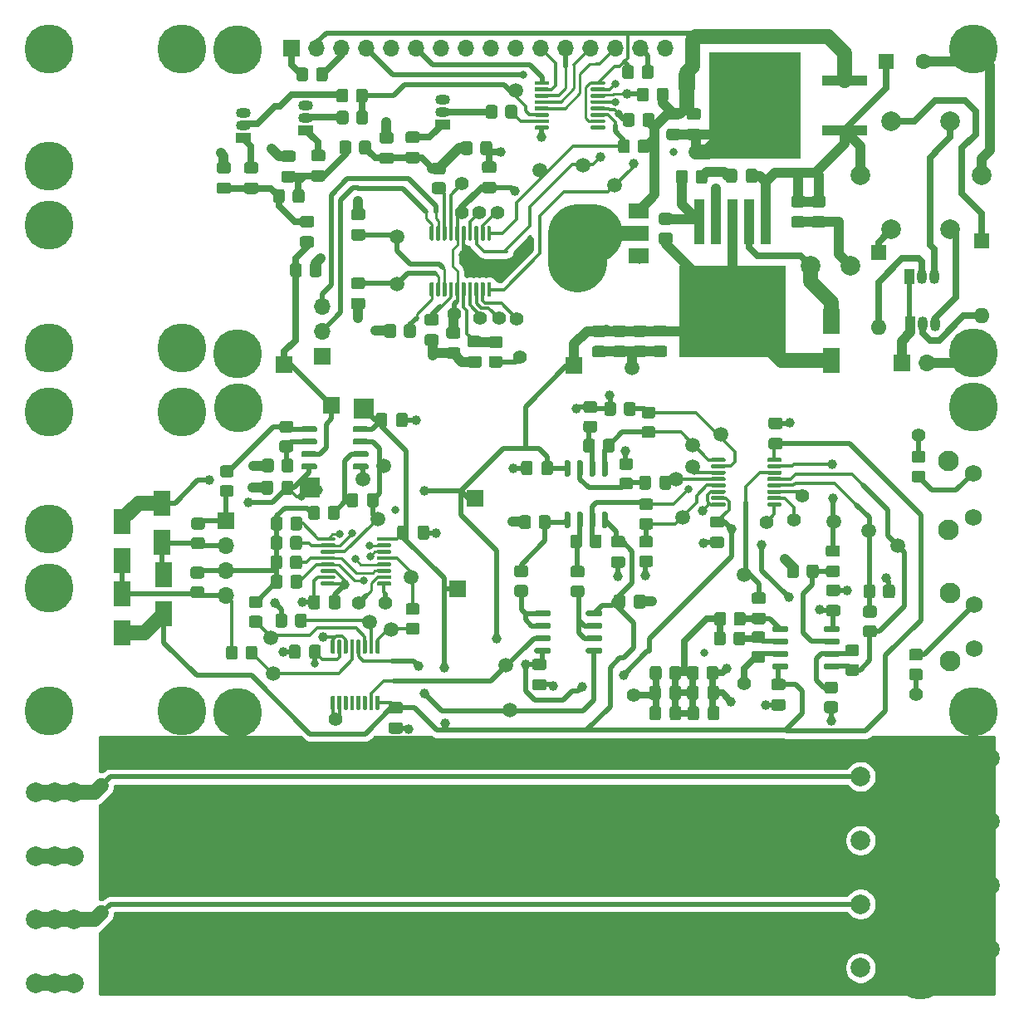
<source format=gbr>
%TF.GenerationSoftware,KiCad,Pcbnew,5.1.8-5.1.8*%
%TF.CreationDate,2022-04-12T10:04:15+08:00*%
%TF.ProjectId,lcr_6,6c63725f-362e-46b6-9963-61645f706362,rev?*%
%TF.SameCoordinates,Original*%
%TF.FileFunction,Copper,L1,Top*%
%TF.FilePolarity,Positive*%
%FSLAX46Y46*%
G04 Gerber Fmt 4.6, Leading zero omitted, Abs format (unit mm)*
G04 Created by KiCad (PCBNEW 5.1.8-5.1.8) date 2022-04-12 10:04:15*
%MOMM*%
%LPD*%
G01*
G04 APERTURE LIST*
%TA.AperFunction,ComponentPad*%
%ADD10C,2.000000*%
%TD*%
%TA.AperFunction,ComponentPad*%
%ADD11C,5.000000*%
%TD*%
%TA.AperFunction,ComponentPad*%
%ADD12C,1.600000*%
%TD*%
%TA.AperFunction,ComponentPad*%
%ADD13R,1.600000X1.600000*%
%TD*%
%TA.AperFunction,ComponentPad*%
%ADD14R,1.700000X1.700000*%
%TD*%
%TA.AperFunction,ComponentPad*%
%ADD15R,1.050000X1.500000*%
%TD*%
%TA.AperFunction,ComponentPad*%
%ADD16O,1.050000X1.500000*%
%TD*%
%TA.AperFunction,ComponentPad*%
%ADD17O,1.600000X1.600000*%
%TD*%
%TA.AperFunction,ComponentPad*%
%ADD18O,1.700000X1.700000*%
%TD*%
%TA.AperFunction,SMDPad,CuDef*%
%ADD19C,1.500000*%
%TD*%
%TA.AperFunction,ComponentPad*%
%ADD20C,1.400000*%
%TD*%
%TA.AperFunction,SMDPad,CuDef*%
%ADD21R,1.800000X2.500000*%
%TD*%
%TA.AperFunction,SMDPad,CuDef*%
%ADD22R,2.000000X2.000000*%
%TD*%
%TA.AperFunction,ComponentPad*%
%ADD23C,1.500000*%
%TD*%
%TA.AperFunction,SMDPad,CuDef*%
%ADD24R,2.000000X1.500000*%
%TD*%
%TA.AperFunction,SMDPad,CuDef*%
%ADD25R,2.000000X3.800000*%
%TD*%
%TA.AperFunction,SMDPad,CuDef*%
%ADD26R,9.400000X10.800000*%
%TD*%
%TA.AperFunction,SMDPad,CuDef*%
%ADD27R,4.600000X1.100000*%
%TD*%
%TA.AperFunction,SMDPad,CuDef*%
%ADD28R,10.800000X9.400000*%
%TD*%
%TA.AperFunction,SMDPad,CuDef*%
%ADD29R,1.100000X4.600000*%
%TD*%
%TA.AperFunction,ComponentPad*%
%ADD30C,2.100000*%
%TD*%
%TA.AperFunction,ComponentPad*%
%ADD31C,1.750000*%
%TD*%
%TA.AperFunction,ComponentPad*%
%ADD32R,1.500000X1.050000*%
%TD*%
%TA.AperFunction,ComponentPad*%
%ADD33O,1.500000X1.050000*%
%TD*%
%TA.AperFunction,ViaPad*%
%ADD34C,1.500000*%
%TD*%
%TA.AperFunction,ViaPad*%
%ADD35C,1.000000*%
%TD*%
%TA.AperFunction,ViaPad*%
%ADD36C,0.800000*%
%TD*%
%TA.AperFunction,Conductor*%
%ADD37C,1.500000*%
%TD*%
%TA.AperFunction,Conductor*%
%ADD38C,0.500000*%
%TD*%
%TA.AperFunction,Conductor*%
%ADD39C,0.350000*%
%TD*%
%TA.AperFunction,Conductor*%
%ADD40C,1.000000*%
%TD*%
%TA.AperFunction,Conductor*%
%ADD41C,0.700000*%
%TD*%
%TA.AperFunction,Conductor*%
%ADD42C,0.300000*%
%TD*%
%TA.AperFunction,Conductor*%
%ADD43C,0.250000*%
%TD*%
%TA.AperFunction,Conductor*%
%ADD44C,6.000000*%
%TD*%
%TA.AperFunction,Conductor*%
%ADD45C,0.254000*%
%TD*%
%TA.AperFunction,Conductor*%
%ADD46C,0.100000*%
%TD*%
G04 APERTURE END LIST*
D10*
%TO.P,REF\u002A\u002A,1*%
%TO.N,N/C*%
X82600000Y-128800000D03*
%TD*%
%TO.P,REF\u002A\u002A,1*%
%TO.N,N/C*%
X86500000Y-128800000D03*
%TD*%
%TO.P,REF\u002A\u002A,1*%
%TO.N,N/C*%
X84600000Y-128800000D03*
%TD*%
%TO.P,REF\u002A\u002A,1*%
%TO.N,GND*%
X179900000Y-125300000D03*
%TD*%
%TO.P,REF\u002A\u002A,1*%
%TO.N,N/C*%
X166700000Y-127200000D03*
%TD*%
D11*
%TO.P,REF\u002A\u002A,1*%
%TO.N,GND*%
X172800000Y-127940000D03*
%TD*%
D10*
%TO.P,REF\u002A\u002A,1*%
%TO.N,N/C*%
X84600000Y-135300000D03*
%TD*%
%TO.P,REF\u002A\u002A,1*%
%TO.N,N/C*%
X166700000Y-133700000D03*
%TD*%
%TO.P,REF\u002A\u002A,1*%
%TO.N,N/C*%
X86500000Y-135300000D03*
%TD*%
%TO.P,REF\u002A\u002A,1*%
%TO.N,GND*%
X179900000Y-131800000D03*
%TD*%
%TO.P,REF\u002A\u002A,1*%
%TO.N,N/C*%
X82600000Y-135300000D03*
%TD*%
D11*
%TO.P,REF\u002A\u002A,1*%
%TO.N,GND*%
X172800000Y-134440000D03*
%TD*%
D10*
%TO.P,REF\u002A\u002A,1*%
%TO.N,N/C*%
X166700000Y-140200000D03*
%TD*%
%TO.P,REF\u002A\u002A,1*%
%TO.N,N/C*%
X84600000Y-141800000D03*
%TD*%
%TO.P,REF\u002A\u002A,1*%
%TO.N,GND*%
X179900000Y-138300000D03*
%TD*%
%TO.P,REF\u002A\u002A,1*%
%TO.N,N/C*%
X82600000Y-141800000D03*
%TD*%
%TO.P,REF\u002A\u002A,1*%
%TO.N,N/C*%
X86500000Y-141800000D03*
%TD*%
D11*
%TO.P,REF\u002A\u002A,1*%
%TO.N,GND*%
X172800000Y-140940000D03*
%TD*%
D10*
%TO.P,REF\u002A\u002A,1*%
%TO.N,N/C*%
X166700000Y-146700000D03*
%TD*%
%TO.P,REF\u002A\u002A,1*%
%TO.N,N/C*%
X86500000Y-148300000D03*
%TD*%
%TO.P,REF\u002A\u002A,1*%
%TO.N,GND*%
X179900000Y-144800000D03*
%TD*%
D11*
%TO.P,REF\u002A\u002A,1*%
%TO.N,GND*%
X172800000Y-147440000D03*
%TD*%
D10*
%TO.P,REF\u002A\u002A,1*%
%TO.N,N/C*%
X84600000Y-148300000D03*
%TD*%
%TO.P,REF\u002A\u002A,1*%
%TO.N,N/C*%
X82600000Y-148300000D03*
%TD*%
D12*
%TO.P,C45,2*%
%TO.N,GND*%
X173115000Y-54283000D03*
D13*
%TO.P,C45,1*%
%TO.N,Net-(C11-Pad1)*%
X169315000Y-54283000D03*
%TD*%
%TO.P,C28,2*%
%TO.N,GND*%
%TA.AperFunction,SMDPad,CuDef*%
G36*
G01*
X143596000Y-109838000D02*
X143596000Y-108888000D01*
G75*
G02*
X143846000Y-108638000I250000J0D01*
G01*
X144521000Y-108638000D01*
G75*
G02*
X144771000Y-108888000I0J-250000D01*
G01*
X144771000Y-109838000D01*
G75*
G02*
X144521000Y-110088000I-250000J0D01*
G01*
X143846000Y-110088000D01*
G75*
G02*
X143596000Y-109838000I0J250000D01*
G01*
G37*
%TD.AperFunction*%
%TO.P,C28,1*%
%TO.N,+5V*%
%TA.AperFunction,SMDPad,CuDef*%
G36*
G01*
X141521000Y-109838000D02*
X141521000Y-108888000D01*
G75*
G02*
X141771000Y-108638000I250000J0D01*
G01*
X142446000Y-108638000D01*
G75*
G02*
X142696000Y-108888000I0J-250000D01*
G01*
X142696000Y-109838000D01*
G75*
G02*
X142446000Y-110088000I-250000J0D01*
G01*
X141771000Y-110088000D01*
G75*
G02*
X141521000Y-109838000I0J250000D01*
G01*
G37*
%TD.AperFunction*%
%TD*%
D14*
%TO.P,J3,1*%
%TO.N,-5V*%
X127433000Y-98797000D03*
%TD*%
D10*
%TO.P,TR1,5*%
%TO.N,Net-(C11-Pad1)*%
X166647000Y-65910000D03*
%TO.P,TR1,2*%
%TO.N,GND*%
X179047000Y-65910000D03*
%TO.P,TR1,6*%
%TO.N,Net-(D6-Pad1)*%
X169847000Y-60410000D03*
%TO.P,TR1,4*%
%TO.N,Net-(D5-Pad1)*%
X169847000Y-71410000D03*
%TO.P,TR1,3*%
%TO.N,Net-(Q2-Pad3)*%
X175847000Y-60410000D03*
%TO.P,TR1,1*%
%TO.N,Net-(Q1-Pad3)*%
X175847000Y-71410000D03*
%TD*%
D15*
%TO.P,Q2,1*%
%TO.N,Net-(BT1-Pad1)*%
X171707000Y-76234000D03*
D16*
%TO.P,Q2,3*%
%TO.N,Net-(Q2-Pad3)*%
X174247000Y-76234000D03*
%TO.P,Q2,2*%
%TO.N,Net-(D5-Pad2)*%
X172977000Y-76234000D03*
%TD*%
D15*
%TO.P,Q1,1*%
%TO.N,Net-(BT1-Pad1)*%
X171793000Y-81038000D03*
D16*
%TO.P,Q1,3*%
%TO.N,Net-(Q1-Pad3)*%
X174333000Y-81038000D03*
%TO.P,Q1,2*%
%TO.N,Net-(D6-Pad2)*%
X173063000Y-81038000D03*
%TD*%
D17*
%TO.P,D6,2*%
%TO.N,Net-(D6-Pad2)*%
X179076000Y-80242000D03*
D13*
%TO.P,D6,1*%
%TO.N,Net-(D6-Pad1)*%
X179076000Y-72622000D03*
%TD*%
D17*
%TO.P,D5,2*%
%TO.N,Net-(D5-Pad2)*%
X168527000Y-81427000D03*
D13*
%TO.P,D5,1*%
%TO.N,Net-(D5-Pad1)*%
X168527000Y-73807000D03*
%TD*%
D18*
%TO.P,BT1,2*%
%TO.N,GND*%
X173450000Y-85008000D03*
D14*
%TO.P,BT1,1*%
%TO.N,Net-(BT1-Pad1)*%
X170910000Y-85008000D03*
%TD*%
D19*
%TO.P,REF\u002A\u002A,1*%
%TO.N,N/C*%
X167519000Y-102170000D03*
%TD*%
%TO.P,REF\u002A\u002A,1*%
%TO.N,N/C*%
X164004000Y-101168000D03*
%TD*%
%TO.P,REF\u002A\u002A,1*%
%TO.N,N/C*%
X170484000Y-103616000D03*
%TD*%
%TO.P,REF\u002A\u002A,1*%
%TO.N,N/C*%
X154821000Y-106643000D03*
%TD*%
%TO.P,REF\u002A\u002A,1*%
%TO.N,N/C*%
X131586000Y-57260000D03*
%TD*%
%TO.P,REF\u002A\u002A,1*%
%TO.N,N/C*%
X141610000Y-66903000D03*
%TD*%
%TO.P,REF\u002A\u002A,1*%
%TO.N,N/C*%
X138407000Y-64922000D03*
%TD*%
%TO.P,REF\u002A\u002A,1*%
%TO.N,N/C*%
X134009000Y-65407000D03*
%TD*%
D14*
%TO.P,J2,1*%
%TO.N,+5V*%
X125665000Y-108043000D03*
%TD*%
D20*
%TO.P,REF\u002A\u002A,1*%
%TO.N,/DIO*%
X172345000Y-118795000D03*
%TD*%
%TO.P,REF\u002A\u002A,1*%
%TO.N,/CLK*%
X172649000Y-92371000D03*
%TD*%
%TO.P,REF\u002A\u002A,1*%
%TO.N,+3V3*%
X143550000Y-118909000D03*
%TD*%
%TO.P,REF\u002A\u002A,1*%
%TO.N,/ADC*%
X154875000Y-117703000D03*
%TD*%
%TO.P,REF\u002A\u002A,1*%
%TO.N,/PA1_4053_11_S1_3bei*%
X160721000Y-98599000D03*
%TD*%
%TO.P,REF\u002A\u002A,1*%
%TO.N,/PA2_4053_10_S2_6bei*%
X159910000Y-101037000D03*
%TD*%
%TO.P,REF\u002A\u002A,1*%
%TO.N,/PA3_4053_9_S3_10bei*%
X157130000Y-101252000D03*
%TD*%
D19*
%TO.P,REF\u002A\u002A,1*%
%TO.N,N/C*%
X148606000Y-100752000D03*
%TD*%
%TO.P,REF\u002A\u002A,1*%
%TO.N,N/C*%
X147928000Y-96920000D03*
%TD*%
%TO.P,REF\u002A\u002A,1*%
%TO.N,N/C*%
X149611000Y-95655000D03*
%TD*%
%TO.P,REF\u002A\u002A,1*%
%TO.N,N/C*%
X149558000Y-93398000D03*
%TD*%
%TO.P,REF\u002A\u002A,1*%
%TO.N,N/C*%
X152485000Y-92293000D03*
%TD*%
%TO.P,REF\u002A\u002A,1*%
%TO.N,N/C*%
X130971000Y-120452000D03*
%TD*%
%TO.P,REF\u002A\u002A,1*%
%TO.N,N/C*%
X130506000Y-115835000D03*
%TD*%
D20*
%TO.P,REF\u002A\u002A,1*%
%TO.N,/PB1_4053_9_10_S2_S3*%
X113214000Y-121347000D03*
%TD*%
D19*
%TO.P,REF\u002A\u002A,1*%
%TO.N,N/C*%
X116671000Y-111419000D03*
%TD*%
%TO.P,REF\u002A\u002A,1*%
%TO.N,N/C*%
X106585000Y-113067000D03*
%TD*%
%TO.P,REF\u002A\u002A,1*%
%TO.N,N/C*%
X106862000Y-116672000D03*
%TD*%
%TO.P,REF\u002A\u002A,1*%
%TO.N,N/C*%
X118865000Y-112214000D03*
%TD*%
%TO.P,REF\u002A\u002A,1*%
%TO.N,N/C*%
X120869000Y-106835000D03*
%TD*%
D20*
%TO.P,REF\u002A\u002A,1*%
%TO.N,/PA6_4052_9_B*%
X118287000Y-109489000D03*
%TD*%
%TO.P,REF\u002A\u002A,1*%
%TO.N,/PA9_4052_10_A*%
X115576000Y-109473000D03*
%TD*%
D21*
%TO.P,D1,2*%
%TO.N,-5V*%
X95507000Y-99299000D03*
%TO.P,D1,1*%
%TO.N,/HP*%
X95507000Y-103299000D03*
%TD*%
D19*
%TO.P,REF\u002A\u002A,1*%
%TO.N,N/C*%
X117515000Y-100990000D03*
%TD*%
%TO.P,REF\u002A\u002A,1*%
%TO.N,N/C*%
X118127000Y-95502000D03*
%TD*%
D22*
%TO.P,REF\u002A\u002A,1*%
%TO.N,+5V*%
X116018000Y-89649000D03*
%TD*%
%TO.P,REF\u002A\u002A,1*%
%TO.N,-5V*%
X110582000Y-97767000D03*
%TD*%
D14*
%TO.P,J1,1*%
%TO.N,Net-(C2-Pad2)*%
X112772000Y-89375000D03*
%TD*%
D18*
%TO.P,REF\u002A\u002A,4*%
%TO.N,/LP*%
X102012000Y-108763000D03*
%TO.P,REF\u002A\u002A,3*%
%TO.N,/LC*%
X102012000Y-106223000D03*
%TO.P,REF\u002A\u002A,2*%
%TO.N,/HP*%
X102012000Y-103683000D03*
D14*
%TO.P,REF\u002A\u002A,1*%
%TO.N,/HC*%
X102012000Y-101143000D03*
%TD*%
D20*
%TO.P,REF\u002A\u002A,1*%
%TO.N,/ADC*%
X131983000Y-84473000D03*
%TD*%
%TO.P,REF\u002A\u002A,1*%
%TO.N,/PA3_4053_9_S3_10bei*%
X131674000Y-80513000D03*
%TD*%
%TO.P,REF\u002A\u002A,1*%
%TO.N,/PA2_4053_10_S2_6bei*%
X129839000Y-80493000D03*
%TD*%
%TO.P,REF\u002A\u002A,1*%
%TO.N,/PA1_4053_11_S1_3bei*%
X127941000Y-80493000D03*
%TD*%
%TO.P,REF\u002A\u002A,1*%
%TO.N,/PA9_4052_10_A*%
X126058000Y-66768000D03*
%TD*%
%TO.P,REF\u002A\u002A,1*%
%TO.N,/PB1_4053_9_10_S2_S3*%
X127864000Y-69700000D03*
%TD*%
%TO.P,REF\u002A\u002A,1*%
%TO.N,/PA6_4052_9_B*%
X129699000Y-69716000D03*
%TD*%
%TO.P,REF\u002A\u002A,1*%
%TO.N,+3V3*%
X125246000Y-80031000D03*
%TD*%
%TO.P,REF\u002A\u002A,1*%
%TO.N,+3V3*%
X126072000Y-69677000D03*
%TD*%
D18*
%TO.P,J5,3*%
%TO.N,/DIO*%
X111786000Y-79278000D03*
%TO.P,J5,2*%
%TO.N,/CLK*%
X111786000Y-81818000D03*
D14*
%TO.P,J5,1*%
%TO.N,GND*%
X111786000Y-84358000D03*
%TD*%
D11*
%TO.P,REF\u002A\u002A,1*%
%TO.N,GND*%
X103230000Y-120639000D03*
%TD*%
%TO.P,REF\u002A\u002A,1*%
%TO.N,GND*%
X178209000Y-120562000D03*
%TD*%
%TO.P,REF\u002A\u002A,1*%
%TO.N,GND*%
X178238000Y-89559000D03*
%TD*%
%TO.P,REF\u002A\u002A,1*%
%TO.N,GND*%
X103261000Y-89606000D03*
%TD*%
%TO.P,REF\u002A\u002A,1*%
%TO.N,GND*%
X103186000Y-84113000D03*
%TD*%
D18*
%TO.P,DS1,16*%
%TO.N,GND*%
X146801000Y-52975000D03*
%TO.P,DS1,15*%
%TO.N,Net-(DS1-Pad15)*%
X144261000Y-52975000D03*
%TO.P,DS1,14*%
%TO.N,Net-(DS1-Pad14)*%
X141721000Y-52975000D03*
%TO.P,DS1,13*%
%TO.N,Net-(DS1-Pad13)*%
X139181000Y-52975000D03*
%TO.P,DS1,12*%
%TO.N,Net-(DS1-Pad12)*%
X136641000Y-52975000D03*
%TO.P,DS1,11*%
%TO.N,Net-(DS1-Pad11)*%
X134101000Y-52975000D03*
%TO.P,DS1,10*%
%TO.N,Net-(DS1-Pad10)*%
X131561000Y-52975000D03*
%TO.P,DS1,9*%
%TO.N,Net-(DS1-Pad9)*%
X129021000Y-52975000D03*
%TO.P,DS1,8*%
%TO.N,Net-(DS1-Pad8)*%
X126481000Y-52975000D03*
%TO.P,DS1,7*%
%TO.N,Net-(DS1-Pad7)*%
X123941000Y-52975000D03*
%TO.P,DS1,6*%
%TO.N,Net-(DS1-Pad6)*%
X121401000Y-52975000D03*
%TO.P,DS1,5*%
%TO.N,GND*%
X118861000Y-52975000D03*
%TO.P,DS1,4*%
%TO.N,Net-(DS1-Pad4)*%
X116321000Y-52975000D03*
%TO.P,DS1,3*%
%TO.N,Net-(DS1-Pad3)*%
X113781000Y-52975000D03*
%TO.P,DS1,2*%
%TO.N,+5V*%
X111241000Y-52975000D03*
D14*
%TO.P,DS1,1*%
%TO.N,GND*%
X108701000Y-52975000D03*
%TD*%
D11*
%TO.P,REF\u002A\u002A,1*%
%TO.N,GND*%
X83960000Y-102000000D03*
%TD*%
%TO.P,REF\u002A\u002A,1*%
%TO.N,GND*%
X84000000Y-120540000D03*
%TD*%
%TO.P,REF\u002A\u002A,1*%
%TO.N,GND*%
X97500000Y-120540000D03*
%TD*%
%TO.P,REF\u002A\u002A,1*%
%TO.N,GND*%
X84000000Y-90040000D03*
%TD*%
%TO.P,REF\u002A\u002A,1*%
%TO.N,GND*%
X83960000Y-108000000D03*
%TD*%
%TO.P,REF\u002A\u002A,1*%
%TO.N,GND*%
X97500000Y-90040000D03*
%TD*%
%TO.P,REF\u002A\u002A,1*%
%TO.N,GND*%
X84000000Y-83540000D03*
%TD*%
%TO.P,REF\u002A\u002A,1*%
%TO.N,GND*%
X97500000Y-83540000D03*
%TD*%
%TO.P,REF\u002A\u002A,1*%
%TO.N,GND*%
X97500000Y-53040000D03*
%TD*%
%TO.P,REF\u002A\u002A,1*%
%TO.N,GND*%
X84000000Y-53040000D03*
%TD*%
%TO.P,REF\u002A\u002A,1*%
%TO.N,GND*%
X83960000Y-71000000D03*
%TD*%
%TO.P,REF\u002A\u002A,1*%
%TO.N,GND*%
X83960000Y-65000000D03*
%TD*%
%TO.P,REF\u002A\u002A,1*%
%TO.N,GND*%
X178165000Y-84036000D03*
%TD*%
%TO.P,REF\u002A\u002A,1*%
%TO.N,GND*%
X178194000Y-53033000D03*
%TD*%
%TO.P,REF\u002A\u002A,1*%
%TO.N,GND*%
X103217000Y-53080000D03*
%TD*%
D23*
%TO.P,Y1,2*%
%TO.N,Net-(C40-Pad2)*%
X119478000Y-77009000D03*
%TO.P,Y1,1*%
%TO.N,Net-(C41-Pad1)*%
X119478000Y-72129000D03*
%TD*%
%TO.P,U12,20*%
%TO.N,/CLK*%
%TA.AperFunction,SMDPad,CuDef*%
G36*
G01*
X123086000Y-72552000D02*
X122886000Y-72552000D01*
G75*
G02*
X122786000Y-72452000I0J100000D01*
G01*
X122786000Y-71177000D01*
G75*
G02*
X122886000Y-71077000I100000J0D01*
G01*
X123086000Y-71077000D01*
G75*
G02*
X123186000Y-71177000I0J-100000D01*
G01*
X123186000Y-72452000D01*
G75*
G02*
X123086000Y-72552000I-100000J0D01*
G01*
G37*
%TD.AperFunction*%
%TO.P,U12,19*%
%TO.N,/DIO*%
%TA.AperFunction,SMDPad,CuDef*%
G36*
G01*
X123736000Y-72552000D02*
X123536000Y-72552000D01*
G75*
G02*
X123436000Y-72452000I0J100000D01*
G01*
X123436000Y-71177000D01*
G75*
G02*
X123536000Y-71077000I100000J0D01*
G01*
X123736000Y-71077000D01*
G75*
G02*
X123836000Y-71177000I0J-100000D01*
G01*
X123836000Y-72452000D01*
G75*
G02*
X123736000Y-72552000I-100000J0D01*
G01*
G37*
%TD.AperFunction*%
%TO.P,U12,18*%
%TO.N,/SPWM*%
%TA.AperFunction,SMDPad,CuDef*%
G36*
G01*
X124386000Y-72552000D02*
X124186000Y-72552000D01*
G75*
G02*
X124086000Y-72452000I0J100000D01*
G01*
X124086000Y-71177000D01*
G75*
G02*
X124186000Y-71077000I100000J0D01*
G01*
X124386000Y-71077000D01*
G75*
G02*
X124486000Y-71177000I0J-100000D01*
G01*
X124486000Y-72452000D01*
G75*
G02*
X124386000Y-72552000I-100000J0D01*
G01*
G37*
%TD.AperFunction*%
%TO.P,U12,17*%
%TO.N,/PA9_4052_10_A*%
%TA.AperFunction,SMDPad,CuDef*%
G36*
G01*
X125036000Y-72552000D02*
X124836000Y-72552000D01*
G75*
G02*
X124736000Y-72452000I0J100000D01*
G01*
X124736000Y-71177000D01*
G75*
G02*
X124836000Y-71077000I100000J0D01*
G01*
X125036000Y-71077000D01*
G75*
G02*
X125136000Y-71177000I0J-100000D01*
G01*
X125136000Y-72452000D01*
G75*
G02*
X125036000Y-72552000I-100000J0D01*
G01*
G37*
%TD.AperFunction*%
%TO.P,U12,16*%
%TO.N,+3V3*%
%TA.AperFunction,SMDPad,CuDef*%
G36*
G01*
X125686000Y-72552000D02*
X125486000Y-72552000D01*
G75*
G02*
X125386000Y-72452000I0J100000D01*
G01*
X125386000Y-71177000D01*
G75*
G02*
X125486000Y-71077000I100000J0D01*
G01*
X125686000Y-71077000D01*
G75*
G02*
X125786000Y-71177000I0J-100000D01*
G01*
X125786000Y-72452000D01*
G75*
G02*
X125686000Y-72552000I-100000J0D01*
G01*
G37*
%TD.AperFunction*%
%TO.P,U12,15*%
%TO.N,GND*%
%TA.AperFunction,SMDPad,CuDef*%
G36*
G01*
X126336000Y-72552000D02*
X126136000Y-72552000D01*
G75*
G02*
X126036000Y-72452000I0J100000D01*
G01*
X126036000Y-71177000D01*
G75*
G02*
X126136000Y-71077000I100000J0D01*
G01*
X126336000Y-71077000D01*
G75*
G02*
X126436000Y-71177000I0J-100000D01*
G01*
X126436000Y-72452000D01*
G75*
G02*
X126336000Y-72552000I-100000J0D01*
G01*
G37*
%TD.AperFunction*%
%TO.P,U12,14*%
%TO.N,/PB1_4053_9_10_S2_S3*%
%TA.AperFunction,SMDPad,CuDef*%
G36*
G01*
X126986000Y-72552000D02*
X126786000Y-72552000D01*
G75*
G02*
X126686000Y-72452000I0J100000D01*
G01*
X126686000Y-71177000D01*
G75*
G02*
X126786000Y-71077000I100000J0D01*
G01*
X126986000Y-71077000D01*
G75*
G02*
X127086000Y-71177000I0J-100000D01*
G01*
X127086000Y-72452000D01*
G75*
G02*
X126986000Y-72552000I-100000J0D01*
G01*
G37*
%TD.AperFunction*%
%TO.P,U12,13*%
%TO.N,/PA7_SPI1_MOSI_74HC595_14_SER*%
%TA.AperFunction,SMDPad,CuDef*%
G36*
G01*
X127636000Y-72552000D02*
X127436000Y-72552000D01*
G75*
G02*
X127336000Y-72452000I0J100000D01*
G01*
X127336000Y-71177000D01*
G75*
G02*
X127436000Y-71077000I100000J0D01*
G01*
X127636000Y-71077000D01*
G75*
G02*
X127736000Y-71177000I0J-100000D01*
G01*
X127736000Y-72452000D01*
G75*
G02*
X127636000Y-72552000I-100000J0D01*
G01*
G37*
%TD.AperFunction*%
%TO.P,U12,12*%
%TO.N,/PA6_4052_9_B*%
%TA.AperFunction,SMDPad,CuDef*%
G36*
G01*
X128286000Y-72552000D02*
X128086000Y-72552000D01*
G75*
G02*
X127986000Y-72452000I0J100000D01*
G01*
X127986000Y-71177000D01*
G75*
G02*
X128086000Y-71077000I100000J0D01*
G01*
X128286000Y-71077000D01*
G75*
G02*
X128386000Y-71177000I0J-100000D01*
G01*
X128386000Y-72452000D01*
G75*
G02*
X128286000Y-72552000I-100000J0D01*
G01*
G37*
%TD.AperFunction*%
%TO.P,U12,11*%
%TO.N,/PA5_SPI1_SCK_74HC595_11_SRCLK*%
%TA.AperFunction,SMDPad,CuDef*%
G36*
G01*
X128936000Y-72552000D02*
X128736000Y-72552000D01*
G75*
G02*
X128636000Y-72452000I0J100000D01*
G01*
X128636000Y-71177000D01*
G75*
G02*
X128736000Y-71077000I100000J0D01*
G01*
X128936000Y-71077000D01*
G75*
G02*
X129036000Y-71177000I0J-100000D01*
G01*
X129036000Y-72452000D01*
G75*
G02*
X128936000Y-72552000I-100000J0D01*
G01*
G37*
%TD.AperFunction*%
%TO.P,U12,10*%
%TO.N,/PA4_SPI1_NSS_74HC595_12_RCLK*%
%TA.AperFunction,SMDPad,CuDef*%
G36*
G01*
X128936000Y-78277000D02*
X128736000Y-78277000D01*
G75*
G02*
X128636000Y-78177000I0J100000D01*
G01*
X128636000Y-76902000D01*
G75*
G02*
X128736000Y-76802000I100000J0D01*
G01*
X128936000Y-76802000D01*
G75*
G02*
X129036000Y-76902000I0J-100000D01*
G01*
X129036000Y-78177000D01*
G75*
G02*
X128936000Y-78277000I-100000J0D01*
G01*
G37*
%TD.AperFunction*%
%TO.P,U12,9*%
%TO.N,/PA3_4053_9_S3_10bei*%
%TA.AperFunction,SMDPad,CuDef*%
G36*
G01*
X128286000Y-78277000D02*
X128086000Y-78277000D01*
G75*
G02*
X127986000Y-78177000I0J100000D01*
G01*
X127986000Y-76902000D01*
G75*
G02*
X128086000Y-76802000I100000J0D01*
G01*
X128286000Y-76802000D01*
G75*
G02*
X128386000Y-76902000I0J-100000D01*
G01*
X128386000Y-78177000D01*
G75*
G02*
X128286000Y-78277000I-100000J0D01*
G01*
G37*
%TD.AperFunction*%
%TO.P,U12,8*%
%TO.N,/PA2_4053_10_S2_6bei*%
%TA.AperFunction,SMDPad,CuDef*%
G36*
G01*
X127636000Y-78277000D02*
X127436000Y-78277000D01*
G75*
G02*
X127336000Y-78177000I0J100000D01*
G01*
X127336000Y-76902000D01*
G75*
G02*
X127436000Y-76802000I100000J0D01*
G01*
X127636000Y-76802000D01*
G75*
G02*
X127736000Y-76902000I0J-100000D01*
G01*
X127736000Y-78177000D01*
G75*
G02*
X127636000Y-78277000I-100000J0D01*
G01*
G37*
%TD.AperFunction*%
%TO.P,U12,7*%
%TO.N,/PA1_4053_11_S1_3bei*%
%TA.AperFunction,SMDPad,CuDef*%
G36*
G01*
X126986000Y-78277000D02*
X126786000Y-78277000D01*
G75*
G02*
X126686000Y-78177000I0J100000D01*
G01*
X126686000Y-76902000D01*
G75*
G02*
X126786000Y-76802000I100000J0D01*
G01*
X126986000Y-76802000D01*
G75*
G02*
X127086000Y-76902000I0J-100000D01*
G01*
X127086000Y-78177000D01*
G75*
G02*
X126986000Y-78277000I-100000J0D01*
G01*
G37*
%TD.AperFunction*%
%TO.P,U12,6*%
%TO.N,/PA0_ADC*%
%TA.AperFunction,SMDPad,CuDef*%
G36*
G01*
X126336000Y-78277000D02*
X126136000Y-78277000D01*
G75*
G02*
X126036000Y-78177000I0J100000D01*
G01*
X126036000Y-76902000D01*
G75*
G02*
X126136000Y-76802000I100000J0D01*
G01*
X126336000Y-76802000D01*
G75*
G02*
X126436000Y-76902000I0J-100000D01*
G01*
X126436000Y-78177000D01*
G75*
G02*
X126336000Y-78277000I-100000J0D01*
G01*
G37*
%TD.AperFunction*%
%TO.P,U12,5*%
%TO.N,+3V3*%
%TA.AperFunction,SMDPad,CuDef*%
G36*
G01*
X125686000Y-78277000D02*
X125486000Y-78277000D01*
G75*
G02*
X125386000Y-78177000I0J100000D01*
G01*
X125386000Y-76902000D01*
G75*
G02*
X125486000Y-76802000I100000J0D01*
G01*
X125686000Y-76802000D01*
G75*
G02*
X125786000Y-76902000I0J-100000D01*
G01*
X125786000Y-78177000D01*
G75*
G02*
X125686000Y-78277000I-100000J0D01*
G01*
G37*
%TD.AperFunction*%
%TO.P,U12,4*%
%TO.N,Net-(C42-Pad1)*%
%TA.AperFunction,SMDPad,CuDef*%
G36*
G01*
X125036000Y-78277000D02*
X124836000Y-78277000D01*
G75*
G02*
X124736000Y-78177000I0J100000D01*
G01*
X124736000Y-76902000D01*
G75*
G02*
X124836000Y-76802000I100000J0D01*
G01*
X125036000Y-76802000D01*
G75*
G02*
X125136000Y-76902000I0J-100000D01*
G01*
X125136000Y-78177000D01*
G75*
G02*
X125036000Y-78277000I-100000J0D01*
G01*
G37*
%TD.AperFunction*%
%TO.P,U12,3*%
%TO.N,Net-(C41-Pad1)*%
%TA.AperFunction,SMDPad,CuDef*%
G36*
G01*
X124386000Y-78277000D02*
X124186000Y-78277000D01*
G75*
G02*
X124086000Y-78177000I0J100000D01*
G01*
X124086000Y-76902000D01*
G75*
G02*
X124186000Y-76802000I100000J0D01*
G01*
X124386000Y-76802000D01*
G75*
G02*
X124486000Y-76902000I0J-100000D01*
G01*
X124486000Y-78177000D01*
G75*
G02*
X124386000Y-78277000I-100000J0D01*
G01*
G37*
%TD.AperFunction*%
%TO.P,U12,2*%
%TO.N,Net-(C40-Pad2)*%
%TA.AperFunction,SMDPad,CuDef*%
G36*
G01*
X123736000Y-78277000D02*
X123536000Y-78277000D01*
G75*
G02*
X123436000Y-78177000I0J100000D01*
G01*
X123436000Y-76902000D01*
G75*
G02*
X123536000Y-76802000I100000J0D01*
G01*
X123736000Y-76802000D01*
G75*
G02*
X123836000Y-76902000I0J-100000D01*
G01*
X123836000Y-78177000D01*
G75*
G02*
X123736000Y-78277000I-100000J0D01*
G01*
G37*
%TD.AperFunction*%
%TO.P,U12,1*%
%TO.N,Net-(R50-Pad1)*%
%TA.AperFunction,SMDPad,CuDef*%
G36*
G01*
X123086000Y-78277000D02*
X122886000Y-78277000D01*
G75*
G02*
X122786000Y-78177000I0J100000D01*
G01*
X122786000Y-76902000D01*
G75*
G02*
X122886000Y-76802000I100000J0D01*
G01*
X123086000Y-76802000D01*
G75*
G02*
X123186000Y-76902000I0J-100000D01*
G01*
X123186000Y-78177000D01*
G75*
G02*
X123086000Y-78277000I-100000J0D01*
G01*
G37*
%TD.AperFunction*%
%TD*%
%TO.P,U11,16*%
%TO.N,+5V*%
%TA.AperFunction,SMDPad,CuDef*%
G36*
G01*
X139190000Y-56587000D02*
X139190000Y-56387000D01*
G75*
G02*
X139290000Y-56287000I100000J0D01*
G01*
X140565000Y-56287000D01*
G75*
G02*
X140665000Y-56387000I0J-100000D01*
G01*
X140665000Y-56587000D01*
G75*
G02*
X140565000Y-56687000I-100000J0D01*
G01*
X139290000Y-56687000D01*
G75*
G02*
X139190000Y-56587000I0J100000D01*
G01*
G37*
%TD.AperFunction*%
%TO.P,U11,15*%
%TO.N,Net-(DS1-Pad4)*%
%TA.AperFunction,SMDPad,CuDef*%
G36*
G01*
X139190000Y-57237000D02*
X139190000Y-57037000D01*
G75*
G02*
X139290000Y-56937000I100000J0D01*
G01*
X140565000Y-56937000D01*
G75*
G02*
X140665000Y-57037000I0J-100000D01*
G01*
X140665000Y-57237000D01*
G75*
G02*
X140565000Y-57337000I-100000J0D01*
G01*
X139290000Y-57337000D01*
G75*
G02*
X139190000Y-57237000I0J100000D01*
G01*
G37*
%TD.AperFunction*%
%TO.P,U11,14*%
%TO.N,/PA7_SPI1_MOSI_74HC595_14_SER*%
%TA.AperFunction,SMDPad,CuDef*%
G36*
G01*
X139190000Y-57887000D02*
X139190000Y-57687000D01*
G75*
G02*
X139290000Y-57587000I100000J0D01*
G01*
X140565000Y-57587000D01*
G75*
G02*
X140665000Y-57687000I0J-100000D01*
G01*
X140665000Y-57887000D01*
G75*
G02*
X140565000Y-57987000I-100000J0D01*
G01*
X139290000Y-57987000D01*
G75*
G02*
X139190000Y-57887000I0J100000D01*
G01*
G37*
%TD.AperFunction*%
%TO.P,U11,13*%
%TO.N,GND*%
%TA.AperFunction,SMDPad,CuDef*%
G36*
G01*
X139190000Y-58537000D02*
X139190000Y-58337000D01*
G75*
G02*
X139290000Y-58237000I100000J0D01*
G01*
X140565000Y-58237000D01*
G75*
G02*
X140665000Y-58337000I0J-100000D01*
G01*
X140665000Y-58537000D01*
G75*
G02*
X140565000Y-58637000I-100000J0D01*
G01*
X139290000Y-58637000D01*
G75*
G02*
X139190000Y-58537000I0J100000D01*
G01*
G37*
%TD.AperFunction*%
%TO.P,U11,12*%
%TO.N,/PA4_SPI1_NSS_74HC595_12_RCLK*%
%TA.AperFunction,SMDPad,CuDef*%
G36*
G01*
X139190000Y-59187000D02*
X139190000Y-58987000D01*
G75*
G02*
X139290000Y-58887000I100000J0D01*
G01*
X140565000Y-58887000D01*
G75*
G02*
X140665000Y-58987000I0J-100000D01*
G01*
X140665000Y-59187000D01*
G75*
G02*
X140565000Y-59287000I-100000J0D01*
G01*
X139290000Y-59287000D01*
G75*
G02*
X139190000Y-59187000I0J100000D01*
G01*
G37*
%TD.AperFunction*%
%TO.P,U11,11*%
%TO.N,/PA5_SPI1_SCK_74HC595_11_SRCLK*%
%TA.AperFunction,SMDPad,CuDef*%
G36*
G01*
X139190000Y-59837000D02*
X139190000Y-59637000D01*
G75*
G02*
X139290000Y-59537000I100000J0D01*
G01*
X140565000Y-59537000D01*
G75*
G02*
X140665000Y-59637000I0J-100000D01*
G01*
X140665000Y-59837000D01*
G75*
G02*
X140565000Y-59937000I-100000J0D01*
G01*
X139290000Y-59937000D01*
G75*
G02*
X139190000Y-59837000I0J100000D01*
G01*
G37*
%TD.AperFunction*%
%TO.P,U11,10*%
%TO.N,+5V*%
%TA.AperFunction,SMDPad,CuDef*%
G36*
G01*
X139190000Y-60487000D02*
X139190000Y-60287000D01*
G75*
G02*
X139290000Y-60187000I100000J0D01*
G01*
X140565000Y-60187000D01*
G75*
G02*
X140665000Y-60287000I0J-100000D01*
G01*
X140665000Y-60487000D01*
G75*
G02*
X140565000Y-60587000I-100000J0D01*
G01*
X139290000Y-60587000D01*
G75*
G02*
X139190000Y-60487000I0J100000D01*
G01*
G37*
%TD.AperFunction*%
%TO.P,U11,9*%
%TO.N,Net-(U11-Pad9)*%
%TA.AperFunction,SMDPad,CuDef*%
G36*
G01*
X139190000Y-61137000D02*
X139190000Y-60937000D01*
G75*
G02*
X139290000Y-60837000I100000J0D01*
G01*
X140565000Y-60837000D01*
G75*
G02*
X140665000Y-60937000I0J-100000D01*
G01*
X140665000Y-61137000D01*
G75*
G02*
X140565000Y-61237000I-100000J0D01*
G01*
X139290000Y-61237000D01*
G75*
G02*
X139190000Y-61137000I0J100000D01*
G01*
G37*
%TD.AperFunction*%
%TO.P,U11,8*%
%TO.N,GND*%
%TA.AperFunction,SMDPad,CuDef*%
G36*
G01*
X133465000Y-61137000D02*
X133465000Y-60937000D01*
G75*
G02*
X133565000Y-60837000I100000J0D01*
G01*
X134840000Y-60837000D01*
G75*
G02*
X134940000Y-60937000I0J-100000D01*
G01*
X134940000Y-61137000D01*
G75*
G02*
X134840000Y-61237000I-100000J0D01*
G01*
X133565000Y-61237000D01*
G75*
G02*
X133465000Y-61137000I0J100000D01*
G01*
G37*
%TD.AperFunction*%
%TO.P,U11,7*%
%TO.N,/hc595_shuai_jian*%
%TA.AperFunction,SMDPad,CuDef*%
G36*
G01*
X133465000Y-60487000D02*
X133465000Y-60287000D01*
G75*
G02*
X133565000Y-60187000I100000J0D01*
G01*
X134840000Y-60187000D01*
G75*
G02*
X134940000Y-60287000I0J-100000D01*
G01*
X134940000Y-60487000D01*
G75*
G02*
X134840000Y-60587000I-100000J0D01*
G01*
X133565000Y-60587000D01*
G75*
G02*
X133465000Y-60487000I0J100000D01*
G01*
G37*
%TD.AperFunction*%
%TO.P,U11,6*%
%TO.N,/hc595_shuai_jian1*%
%TA.AperFunction,SMDPad,CuDef*%
G36*
G01*
X133465000Y-59837000D02*
X133465000Y-59637000D01*
G75*
G02*
X133565000Y-59537000I100000J0D01*
G01*
X134840000Y-59537000D01*
G75*
G02*
X134940000Y-59637000I0J-100000D01*
G01*
X134940000Y-59837000D01*
G75*
G02*
X134840000Y-59937000I-100000J0D01*
G01*
X133565000Y-59937000D01*
G75*
G02*
X133465000Y-59837000I0J100000D01*
G01*
G37*
%TD.AperFunction*%
%TO.P,U11,5*%
%TO.N,Net-(DS1-Pad14)*%
%TA.AperFunction,SMDPad,CuDef*%
G36*
G01*
X133465000Y-59187000D02*
X133465000Y-58987000D01*
G75*
G02*
X133565000Y-58887000I100000J0D01*
G01*
X134840000Y-58887000D01*
G75*
G02*
X134940000Y-58987000I0J-100000D01*
G01*
X134940000Y-59187000D01*
G75*
G02*
X134840000Y-59287000I-100000J0D01*
G01*
X133565000Y-59287000D01*
G75*
G02*
X133465000Y-59187000I0J100000D01*
G01*
G37*
%TD.AperFunction*%
%TO.P,U11,4*%
%TO.N,Net-(DS1-Pad13)*%
%TA.AperFunction,SMDPad,CuDef*%
G36*
G01*
X133465000Y-58537000D02*
X133465000Y-58337000D01*
G75*
G02*
X133565000Y-58237000I100000J0D01*
G01*
X134840000Y-58237000D01*
G75*
G02*
X134940000Y-58337000I0J-100000D01*
G01*
X134940000Y-58537000D01*
G75*
G02*
X134840000Y-58637000I-100000J0D01*
G01*
X133565000Y-58637000D01*
G75*
G02*
X133465000Y-58537000I0J100000D01*
G01*
G37*
%TD.AperFunction*%
%TO.P,U11,3*%
%TO.N,Net-(DS1-Pad12)*%
%TA.AperFunction,SMDPad,CuDef*%
G36*
G01*
X133465000Y-57887000D02*
X133465000Y-57687000D01*
G75*
G02*
X133565000Y-57587000I100000J0D01*
G01*
X134840000Y-57587000D01*
G75*
G02*
X134940000Y-57687000I0J-100000D01*
G01*
X134940000Y-57887000D01*
G75*
G02*
X134840000Y-57987000I-100000J0D01*
G01*
X133565000Y-57987000D01*
G75*
G02*
X133465000Y-57887000I0J100000D01*
G01*
G37*
%TD.AperFunction*%
%TO.P,U11,2*%
%TO.N,Net-(DS1-Pad11)*%
%TA.AperFunction,SMDPad,CuDef*%
G36*
G01*
X133465000Y-57237000D02*
X133465000Y-57037000D01*
G75*
G02*
X133565000Y-56937000I100000J0D01*
G01*
X134840000Y-56937000D01*
G75*
G02*
X134940000Y-57037000I0J-100000D01*
G01*
X134940000Y-57237000D01*
G75*
G02*
X134840000Y-57337000I-100000J0D01*
G01*
X133565000Y-57337000D01*
G75*
G02*
X133465000Y-57237000I0J100000D01*
G01*
G37*
%TD.AperFunction*%
%TO.P,U11,1*%
%TO.N,Net-(DS1-Pad6)*%
%TA.AperFunction,SMDPad,CuDef*%
G36*
G01*
X133465000Y-56587000D02*
X133465000Y-56387000D01*
G75*
G02*
X133565000Y-56287000I100000J0D01*
G01*
X134840000Y-56287000D01*
G75*
G02*
X134940000Y-56387000I0J-100000D01*
G01*
X134940000Y-56587000D01*
G75*
G02*
X134840000Y-56687000I-100000J0D01*
G01*
X133565000Y-56687000D01*
G75*
G02*
X133465000Y-56587000I0J100000D01*
G01*
G37*
%TD.AperFunction*%
%TD*%
%TO.P,U10,8*%
%TO.N,+5V*%
%TA.AperFunction,SMDPad,CuDef*%
G36*
G01*
X159330000Y-115807000D02*
X159330000Y-116107000D01*
G75*
G02*
X159180000Y-116257000I-150000J0D01*
G01*
X157830000Y-116257000D01*
G75*
G02*
X157680000Y-116107000I0J150000D01*
G01*
X157680000Y-115807000D01*
G75*
G02*
X157830000Y-115657000I150000J0D01*
G01*
X159180000Y-115657000D01*
G75*
G02*
X159330000Y-115807000I0J-150000D01*
G01*
G37*
%TD.AperFunction*%
%TO.P,U10,7*%
%TO.N,/ADC*%
%TA.AperFunction,SMDPad,CuDef*%
G36*
G01*
X159330000Y-114537000D02*
X159330000Y-114837000D01*
G75*
G02*
X159180000Y-114987000I-150000J0D01*
G01*
X157830000Y-114987000D01*
G75*
G02*
X157680000Y-114837000I0J150000D01*
G01*
X157680000Y-114537000D01*
G75*
G02*
X157830000Y-114387000I150000J0D01*
G01*
X159180000Y-114387000D01*
G75*
G02*
X159330000Y-114537000I0J-150000D01*
G01*
G37*
%TD.AperFunction*%
%TO.P,U10,6*%
%TO.N,Net-(R42-Pad1)*%
%TA.AperFunction,SMDPad,CuDef*%
G36*
G01*
X159330000Y-113267000D02*
X159330000Y-113567000D01*
G75*
G02*
X159180000Y-113717000I-150000J0D01*
G01*
X157830000Y-113717000D01*
G75*
G02*
X157680000Y-113567000I0J150000D01*
G01*
X157680000Y-113267000D01*
G75*
G02*
X157830000Y-113117000I150000J0D01*
G01*
X159180000Y-113117000D01*
G75*
G02*
X159330000Y-113267000I0J-150000D01*
G01*
G37*
%TD.AperFunction*%
%TO.P,U10,5*%
%TO.N,Net-(C32-Pad1)*%
%TA.AperFunction,SMDPad,CuDef*%
G36*
G01*
X159330000Y-111997000D02*
X159330000Y-112297000D01*
G75*
G02*
X159180000Y-112447000I-150000J0D01*
G01*
X157830000Y-112447000D01*
G75*
G02*
X157680000Y-112297000I0J150000D01*
G01*
X157680000Y-111997000D01*
G75*
G02*
X157830000Y-111847000I150000J0D01*
G01*
X159180000Y-111847000D01*
G75*
G02*
X159330000Y-111997000I0J-150000D01*
G01*
G37*
%TD.AperFunction*%
%TO.P,U10,4*%
%TO.N,-5V*%
%TA.AperFunction,SMDPad,CuDef*%
G36*
G01*
X164580000Y-111997000D02*
X164580000Y-112297000D01*
G75*
G02*
X164430000Y-112447000I-150000J0D01*
G01*
X163080000Y-112447000D01*
G75*
G02*
X162930000Y-112297000I0J150000D01*
G01*
X162930000Y-111997000D01*
G75*
G02*
X163080000Y-111847000I150000J0D01*
G01*
X164430000Y-111847000D01*
G75*
G02*
X164580000Y-111997000I0J-150000D01*
G01*
G37*
%TD.AperFunction*%
%TO.P,U10,3*%
%TO.N,Net-(C24-Pad1)*%
%TA.AperFunction,SMDPad,CuDef*%
G36*
G01*
X164580000Y-113267000D02*
X164580000Y-113567000D01*
G75*
G02*
X164430000Y-113717000I-150000J0D01*
G01*
X163080000Y-113717000D01*
G75*
G02*
X162930000Y-113567000I0J150000D01*
G01*
X162930000Y-113267000D01*
G75*
G02*
X163080000Y-113117000I150000J0D01*
G01*
X164430000Y-113117000D01*
G75*
G02*
X164580000Y-113267000I0J-150000D01*
G01*
G37*
%TD.AperFunction*%
%TO.P,U10,2*%
%TO.N,Net-(R37-Pad1)*%
%TA.AperFunction,SMDPad,CuDef*%
G36*
G01*
X164580000Y-114537000D02*
X164580000Y-114837000D01*
G75*
G02*
X164430000Y-114987000I-150000J0D01*
G01*
X163080000Y-114987000D01*
G75*
G02*
X162930000Y-114837000I0J150000D01*
G01*
X162930000Y-114537000D01*
G75*
G02*
X163080000Y-114387000I150000J0D01*
G01*
X164430000Y-114387000D01*
G75*
G02*
X164580000Y-114537000I0J-150000D01*
G01*
G37*
%TD.AperFunction*%
%TO.P,U10,1*%
%TO.N,Net-(R38-Pad2)*%
%TA.AperFunction,SMDPad,CuDef*%
G36*
G01*
X164580000Y-115807000D02*
X164580000Y-116107000D01*
G75*
G02*
X164430000Y-116257000I-150000J0D01*
G01*
X163080000Y-116257000D01*
G75*
G02*
X162930000Y-116107000I0J150000D01*
G01*
X162930000Y-115807000D01*
G75*
G02*
X163080000Y-115657000I150000J0D01*
G01*
X164430000Y-115657000D01*
G75*
G02*
X164580000Y-115807000I0J-150000D01*
G01*
G37*
%TD.AperFunction*%
%TD*%
%TO.P,U8,16*%
%TO.N,+5VA*%
%TA.AperFunction,SMDPad,CuDef*%
G36*
G01*
X157184000Y-95019000D02*
X157184000Y-94819000D01*
G75*
G02*
X157284000Y-94719000I100000J0D01*
G01*
X158559000Y-94719000D01*
G75*
G02*
X158659000Y-94819000I0J-100000D01*
G01*
X158659000Y-95019000D01*
G75*
G02*
X158559000Y-95119000I-100000J0D01*
G01*
X157284000Y-95119000D01*
G75*
G02*
X157184000Y-95019000I0J100000D01*
G01*
G37*
%TD.AperFunction*%
%TO.P,U8,15*%
%TO.N,Net-(C24-Pad2)*%
%TA.AperFunction,SMDPad,CuDef*%
G36*
G01*
X157184000Y-95669000D02*
X157184000Y-95469000D01*
G75*
G02*
X157284000Y-95369000I100000J0D01*
G01*
X158559000Y-95369000D01*
G75*
G02*
X158659000Y-95469000I0J-100000D01*
G01*
X158659000Y-95669000D01*
G75*
G02*
X158559000Y-95769000I-100000J0D01*
G01*
X157284000Y-95769000D01*
G75*
G02*
X157184000Y-95669000I0J100000D01*
G01*
G37*
%TD.AperFunction*%
%TO.P,U8,14*%
%TO.N,Net-(C32-Pad2)*%
%TA.AperFunction,SMDPad,CuDef*%
G36*
G01*
X157184000Y-96319000D02*
X157184000Y-96119000D01*
G75*
G02*
X157284000Y-96019000I100000J0D01*
G01*
X158559000Y-96019000D01*
G75*
G02*
X158659000Y-96119000I0J-100000D01*
G01*
X158659000Y-96319000D01*
G75*
G02*
X158559000Y-96419000I-100000J0D01*
G01*
X157284000Y-96419000D01*
G75*
G02*
X157184000Y-96319000I0J100000D01*
G01*
G37*
%TD.AperFunction*%
%TO.P,U8,13*%
%TO.N,Net-(R38-Pad2)*%
%TA.AperFunction,SMDPad,CuDef*%
G36*
G01*
X157184000Y-96969000D02*
X157184000Y-96769000D01*
G75*
G02*
X157284000Y-96669000I100000J0D01*
G01*
X158559000Y-96669000D01*
G75*
G02*
X158659000Y-96769000I0J-100000D01*
G01*
X158659000Y-96969000D01*
G75*
G02*
X158559000Y-97069000I-100000J0D01*
G01*
X157284000Y-97069000D01*
G75*
G02*
X157184000Y-96969000I0J100000D01*
G01*
G37*
%TD.AperFunction*%
%TO.P,U8,12*%
%TO.N,Net-(R39-Pad2)*%
%TA.AperFunction,SMDPad,CuDef*%
G36*
G01*
X157184000Y-97619000D02*
X157184000Y-97419000D01*
G75*
G02*
X157284000Y-97319000I100000J0D01*
G01*
X158559000Y-97319000D01*
G75*
G02*
X158659000Y-97419000I0J-100000D01*
G01*
X158659000Y-97619000D01*
G75*
G02*
X158559000Y-97719000I-100000J0D01*
G01*
X157284000Y-97719000D01*
G75*
G02*
X157184000Y-97619000I0J100000D01*
G01*
G37*
%TD.AperFunction*%
%TO.P,U8,11*%
%TO.N,/PA1_4053_11_S1_3bei*%
%TA.AperFunction,SMDPad,CuDef*%
G36*
G01*
X157184000Y-98269000D02*
X157184000Y-98069000D01*
G75*
G02*
X157284000Y-97969000I100000J0D01*
G01*
X158559000Y-97969000D01*
G75*
G02*
X158659000Y-98069000I0J-100000D01*
G01*
X158659000Y-98269000D01*
G75*
G02*
X158559000Y-98369000I-100000J0D01*
G01*
X157284000Y-98369000D01*
G75*
G02*
X157184000Y-98269000I0J100000D01*
G01*
G37*
%TD.AperFunction*%
%TO.P,U8,10*%
%TO.N,/PA2_4053_10_S2_6bei*%
%TA.AperFunction,SMDPad,CuDef*%
G36*
G01*
X157184000Y-98919000D02*
X157184000Y-98719000D01*
G75*
G02*
X157284000Y-98619000I100000J0D01*
G01*
X158559000Y-98619000D01*
G75*
G02*
X158659000Y-98719000I0J-100000D01*
G01*
X158659000Y-98919000D01*
G75*
G02*
X158559000Y-99019000I-100000J0D01*
G01*
X157284000Y-99019000D01*
G75*
G02*
X157184000Y-98919000I0J100000D01*
G01*
G37*
%TD.AperFunction*%
%TO.P,U8,9*%
%TO.N,/PA3_4053_9_S3_10bei*%
%TA.AperFunction,SMDPad,CuDef*%
G36*
G01*
X157184000Y-99569000D02*
X157184000Y-99369000D01*
G75*
G02*
X157284000Y-99269000I100000J0D01*
G01*
X158559000Y-99269000D01*
G75*
G02*
X158659000Y-99369000I0J-100000D01*
G01*
X158659000Y-99569000D01*
G75*
G02*
X158559000Y-99669000I-100000J0D01*
G01*
X157284000Y-99669000D01*
G75*
G02*
X157184000Y-99569000I0J100000D01*
G01*
G37*
%TD.AperFunction*%
%TO.P,U8,8*%
%TO.N,GND*%
%TA.AperFunction,SMDPad,CuDef*%
G36*
G01*
X151459000Y-99569000D02*
X151459000Y-99369000D01*
G75*
G02*
X151559000Y-99269000I100000J0D01*
G01*
X152834000Y-99269000D01*
G75*
G02*
X152934000Y-99369000I0J-100000D01*
G01*
X152934000Y-99569000D01*
G75*
G02*
X152834000Y-99669000I-100000J0D01*
G01*
X151559000Y-99669000D01*
G75*
G02*
X151459000Y-99569000I0J100000D01*
G01*
G37*
%TD.AperFunction*%
%TO.P,U8,7*%
%TO.N,-5VA*%
%TA.AperFunction,SMDPad,CuDef*%
G36*
G01*
X151459000Y-98919000D02*
X151459000Y-98719000D01*
G75*
G02*
X151559000Y-98619000I100000J0D01*
G01*
X152834000Y-98619000D01*
G75*
G02*
X152934000Y-98719000I0J-100000D01*
G01*
X152934000Y-98919000D01*
G75*
G02*
X152834000Y-99019000I-100000J0D01*
G01*
X151559000Y-99019000D01*
G75*
G02*
X151459000Y-98919000I0J100000D01*
G01*
G37*
%TD.AperFunction*%
%TO.P,U8,6*%
%TO.N,GND*%
%TA.AperFunction,SMDPad,CuDef*%
G36*
G01*
X151459000Y-98269000D02*
X151459000Y-98069000D01*
G75*
G02*
X151559000Y-97969000I100000J0D01*
G01*
X152834000Y-97969000D01*
G75*
G02*
X152934000Y-98069000I0J-100000D01*
G01*
X152934000Y-98269000D01*
G75*
G02*
X152834000Y-98369000I-100000J0D01*
G01*
X151559000Y-98369000D01*
G75*
G02*
X151459000Y-98269000I0J100000D01*
G01*
G37*
%TD.AperFunction*%
%TO.P,U8,5*%
%TO.N,Net-(R26-Pad2)*%
%TA.AperFunction,SMDPad,CuDef*%
G36*
G01*
X151459000Y-97619000D02*
X151459000Y-97419000D01*
G75*
G02*
X151559000Y-97319000I100000J0D01*
G01*
X152834000Y-97319000D01*
G75*
G02*
X152934000Y-97419000I0J-100000D01*
G01*
X152934000Y-97619000D01*
G75*
G02*
X152834000Y-97719000I-100000J0D01*
G01*
X151559000Y-97719000D01*
G75*
G02*
X151459000Y-97619000I0J100000D01*
G01*
G37*
%TD.AperFunction*%
%TO.P,U8,4*%
%TO.N,Net-(C16-Pad2)*%
%TA.AperFunction,SMDPad,CuDef*%
G36*
G01*
X151459000Y-96969000D02*
X151459000Y-96769000D01*
G75*
G02*
X151559000Y-96669000I100000J0D01*
G01*
X152834000Y-96669000D01*
G75*
G02*
X152934000Y-96769000I0J-100000D01*
G01*
X152934000Y-96969000D01*
G75*
G02*
X152834000Y-97069000I-100000J0D01*
G01*
X151559000Y-97069000D01*
G75*
G02*
X151459000Y-96969000I0J100000D01*
G01*
G37*
%TD.AperFunction*%
%TO.P,U8,3*%
%TO.N,Net-(R25-Pad1)*%
%TA.AperFunction,SMDPad,CuDef*%
G36*
G01*
X151459000Y-96319000D02*
X151459000Y-96119000D01*
G75*
G02*
X151559000Y-96019000I100000J0D01*
G01*
X152834000Y-96019000D01*
G75*
G02*
X152934000Y-96119000I0J-100000D01*
G01*
X152934000Y-96319000D01*
G75*
G02*
X152834000Y-96419000I-100000J0D01*
G01*
X151559000Y-96419000D01*
G75*
G02*
X151459000Y-96319000I0J100000D01*
G01*
G37*
%TD.AperFunction*%
%TO.P,U8,2*%
%TO.N,/4053_2*%
%TA.AperFunction,SMDPad,CuDef*%
G36*
G01*
X151459000Y-95669000D02*
X151459000Y-95469000D01*
G75*
G02*
X151559000Y-95369000I100000J0D01*
G01*
X152834000Y-95369000D01*
G75*
G02*
X152934000Y-95469000I0J-100000D01*
G01*
X152934000Y-95669000D01*
G75*
G02*
X152834000Y-95769000I-100000J0D01*
G01*
X151559000Y-95769000D01*
G75*
G02*
X151459000Y-95669000I0J100000D01*
G01*
G37*
%TD.AperFunction*%
%TO.P,U8,1*%
%TO.N,/4053_1*%
%TA.AperFunction,SMDPad,CuDef*%
G36*
G01*
X151459000Y-95019000D02*
X151459000Y-94819000D01*
G75*
G02*
X151559000Y-94719000I100000J0D01*
G01*
X152834000Y-94719000D01*
G75*
G02*
X152934000Y-94819000I0J-100000D01*
G01*
X152934000Y-95019000D01*
G75*
G02*
X152834000Y-95119000I-100000J0D01*
G01*
X151559000Y-95119000D01*
G75*
G02*
X151459000Y-95019000I0J100000D01*
G01*
G37*
%TD.AperFunction*%
%TD*%
D24*
%TO.P,U9,1*%
%TO.N,GND*%
X144097000Y-74113000D03*
%TO.P,U9,3*%
%TO.N,+5V*%
X144097000Y-69513000D03*
%TO.P,U9,2*%
%TO.N,+3V3*%
X144097000Y-71813000D03*
D25*
X137797000Y-71813000D03*
%TD*%
%TO.P,U5,8*%
%TO.N,+5V*%
%TA.AperFunction,SMDPad,CuDef*%
G36*
G01*
X140475000Y-100192000D02*
X140775000Y-100192000D01*
G75*
G02*
X140925000Y-100342000I0J-150000D01*
G01*
X140925000Y-101692000D01*
G75*
G02*
X140775000Y-101842000I-150000J0D01*
G01*
X140475000Y-101842000D01*
G75*
G02*
X140325000Y-101692000I0J150000D01*
G01*
X140325000Y-100342000D01*
G75*
G02*
X140475000Y-100192000I150000J0D01*
G01*
G37*
%TD.AperFunction*%
%TO.P,U5,7*%
%TO.N,Net-(R25-Pad1)*%
%TA.AperFunction,SMDPad,CuDef*%
G36*
G01*
X139205000Y-100192000D02*
X139505000Y-100192000D01*
G75*
G02*
X139655000Y-100342000I0J-150000D01*
G01*
X139655000Y-101692000D01*
G75*
G02*
X139505000Y-101842000I-150000J0D01*
G01*
X139205000Y-101842000D01*
G75*
G02*
X139055000Y-101692000I0J150000D01*
G01*
X139055000Y-100342000D01*
G75*
G02*
X139205000Y-100192000I150000J0D01*
G01*
G37*
%TD.AperFunction*%
%TO.P,U5,6*%
%TO.N,Net-(R21-Pad1)*%
%TA.AperFunction,SMDPad,CuDef*%
G36*
G01*
X137935000Y-100192000D02*
X138235000Y-100192000D01*
G75*
G02*
X138385000Y-100342000I0J-150000D01*
G01*
X138385000Y-101692000D01*
G75*
G02*
X138235000Y-101842000I-150000J0D01*
G01*
X137935000Y-101842000D01*
G75*
G02*
X137785000Y-101692000I0J150000D01*
G01*
X137785000Y-100342000D01*
G75*
G02*
X137935000Y-100192000I150000J0D01*
G01*
G37*
%TD.AperFunction*%
%TO.P,U5,5*%
%TO.N,Net-(R20-Pad1)*%
%TA.AperFunction,SMDPad,CuDef*%
G36*
G01*
X136665000Y-100192000D02*
X136965000Y-100192000D01*
G75*
G02*
X137115000Y-100342000I0J-150000D01*
G01*
X137115000Y-101692000D01*
G75*
G02*
X136965000Y-101842000I-150000J0D01*
G01*
X136665000Y-101842000D01*
G75*
G02*
X136515000Y-101692000I0J150000D01*
G01*
X136515000Y-100342000D01*
G75*
G02*
X136665000Y-100192000I150000J0D01*
G01*
G37*
%TD.AperFunction*%
%TO.P,U5,4*%
%TO.N,-5V*%
%TA.AperFunction,SMDPad,CuDef*%
G36*
G01*
X136665000Y-94942000D02*
X136965000Y-94942000D01*
G75*
G02*
X137115000Y-95092000I0J-150000D01*
G01*
X137115000Y-96442000D01*
G75*
G02*
X136965000Y-96592000I-150000J0D01*
G01*
X136665000Y-96592000D01*
G75*
G02*
X136515000Y-96442000I0J150000D01*
G01*
X136515000Y-95092000D01*
G75*
G02*
X136665000Y-94942000I150000J0D01*
G01*
G37*
%TD.AperFunction*%
%TO.P,U5,3*%
%TO.N,Net-(C16-Pad1)*%
%TA.AperFunction,SMDPad,CuDef*%
G36*
G01*
X137935000Y-94942000D02*
X138235000Y-94942000D01*
G75*
G02*
X138385000Y-95092000I0J-150000D01*
G01*
X138385000Y-96442000D01*
G75*
G02*
X138235000Y-96592000I-150000J0D01*
G01*
X137935000Y-96592000D01*
G75*
G02*
X137785000Y-96442000I0J150000D01*
G01*
X137785000Y-95092000D01*
G75*
G02*
X137935000Y-94942000I150000J0D01*
G01*
G37*
%TD.AperFunction*%
%TO.P,U5,2*%
%TO.N,Net-(R32-Pad2)*%
%TA.AperFunction,SMDPad,CuDef*%
G36*
G01*
X139205000Y-94942000D02*
X139505000Y-94942000D01*
G75*
G02*
X139655000Y-95092000I0J-150000D01*
G01*
X139655000Y-96442000D01*
G75*
G02*
X139505000Y-96592000I-150000J0D01*
G01*
X139205000Y-96592000D01*
G75*
G02*
X139055000Y-96442000I0J150000D01*
G01*
X139055000Y-95092000D01*
G75*
G02*
X139205000Y-94942000I150000J0D01*
G01*
G37*
%TD.AperFunction*%
%TO.P,U5,1*%
%TO.N,/4053_1*%
%TA.AperFunction,SMDPad,CuDef*%
G36*
G01*
X140475000Y-94942000D02*
X140775000Y-94942000D01*
G75*
G02*
X140925000Y-95092000I0J-150000D01*
G01*
X140925000Y-96442000D01*
G75*
G02*
X140775000Y-96592000I-150000J0D01*
G01*
X140475000Y-96592000D01*
G75*
G02*
X140325000Y-96442000I0J150000D01*
G01*
X140325000Y-95092000D01*
G75*
G02*
X140475000Y-94942000I150000J0D01*
G01*
G37*
%TD.AperFunction*%
%TD*%
D26*
%TO.P,U7,2*%
%TO.N,GND*%
X155894000Y-58811000D03*
D27*
%TO.P,U7,3*%
%TO.N,+5V*%
X165044000Y-56271000D03*
%TO.P,U7,1*%
%TO.N,Net-(C11-Pad1)*%
X165044000Y-61351000D03*
%TD*%
D28*
%TO.P,U6,3*%
%TO.N,-5V*%
X153651000Y-79750000D03*
D29*
%TO.P,U6,5*%
%TO.N,Net-(R22-Pad1)*%
X150251000Y-70600000D03*
%TO.P,U6,4*%
%TO.N,GND*%
X151951000Y-70600000D03*
%TO.P,U6,3*%
%TO.N,-5V*%
X153651000Y-70600000D03*
%TO.P,U6,2*%
%TO.N,Net-(D7-Pad1)*%
X155351000Y-70600000D03*
%TO.P,U6,1*%
%TO.N,Net-(C11-Pad1)*%
X157051000Y-70600000D03*
%TD*%
%TO.P,U4,8*%
%TO.N,+5V*%
%TA.AperFunction,SMDPad,CuDef*%
G36*
G01*
X138694028Y-110711348D02*
X138694028Y-110411348D01*
G75*
G02*
X138844028Y-110261348I150000J0D01*
G01*
X140194028Y-110261348D01*
G75*
G02*
X140344028Y-110411348I0J-150000D01*
G01*
X140344028Y-110711348D01*
G75*
G02*
X140194028Y-110861348I-150000J0D01*
G01*
X138844028Y-110861348D01*
G75*
G02*
X138694028Y-110711348I0J150000D01*
G01*
G37*
%TD.AperFunction*%
%TO.P,U4,7*%
%TO.N,Net-(R21-Pad2)*%
%TA.AperFunction,SMDPad,CuDef*%
G36*
G01*
X138694028Y-111981348D02*
X138694028Y-111681348D01*
G75*
G02*
X138844028Y-111531348I150000J0D01*
G01*
X140194028Y-111531348D01*
G75*
G02*
X140344028Y-111681348I0J-150000D01*
G01*
X140344028Y-111981348D01*
G75*
G02*
X140194028Y-112131348I-150000J0D01*
G01*
X138844028Y-112131348D01*
G75*
G02*
X138694028Y-111981348I0J150000D01*
G01*
G37*
%TD.AperFunction*%
%TO.P,U4,6*%
%TA.AperFunction,SMDPad,CuDef*%
G36*
G01*
X138694028Y-113251348D02*
X138694028Y-112951348D01*
G75*
G02*
X138844028Y-112801348I150000J0D01*
G01*
X140194028Y-112801348D01*
G75*
G02*
X140344028Y-112951348I0J-150000D01*
G01*
X140344028Y-113251348D01*
G75*
G02*
X140194028Y-113401348I-150000J0D01*
G01*
X138844028Y-113401348D01*
G75*
G02*
X138694028Y-113251348I0J150000D01*
G01*
G37*
%TD.AperFunction*%
%TO.P,U4,5*%
%TO.N,Net-(U2-Pad4)*%
%TA.AperFunction,SMDPad,CuDef*%
G36*
G01*
X138694028Y-114521348D02*
X138694028Y-114221348D01*
G75*
G02*
X138844028Y-114071348I150000J0D01*
G01*
X140194028Y-114071348D01*
G75*
G02*
X140344028Y-114221348I0J-150000D01*
G01*
X140344028Y-114521348D01*
G75*
G02*
X140194028Y-114671348I-150000J0D01*
G01*
X138844028Y-114671348D01*
G75*
G02*
X138694028Y-114521348I0J150000D01*
G01*
G37*
%TD.AperFunction*%
%TO.P,U4,4*%
%TO.N,-5V*%
%TA.AperFunction,SMDPad,CuDef*%
G36*
G01*
X133444028Y-114521348D02*
X133444028Y-114221348D01*
G75*
G02*
X133594028Y-114071348I150000J0D01*
G01*
X134944028Y-114071348D01*
G75*
G02*
X135094028Y-114221348I0J-150000D01*
G01*
X135094028Y-114521348D01*
G75*
G02*
X134944028Y-114671348I-150000J0D01*
G01*
X133594028Y-114671348D01*
G75*
G02*
X133444028Y-114521348I0J150000D01*
G01*
G37*
%TD.AperFunction*%
%TO.P,U4,3*%
%TO.N,Net-(U2-Pad15)*%
%TA.AperFunction,SMDPad,CuDef*%
G36*
G01*
X133444028Y-113251348D02*
X133444028Y-112951348D01*
G75*
G02*
X133594028Y-112801348I150000J0D01*
G01*
X134944028Y-112801348D01*
G75*
G02*
X135094028Y-112951348I0J-150000D01*
G01*
X135094028Y-113251348D01*
G75*
G02*
X134944028Y-113401348I-150000J0D01*
G01*
X133594028Y-113401348D01*
G75*
G02*
X133444028Y-113251348I0J150000D01*
G01*
G37*
%TD.AperFunction*%
%TO.P,U4,2*%
%TO.N,Net-(R20-Pad2)*%
%TA.AperFunction,SMDPad,CuDef*%
G36*
G01*
X133444028Y-111981348D02*
X133444028Y-111681348D01*
G75*
G02*
X133594028Y-111531348I150000J0D01*
G01*
X134944028Y-111531348D01*
G75*
G02*
X135094028Y-111681348I0J-150000D01*
G01*
X135094028Y-111981348D01*
G75*
G02*
X134944028Y-112131348I-150000J0D01*
G01*
X133594028Y-112131348D01*
G75*
G02*
X133444028Y-111981348I0J150000D01*
G01*
G37*
%TD.AperFunction*%
%TO.P,U4,1*%
%TA.AperFunction,SMDPad,CuDef*%
G36*
G01*
X133444028Y-110711348D02*
X133444028Y-110411348D01*
G75*
G02*
X133594028Y-110261348I150000J0D01*
G01*
X134944028Y-110261348D01*
G75*
G02*
X135094028Y-110411348I0J-150000D01*
G01*
X135094028Y-110711348D01*
G75*
G02*
X134944028Y-110861348I-150000J0D01*
G01*
X133594028Y-110861348D01*
G75*
G02*
X133444028Y-110711348I0J150000D01*
G01*
G37*
%TD.AperFunction*%
%TD*%
%TO.P,U3,16*%
%TO.N,+5VA*%
%TA.AperFunction,SMDPad,CuDef*%
G36*
G01*
X117387000Y-103079000D02*
X117387000Y-102879000D01*
G75*
G02*
X117487000Y-102779000I100000J0D01*
G01*
X118762000Y-102779000D01*
G75*
G02*
X118862000Y-102879000I0J-100000D01*
G01*
X118862000Y-103079000D01*
G75*
G02*
X118762000Y-103179000I-100000J0D01*
G01*
X117487000Y-103179000D01*
G75*
G02*
X117387000Y-103079000I0J100000D01*
G01*
G37*
%TD.AperFunction*%
%TO.P,U3,15*%
%TO.N,Net-(R8-Pad2)*%
%TA.AperFunction,SMDPad,CuDef*%
G36*
G01*
X117387000Y-103729000D02*
X117387000Y-103529000D01*
G75*
G02*
X117487000Y-103429000I100000J0D01*
G01*
X118762000Y-103429000D01*
G75*
G02*
X118862000Y-103529000I0J-100000D01*
G01*
X118862000Y-103729000D01*
G75*
G02*
X118762000Y-103829000I-100000J0D01*
G01*
X117487000Y-103829000D01*
G75*
G02*
X117387000Y-103729000I0J100000D01*
G01*
G37*
%TD.AperFunction*%
%TO.P,U3,14*%
%TO.N,Net-(R6-Pad2)*%
%TA.AperFunction,SMDPad,CuDef*%
G36*
G01*
X117387000Y-104379000D02*
X117387000Y-104179000D01*
G75*
G02*
X117487000Y-104079000I100000J0D01*
G01*
X118762000Y-104079000D01*
G75*
G02*
X118862000Y-104179000I0J-100000D01*
G01*
X118862000Y-104379000D01*
G75*
G02*
X118762000Y-104479000I-100000J0D01*
G01*
X117487000Y-104479000D01*
G75*
G02*
X117387000Y-104379000I0J100000D01*
G01*
G37*
%TD.AperFunction*%
%TO.P,U3,13*%
%TO.N,Net-(R14-Pad2)*%
%TA.AperFunction,SMDPad,CuDef*%
G36*
G01*
X117387000Y-105029000D02*
X117387000Y-104829000D01*
G75*
G02*
X117487000Y-104729000I100000J0D01*
G01*
X118762000Y-104729000D01*
G75*
G02*
X118862000Y-104829000I0J-100000D01*
G01*
X118862000Y-105029000D01*
G75*
G02*
X118762000Y-105129000I-100000J0D01*
G01*
X117487000Y-105129000D01*
G75*
G02*
X117387000Y-105029000I0J100000D01*
G01*
G37*
%TD.AperFunction*%
%TO.P,U3,12*%
%TO.N,Net-(R3-Pad2)*%
%TA.AperFunction,SMDPad,CuDef*%
G36*
G01*
X117387000Y-105679000D02*
X117387000Y-105479000D01*
G75*
G02*
X117487000Y-105379000I100000J0D01*
G01*
X118762000Y-105379000D01*
G75*
G02*
X118862000Y-105479000I0J-100000D01*
G01*
X118862000Y-105679000D01*
G75*
G02*
X118762000Y-105779000I-100000J0D01*
G01*
X117487000Y-105779000D01*
G75*
G02*
X117387000Y-105679000I0J100000D01*
G01*
G37*
%TD.AperFunction*%
%TO.P,U3,11*%
%TO.N,Net-(R9-Pad2)*%
%TA.AperFunction,SMDPad,CuDef*%
G36*
G01*
X117387000Y-106329000D02*
X117387000Y-106129000D01*
G75*
G02*
X117487000Y-106029000I100000J0D01*
G01*
X118762000Y-106029000D01*
G75*
G02*
X118862000Y-106129000I0J-100000D01*
G01*
X118862000Y-106329000D01*
G75*
G02*
X118762000Y-106429000I-100000J0D01*
G01*
X117487000Y-106429000D01*
G75*
G02*
X117387000Y-106329000I0J100000D01*
G01*
G37*
%TD.AperFunction*%
%TO.P,U3,10*%
%TO.N,/PA9_4052_10_A*%
%TA.AperFunction,SMDPad,CuDef*%
G36*
G01*
X117387000Y-106979000D02*
X117387000Y-106779000D01*
G75*
G02*
X117487000Y-106679000I100000J0D01*
G01*
X118762000Y-106679000D01*
G75*
G02*
X118862000Y-106779000I0J-100000D01*
G01*
X118862000Y-106979000D01*
G75*
G02*
X118762000Y-107079000I-100000J0D01*
G01*
X117487000Y-107079000D01*
G75*
G02*
X117387000Y-106979000I0J100000D01*
G01*
G37*
%TD.AperFunction*%
%TO.P,U3,9*%
%TO.N,/PA6_4052_9_B*%
%TA.AperFunction,SMDPad,CuDef*%
G36*
G01*
X117387000Y-107629000D02*
X117387000Y-107429000D01*
G75*
G02*
X117487000Y-107329000I100000J0D01*
G01*
X118762000Y-107329000D01*
G75*
G02*
X118862000Y-107429000I0J-100000D01*
G01*
X118862000Y-107629000D01*
G75*
G02*
X118762000Y-107729000I-100000J0D01*
G01*
X117487000Y-107729000D01*
G75*
G02*
X117387000Y-107629000I0J100000D01*
G01*
G37*
%TD.AperFunction*%
%TO.P,U3,8*%
%TO.N,GND*%
%TA.AperFunction,SMDPad,CuDef*%
G36*
G01*
X111662000Y-107629000D02*
X111662000Y-107429000D01*
G75*
G02*
X111762000Y-107329000I100000J0D01*
G01*
X113037000Y-107329000D01*
G75*
G02*
X113137000Y-107429000I0J-100000D01*
G01*
X113137000Y-107629000D01*
G75*
G02*
X113037000Y-107729000I-100000J0D01*
G01*
X111762000Y-107729000D01*
G75*
G02*
X111662000Y-107629000I0J100000D01*
G01*
G37*
%TD.AperFunction*%
%TO.P,U3,7*%
%TO.N,-5VA*%
%TA.AperFunction,SMDPad,CuDef*%
G36*
G01*
X111662000Y-106979000D02*
X111662000Y-106779000D01*
G75*
G02*
X111762000Y-106679000I100000J0D01*
G01*
X113037000Y-106679000D01*
G75*
G02*
X113137000Y-106779000I0J-100000D01*
G01*
X113137000Y-106979000D01*
G75*
G02*
X113037000Y-107079000I-100000J0D01*
G01*
X111762000Y-107079000D01*
G75*
G02*
X111662000Y-106979000I0J100000D01*
G01*
G37*
%TD.AperFunction*%
%TO.P,U3,6*%
%TO.N,GND*%
%TA.AperFunction,SMDPad,CuDef*%
G36*
G01*
X111662000Y-106329000D02*
X111662000Y-106129000D01*
G75*
G02*
X111762000Y-106029000I100000J0D01*
G01*
X113037000Y-106029000D01*
G75*
G02*
X113137000Y-106129000I0J-100000D01*
G01*
X113137000Y-106329000D01*
G75*
G02*
X113037000Y-106429000I-100000J0D01*
G01*
X111762000Y-106429000D01*
G75*
G02*
X111662000Y-106329000I0J100000D01*
G01*
G37*
%TD.AperFunction*%
%TO.P,U3,5*%
%TO.N,Net-(R6-Pad2)*%
%TA.AperFunction,SMDPad,CuDef*%
G36*
G01*
X111662000Y-105679000D02*
X111662000Y-105479000D01*
G75*
G02*
X111762000Y-105379000I100000J0D01*
G01*
X113037000Y-105379000D01*
G75*
G02*
X113137000Y-105479000I0J-100000D01*
G01*
X113137000Y-105679000D01*
G75*
G02*
X113037000Y-105779000I-100000J0D01*
G01*
X111762000Y-105779000D01*
G75*
G02*
X111662000Y-105679000I0J100000D01*
G01*
G37*
%TD.AperFunction*%
%TO.P,U3,4*%
%TO.N,Net-(R9-Pad2)*%
%TA.AperFunction,SMDPad,CuDef*%
G36*
G01*
X111662000Y-105029000D02*
X111662000Y-104829000D01*
G75*
G02*
X111762000Y-104729000I100000J0D01*
G01*
X113037000Y-104729000D01*
G75*
G02*
X113137000Y-104829000I0J-100000D01*
G01*
X113137000Y-105029000D01*
G75*
G02*
X113037000Y-105129000I-100000J0D01*
G01*
X111762000Y-105129000D01*
G75*
G02*
X111662000Y-105029000I0J100000D01*
G01*
G37*
%TD.AperFunction*%
%TO.P,U3,3*%
%TO.N,Net-(C7-Pad2)*%
%TA.AperFunction,SMDPad,CuDef*%
G36*
G01*
X111662000Y-104379000D02*
X111662000Y-104179000D01*
G75*
G02*
X111762000Y-104079000I100000J0D01*
G01*
X113037000Y-104079000D01*
G75*
G02*
X113137000Y-104179000I0J-100000D01*
G01*
X113137000Y-104379000D01*
G75*
G02*
X113037000Y-104479000I-100000J0D01*
G01*
X111762000Y-104479000D01*
G75*
G02*
X111662000Y-104379000I0J100000D01*
G01*
G37*
%TD.AperFunction*%
%TO.P,U3,2*%
%TO.N,Net-(R8-Pad2)*%
%TA.AperFunction,SMDPad,CuDef*%
G36*
G01*
X111662000Y-103729000D02*
X111662000Y-103529000D01*
G75*
G02*
X111762000Y-103429000I100000J0D01*
G01*
X113037000Y-103429000D01*
G75*
G02*
X113137000Y-103529000I0J-100000D01*
G01*
X113137000Y-103729000D01*
G75*
G02*
X113037000Y-103829000I-100000J0D01*
G01*
X111762000Y-103829000D01*
G75*
G02*
X111662000Y-103729000I0J100000D01*
G01*
G37*
%TD.AperFunction*%
%TO.P,U3,1*%
%TO.N,Net-(R3-Pad2)*%
%TA.AperFunction,SMDPad,CuDef*%
G36*
G01*
X111662000Y-103079000D02*
X111662000Y-102879000D01*
G75*
G02*
X111762000Y-102779000I100000J0D01*
G01*
X113037000Y-102779000D01*
G75*
G02*
X113137000Y-102879000I0J-100000D01*
G01*
X113137000Y-103079000D01*
G75*
G02*
X113037000Y-103179000I-100000J0D01*
G01*
X111762000Y-103179000D01*
G75*
G02*
X111662000Y-103079000I0J100000D01*
G01*
G37*
%TD.AperFunction*%
%TD*%
%TO.P,U2,16*%
%TO.N,+5VA*%
%TA.AperFunction,SMDPad,CuDef*%
G36*
G01*
X117361000Y-118945000D02*
X117561000Y-118945000D01*
G75*
G02*
X117661000Y-119045000I0J-100000D01*
G01*
X117661000Y-120320000D01*
G75*
G02*
X117561000Y-120420000I-100000J0D01*
G01*
X117361000Y-120420000D01*
G75*
G02*
X117261000Y-120320000I0J100000D01*
G01*
X117261000Y-119045000D01*
G75*
G02*
X117361000Y-118945000I100000J0D01*
G01*
G37*
%TD.AperFunction*%
%TO.P,U2,15*%
%TO.N,Net-(U2-Pad15)*%
%TA.AperFunction,SMDPad,CuDef*%
G36*
G01*
X116711000Y-118945000D02*
X116911000Y-118945000D01*
G75*
G02*
X117011000Y-119045000I0J-100000D01*
G01*
X117011000Y-120320000D01*
G75*
G02*
X116911000Y-120420000I-100000J0D01*
G01*
X116711000Y-120420000D01*
G75*
G02*
X116611000Y-120320000I0J100000D01*
G01*
X116611000Y-119045000D01*
G75*
G02*
X116711000Y-118945000I100000J0D01*
G01*
G37*
%TD.AperFunction*%
%TO.P,U2,14*%
%TO.N,Net-(U2-Pad14)*%
%TA.AperFunction,SMDPad,CuDef*%
G36*
G01*
X116061000Y-118945000D02*
X116261000Y-118945000D01*
G75*
G02*
X116361000Y-119045000I0J-100000D01*
G01*
X116361000Y-120320000D01*
G75*
G02*
X116261000Y-120420000I-100000J0D01*
G01*
X116061000Y-120420000D01*
G75*
G02*
X115961000Y-120320000I0J100000D01*
G01*
X115961000Y-119045000D01*
G75*
G02*
X116061000Y-118945000I100000J0D01*
G01*
G37*
%TD.AperFunction*%
%TO.P,U2,13*%
%TO.N,Net-(U2-Pad13)*%
%TA.AperFunction,SMDPad,CuDef*%
G36*
G01*
X115411000Y-118945000D02*
X115611000Y-118945000D01*
G75*
G02*
X115711000Y-119045000I0J-100000D01*
G01*
X115711000Y-120320000D01*
G75*
G02*
X115611000Y-120420000I-100000J0D01*
G01*
X115411000Y-120420000D01*
G75*
G02*
X115311000Y-120320000I0J100000D01*
G01*
X115311000Y-119045000D01*
G75*
G02*
X115411000Y-118945000I100000J0D01*
G01*
G37*
%TD.AperFunction*%
%TO.P,U2,12*%
%TO.N,Net-(U2-Pad12)*%
%TA.AperFunction,SMDPad,CuDef*%
G36*
G01*
X114761000Y-118945000D02*
X114961000Y-118945000D01*
G75*
G02*
X115061000Y-119045000I0J-100000D01*
G01*
X115061000Y-120320000D01*
G75*
G02*
X114961000Y-120420000I-100000J0D01*
G01*
X114761000Y-120420000D01*
G75*
G02*
X114661000Y-120320000I0J100000D01*
G01*
X114661000Y-119045000D01*
G75*
G02*
X114761000Y-118945000I100000J0D01*
G01*
G37*
%TD.AperFunction*%
%TO.P,U2,11*%
%TO.N,Net-(U2-Pad11)*%
%TA.AperFunction,SMDPad,CuDef*%
G36*
G01*
X114111000Y-118945000D02*
X114311000Y-118945000D01*
G75*
G02*
X114411000Y-119045000I0J-100000D01*
G01*
X114411000Y-120320000D01*
G75*
G02*
X114311000Y-120420000I-100000J0D01*
G01*
X114111000Y-120420000D01*
G75*
G02*
X114011000Y-120320000I0J100000D01*
G01*
X114011000Y-119045000D01*
G75*
G02*
X114111000Y-118945000I100000J0D01*
G01*
G37*
%TD.AperFunction*%
%TO.P,U2,10*%
%TO.N,/PB1_4053_9_10_S2_S3*%
%TA.AperFunction,SMDPad,CuDef*%
G36*
G01*
X113461000Y-118945000D02*
X113661000Y-118945000D01*
G75*
G02*
X113761000Y-119045000I0J-100000D01*
G01*
X113761000Y-120320000D01*
G75*
G02*
X113661000Y-120420000I-100000J0D01*
G01*
X113461000Y-120420000D01*
G75*
G02*
X113361000Y-120320000I0J100000D01*
G01*
X113361000Y-119045000D01*
G75*
G02*
X113461000Y-118945000I100000J0D01*
G01*
G37*
%TD.AperFunction*%
%TO.P,U2,9*%
%TA.AperFunction,SMDPad,CuDef*%
G36*
G01*
X112811000Y-118945000D02*
X113011000Y-118945000D01*
G75*
G02*
X113111000Y-119045000I0J-100000D01*
G01*
X113111000Y-120320000D01*
G75*
G02*
X113011000Y-120420000I-100000J0D01*
G01*
X112811000Y-120420000D01*
G75*
G02*
X112711000Y-120320000I0J100000D01*
G01*
X112711000Y-119045000D01*
G75*
G02*
X112811000Y-118945000I100000J0D01*
G01*
G37*
%TD.AperFunction*%
%TO.P,U2,8*%
%TO.N,GND*%
%TA.AperFunction,SMDPad,CuDef*%
G36*
G01*
X112811000Y-113220000D02*
X113011000Y-113220000D01*
G75*
G02*
X113111000Y-113320000I0J-100000D01*
G01*
X113111000Y-114595000D01*
G75*
G02*
X113011000Y-114695000I-100000J0D01*
G01*
X112811000Y-114695000D01*
G75*
G02*
X112711000Y-114595000I0J100000D01*
G01*
X112711000Y-113320000D01*
G75*
G02*
X112811000Y-113220000I100000J0D01*
G01*
G37*
%TD.AperFunction*%
%TO.P,U2,7*%
%TO.N,-5VA*%
%TA.AperFunction,SMDPad,CuDef*%
G36*
G01*
X113461000Y-113220000D02*
X113661000Y-113220000D01*
G75*
G02*
X113761000Y-113320000I0J-100000D01*
G01*
X113761000Y-114595000D01*
G75*
G02*
X113661000Y-114695000I-100000J0D01*
G01*
X113461000Y-114695000D01*
G75*
G02*
X113361000Y-114595000I0J100000D01*
G01*
X113361000Y-113320000D01*
G75*
G02*
X113461000Y-113220000I100000J0D01*
G01*
G37*
%TD.AperFunction*%
%TO.P,U2,6*%
%TO.N,GND*%
%TA.AperFunction,SMDPad,CuDef*%
G36*
G01*
X114111000Y-113220000D02*
X114311000Y-113220000D01*
G75*
G02*
X114411000Y-113320000I0J-100000D01*
G01*
X114411000Y-114595000D01*
G75*
G02*
X114311000Y-114695000I-100000J0D01*
G01*
X114111000Y-114695000D01*
G75*
G02*
X114011000Y-114595000I0J100000D01*
G01*
X114011000Y-113320000D01*
G75*
G02*
X114111000Y-113220000I100000J0D01*
G01*
G37*
%TD.AperFunction*%
%TO.P,U2,5*%
%TO.N,Net-(R11-Pad1)*%
%TA.AperFunction,SMDPad,CuDef*%
G36*
G01*
X114761000Y-113220000D02*
X114961000Y-113220000D01*
G75*
G02*
X115061000Y-113320000I0J-100000D01*
G01*
X115061000Y-114595000D01*
G75*
G02*
X114961000Y-114695000I-100000J0D01*
G01*
X114761000Y-114695000D01*
G75*
G02*
X114661000Y-114595000I0J100000D01*
G01*
X114661000Y-113320000D01*
G75*
G02*
X114761000Y-113220000I100000J0D01*
G01*
G37*
%TD.AperFunction*%
%TO.P,U2,4*%
%TO.N,Net-(U2-Pad4)*%
%TA.AperFunction,SMDPad,CuDef*%
G36*
G01*
X115411000Y-113220000D02*
X115611000Y-113220000D01*
G75*
G02*
X115711000Y-113320000I0J-100000D01*
G01*
X115711000Y-114595000D01*
G75*
G02*
X115611000Y-114695000I-100000J0D01*
G01*
X115411000Y-114695000D01*
G75*
G02*
X115311000Y-114595000I0J100000D01*
G01*
X115311000Y-113320000D01*
G75*
G02*
X115411000Y-113220000I100000J0D01*
G01*
G37*
%TD.AperFunction*%
%TO.P,U2,3*%
%TO.N,Net-(R13-Pad1)*%
%TA.AperFunction,SMDPad,CuDef*%
G36*
G01*
X116061000Y-113220000D02*
X116261000Y-113220000D01*
G75*
G02*
X116361000Y-113320000I0J-100000D01*
G01*
X116361000Y-114595000D01*
G75*
G02*
X116261000Y-114695000I-100000J0D01*
G01*
X116061000Y-114695000D01*
G75*
G02*
X115961000Y-114595000I0J100000D01*
G01*
X115961000Y-113320000D01*
G75*
G02*
X116061000Y-113220000I100000J0D01*
G01*
G37*
%TD.AperFunction*%
%TO.P,U2,2*%
%TO.N,Net-(R12-Pad1)*%
%TA.AperFunction,SMDPad,CuDef*%
G36*
G01*
X116711000Y-113220000D02*
X116911000Y-113220000D01*
G75*
G02*
X117011000Y-113320000I0J-100000D01*
G01*
X117011000Y-114595000D01*
G75*
G02*
X116911000Y-114695000I-100000J0D01*
G01*
X116711000Y-114695000D01*
G75*
G02*
X116611000Y-114595000I0J100000D01*
G01*
X116611000Y-113320000D01*
G75*
G02*
X116711000Y-113220000I100000J0D01*
G01*
G37*
%TD.AperFunction*%
%TO.P,U2,1*%
%TO.N,Net-(R14-Pad1)*%
%TA.AperFunction,SMDPad,CuDef*%
G36*
G01*
X117361000Y-113220000D02*
X117561000Y-113220000D01*
G75*
G02*
X117661000Y-113320000I0J-100000D01*
G01*
X117661000Y-114595000D01*
G75*
G02*
X117561000Y-114695000I-100000J0D01*
G01*
X117361000Y-114695000D01*
G75*
G02*
X117261000Y-114595000I0J100000D01*
G01*
X117261000Y-113320000D01*
G75*
G02*
X117361000Y-113220000I100000J0D01*
G01*
G37*
%TD.AperFunction*%
%TD*%
%TO.P,U1,8*%
%TO.N,+5V*%
%TA.AperFunction,SMDPad,CuDef*%
G36*
G01*
X114921000Y-91950000D02*
X114921000Y-91650000D01*
G75*
G02*
X115071000Y-91500000I150000J0D01*
G01*
X116421000Y-91500000D01*
G75*
G02*
X116571000Y-91650000I0J-150000D01*
G01*
X116571000Y-91950000D01*
G75*
G02*
X116421000Y-92100000I-150000J0D01*
G01*
X115071000Y-92100000D01*
G75*
G02*
X114921000Y-91950000I0J150000D01*
G01*
G37*
%TD.AperFunction*%
%TO.P,U1,7*%
%TO.N,Net-(C7-Pad2)*%
%TA.AperFunction,SMDPad,CuDef*%
G36*
G01*
X114921000Y-93220000D02*
X114921000Y-92920000D01*
G75*
G02*
X115071000Y-92770000I150000J0D01*
G01*
X116421000Y-92770000D01*
G75*
G02*
X116571000Y-92920000I0J-150000D01*
G01*
X116571000Y-93220000D01*
G75*
G02*
X116421000Y-93370000I-150000J0D01*
G01*
X115071000Y-93370000D01*
G75*
G02*
X114921000Y-93220000I0J150000D01*
G01*
G37*
%TD.AperFunction*%
%TO.P,U1,6*%
%TO.N,Net-(C7-Pad1)*%
%TA.AperFunction,SMDPad,CuDef*%
G36*
G01*
X114921000Y-94490000D02*
X114921000Y-94190000D01*
G75*
G02*
X115071000Y-94040000I150000J0D01*
G01*
X116421000Y-94040000D01*
G75*
G02*
X116571000Y-94190000I0J-150000D01*
G01*
X116571000Y-94490000D01*
G75*
G02*
X116421000Y-94640000I-150000J0D01*
G01*
X115071000Y-94640000D01*
G75*
G02*
X114921000Y-94490000I0J150000D01*
G01*
G37*
%TD.AperFunction*%
%TO.P,U1,5*%
%TO.N,GND*%
%TA.AperFunction,SMDPad,CuDef*%
G36*
G01*
X114921000Y-95760000D02*
X114921000Y-95460000D01*
G75*
G02*
X115071000Y-95310000I150000J0D01*
G01*
X116421000Y-95310000D01*
G75*
G02*
X116571000Y-95460000I0J-150000D01*
G01*
X116571000Y-95760000D01*
G75*
G02*
X116421000Y-95910000I-150000J0D01*
G01*
X115071000Y-95910000D01*
G75*
G02*
X114921000Y-95760000I0J150000D01*
G01*
G37*
%TD.AperFunction*%
%TO.P,U1,4*%
%TO.N,-5V*%
%TA.AperFunction,SMDPad,CuDef*%
G36*
G01*
X109671000Y-95760000D02*
X109671000Y-95460000D01*
G75*
G02*
X109821000Y-95310000I150000J0D01*
G01*
X111171000Y-95310000D01*
G75*
G02*
X111321000Y-95460000I0J-150000D01*
G01*
X111321000Y-95760000D01*
G75*
G02*
X111171000Y-95910000I-150000J0D01*
G01*
X109821000Y-95910000D01*
G75*
G02*
X109671000Y-95760000I0J150000D01*
G01*
G37*
%TD.AperFunction*%
%TO.P,U1,3*%
%TO.N,Net-(C2-Pad2)*%
%TA.AperFunction,SMDPad,CuDef*%
G36*
G01*
X109671000Y-94490000D02*
X109671000Y-94190000D01*
G75*
G02*
X109821000Y-94040000I150000J0D01*
G01*
X111171000Y-94040000D01*
G75*
G02*
X111321000Y-94190000I0J-150000D01*
G01*
X111321000Y-94490000D01*
G75*
G02*
X111171000Y-94640000I-150000J0D01*
G01*
X109821000Y-94640000D01*
G75*
G02*
X109671000Y-94490000I0J150000D01*
G01*
G37*
%TD.AperFunction*%
%TO.P,U1,2*%
%TO.N,Net-(R5-Pad1)*%
%TA.AperFunction,SMDPad,CuDef*%
G36*
G01*
X109671000Y-93220000D02*
X109671000Y-92920000D01*
G75*
G02*
X109821000Y-92770000I150000J0D01*
G01*
X111171000Y-92770000D01*
G75*
G02*
X111321000Y-92920000I0J-150000D01*
G01*
X111321000Y-93220000D01*
G75*
G02*
X111171000Y-93370000I-150000J0D01*
G01*
X109821000Y-93370000D01*
G75*
G02*
X109671000Y-93220000I0J150000D01*
G01*
G37*
%TD.AperFunction*%
%TO.P,U1,1*%
%TO.N,Net-(R1-Pad1)*%
%TA.AperFunction,SMDPad,CuDef*%
G36*
G01*
X109671000Y-91950000D02*
X109671000Y-91650000D01*
G75*
G02*
X109821000Y-91500000I150000J0D01*
G01*
X111171000Y-91500000D01*
G75*
G02*
X111321000Y-91650000I0J-150000D01*
G01*
X111321000Y-91950000D01*
G75*
G02*
X111171000Y-92100000I-150000J0D01*
G01*
X109821000Y-92100000D01*
G75*
G02*
X109671000Y-91950000I0J150000D01*
G01*
G37*
%TD.AperFunction*%
%TD*%
D30*
%TO.P,SW3,*%
%TO.N,*%
X175691000Y-95012000D03*
D31*
%TO.P,SW3,1*%
%TO.N,Net-(R51-Pad2)*%
X178181000Y-96262000D03*
%TO.P,SW3,2*%
%TO.N,GND*%
X178181000Y-100762000D03*
D30*
%TO.P,SW3,*%
%TO.N,*%
X175691000Y-102022000D03*
%TD*%
%TO.P,SW2,*%
%TO.N,*%
X175799000Y-108445000D03*
D31*
%TO.P,SW2,1*%
%TO.N,Net-(R52-Pad2)*%
X178289000Y-109695000D03*
%TO.P,SW2,2*%
%TO.N,GND*%
X178289000Y-114195000D03*
D30*
%TO.P,SW2,*%
%TO.N,*%
X175799000Y-115455000D03*
%TD*%
%TO.P,R4,2*%
%TO.N,/LC*%
%TA.AperFunction,SMDPad,CuDef*%
G36*
G01*
X99553001Y-107010000D02*
X98652999Y-107010000D01*
G75*
G02*
X98403000Y-106760001I0J249999D01*
G01*
X98403000Y-106059999D01*
G75*
G02*
X98652999Y-105810000I249999J0D01*
G01*
X99553001Y-105810000D01*
G75*
G02*
X99803000Y-106059999I0J-249999D01*
G01*
X99803000Y-106760001D01*
G75*
G02*
X99553001Y-107010000I-249999J0D01*
G01*
G37*
%TD.AperFunction*%
%TO.P,R4,1*%
%TO.N,/LP*%
%TA.AperFunction,SMDPad,CuDef*%
G36*
G01*
X99553001Y-109010000D02*
X98652999Y-109010000D01*
G75*
G02*
X98403000Y-108760001I0J249999D01*
G01*
X98403000Y-108059999D01*
G75*
G02*
X98652999Y-107810000I249999J0D01*
G01*
X99553001Y-107810000D01*
G75*
G02*
X99803000Y-108059999I0J-249999D01*
G01*
X99803000Y-108760001D01*
G75*
G02*
X99553001Y-109010000I-249999J0D01*
G01*
G37*
%TD.AperFunction*%
%TD*%
%TO.P,R2,2*%
%TO.N,/HP*%
%TA.AperFunction,SMDPad,CuDef*%
G36*
G01*
X98709999Y-102813000D02*
X99610001Y-102813000D01*
G75*
G02*
X99860000Y-103062999I0J-249999D01*
G01*
X99860000Y-103763001D01*
G75*
G02*
X99610001Y-104013000I-249999J0D01*
G01*
X98709999Y-104013000D01*
G75*
G02*
X98460000Y-103763001I0J249999D01*
G01*
X98460000Y-103062999D01*
G75*
G02*
X98709999Y-102813000I249999J0D01*
G01*
G37*
%TD.AperFunction*%
%TO.P,R2,1*%
%TO.N,/HC*%
%TA.AperFunction,SMDPad,CuDef*%
G36*
G01*
X98709999Y-100813000D02*
X99610001Y-100813000D01*
G75*
G02*
X99860000Y-101062999I0J-249999D01*
G01*
X99860000Y-101763001D01*
G75*
G02*
X99610001Y-102013000I-249999J0D01*
G01*
X98709999Y-102013000D01*
G75*
G02*
X98460000Y-101763001I0J249999D01*
G01*
X98460000Y-101062999D01*
G75*
G02*
X98709999Y-100813000I249999J0D01*
G01*
G37*
%TD.AperFunction*%
%TD*%
%TO.P,R40,2*%
%TO.N,GND*%
%TA.AperFunction,SMDPad,CuDef*%
G36*
G01*
X169004000Y-108774001D02*
X169004000Y-107873999D01*
G75*
G02*
X169253999Y-107624000I249999J0D01*
G01*
X169954001Y-107624000D01*
G75*
G02*
X170204000Y-107873999I0J-249999D01*
G01*
X170204000Y-108774001D01*
G75*
G02*
X169954001Y-109024000I-249999J0D01*
G01*
X169253999Y-109024000D01*
G75*
G02*
X169004000Y-108774001I0J249999D01*
G01*
G37*
%TD.AperFunction*%
%TO.P,R40,1*%
%TO.N,Net-(R39-Pad2)*%
%TA.AperFunction,SMDPad,CuDef*%
G36*
G01*
X167004000Y-108774001D02*
X167004000Y-107873999D01*
G75*
G02*
X167253999Y-107624000I249999J0D01*
G01*
X167954001Y-107624000D01*
G75*
G02*
X168204000Y-107873999I0J-249999D01*
G01*
X168204000Y-108774001D01*
G75*
G02*
X167954001Y-109024000I-249999J0D01*
G01*
X167253999Y-109024000D01*
G75*
G02*
X167004000Y-108774001I0J249999D01*
G01*
G37*
%TD.AperFunction*%
%TD*%
%TO.P,R39,2*%
%TO.N,Net-(R39-Pad2)*%
%TA.AperFunction,SMDPad,CuDef*%
G36*
G01*
X168104001Y-110992000D02*
X167203999Y-110992000D01*
G75*
G02*
X166954000Y-110742001I0J249999D01*
G01*
X166954000Y-110041999D01*
G75*
G02*
X167203999Y-109792000I249999J0D01*
G01*
X168104001Y-109792000D01*
G75*
G02*
X168354000Y-110041999I0J-249999D01*
G01*
X168354000Y-110742001D01*
G75*
G02*
X168104001Y-110992000I-249999J0D01*
G01*
G37*
%TD.AperFunction*%
%TO.P,R39,1*%
%TO.N,Net-(R38-Pad2)*%
%TA.AperFunction,SMDPad,CuDef*%
G36*
G01*
X168104001Y-112992000D02*
X167203999Y-112992000D01*
G75*
G02*
X166954000Y-112742001I0J249999D01*
G01*
X166954000Y-112041999D01*
G75*
G02*
X167203999Y-111792000I249999J0D01*
G01*
X168104001Y-111792000D01*
G75*
G02*
X168354000Y-112041999I0J-249999D01*
G01*
X168354000Y-112742001D01*
G75*
G02*
X168104001Y-112992000I-249999J0D01*
G01*
G37*
%TD.AperFunction*%
%TD*%
%TO.P,R36,2*%
%TO.N,GND*%
%TA.AperFunction,SMDPad,CuDef*%
G36*
G01*
X160417000Y-105815999D02*
X160417000Y-106716001D01*
G75*
G02*
X160167001Y-106966000I-249999J0D01*
G01*
X159466999Y-106966000D01*
G75*
G02*
X159217000Y-106716001I0J249999D01*
G01*
X159217000Y-105815999D01*
G75*
G02*
X159466999Y-105566000I249999J0D01*
G01*
X160167001Y-105566000D01*
G75*
G02*
X160417000Y-105815999I0J-249999D01*
G01*
G37*
%TD.AperFunction*%
%TO.P,R36,1*%
%TO.N,Net-(C24-Pad1)*%
%TA.AperFunction,SMDPad,CuDef*%
G36*
G01*
X162417000Y-105815999D02*
X162417000Y-106716001D01*
G75*
G02*
X162167001Y-106966000I-249999J0D01*
G01*
X161466999Y-106966000D01*
G75*
G02*
X161217000Y-106716001I0J249999D01*
G01*
X161217000Y-105815999D01*
G75*
G02*
X161466999Y-105566000I249999J0D01*
G01*
X162167001Y-105566000D01*
G75*
G02*
X162417000Y-105815999I0J-249999D01*
G01*
G37*
%TD.AperFunction*%
%TD*%
%TO.P,R54,2*%
%TO.N,Net-(DS1-Pad15)*%
%TA.AperFunction,SMDPad,CuDef*%
G36*
G01*
X144399000Y-55827001D02*
X144399000Y-54926999D01*
G75*
G02*
X144648999Y-54677000I249999J0D01*
G01*
X145349001Y-54677000D01*
G75*
G02*
X145599000Y-54926999I0J-249999D01*
G01*
X145599000Y-55827001D01*
G75*
G02*
X145349001Y-56077000I-249999J0D01*
G01*
X144648999Y-56077000D01*
G75*
G02*
X144399000Y-55827001I0J249999D01*
G01*
G37*
%TD.AperFunction*%
%TO.P,R54,1*%
%TO.N,+5V*%
%TA.AperFunction,SMDPad,CuDef*%
G36*
G01*
X142399000Y-55827001D02*
X142399000Y-54926999D01*
G75*
G02*
X142648999Y-54677000I249999J0D01*
G01*
X143349001Y-54677000D01*
G75*
G02*
X143599000Y-54926999I0J-249999D01*
G01*
X143599000Y-55827001D01*
G75*
G02*
X143349001Y-56077000I-249999J0D01*
G01*
X142648999Y-56077000D01*
G75*
G02*
X142399000Y-55827001I0J249999D01*
G01*
G37*
%TD.AperFunction*%
%TD*%
%TO.P,R53,2*%
%TO.N,Net-(DS1-Pad3)*%
%TA.AperFunction,SMDPad,CuDef*%
G36*
G01*
X111190000Y-56071001D02*
X111190000Y-55170999D01*
G75*
G02*
X111439999Y-54921000I249999J0D01*
G01*
X112140001Y-54921000D01*
G75*
G02*
X112390000Y-55170999I0J-249999D01*
G01*
X112390000Y-56071001D01*
G75*
G02*
X112140001Y-56321000I-249999J0D01*
G01*
X111439999Y-56321000D01*
G75*
G02*
X111190000Y-56071001I0J249999D01*
G01*
G37*
%TD.AperFunction*%
%TO.P,R53,1*%
%TO.N,GND*%
%TA.AperFunction,SMDPad,CuDef*%
G36*
G01*
X109190000Y-56071001D02*
X109190000Y-55170999D01*
G75*
G02*
X109439999Y-54921000I249999J0D01*
G01*
X110140001Y-54921000D01*
G75*
G02*
X110390000Y-55170999I0J-249999D01*
G01*
X110390000Y-56071001D01*
G75*
G02*
X110140001Y-56321000I-249999J0D01*
G01*
X109439999Y-56321000D01*
G75*
G02*
X109190000Y-56071001I0J249999D01*
G01*
G37*
%TD.AperFunction*%
%TD*%
%TO.P,R52,2*%
%TO.N,Net-(R52-Pad2)*%
%TA.AperFunction,SMDPad,CuDef*%
G36*
G01*
X172794001Y-115384000D02*
X171893999Y-115384000D01*
G75*
G02*
X171644000Y-115134001I0J249999D01*
G01*
X171644000Y-114433999D01*
G75*
G02*
X171893999Y-114184000I249999J0D01*
G01*
X172794001Y-114184000D01*
G75*
G02*
X173044000Y-114433999I0J-249999D01*
G01*
X173044000Y-115134001D01*
G75*
G02*
X172794001Y-115384000I-249999J0D01*
G01*
G37*
%TD.AperFunction*%
%TO.P,R52,1*%
%TO.N,/DIO*%
%TA.AperFunction,SMDPad,CuDef*%
G36*
G01*
X172794001Y-117384000D02*
X171893999Y-117384000D01*
G75*
G02*
X171644000Y-117134001I0J249999D01*
G01*
X171644000Y-116433999D01*
G75*
G02*
X171893999Y-116184000I249999J0D01*
G01*
X172794001Y-116184000D01*
G75*
G02*
X173044000Y-116433999I0J-249999D01*
G01*
X173044000Y-117134001D01*
G75*
G02*
X172794001Y-117384000I-249999J0D01*
G01*
G37*
%TD.AperFunction*%
%TD*%
%TO.P,R51,2*%
%TO.N,Net-(R51-Pad2)*%
%TA.AperFunction,SMDPad,CuDef*%
G36*
G01*
X172170999Y-96003000D02*
X173071001Y-96003000D01*
G75*
G02*
X173321000Y-96252999I0J-249999D01*
G01*
X173321000Y-96953001D01*
G75*
G02*
X173071001Y-97203000I-249999J0D01*
G01*
X172170999Y-97203000D01*
G75*
G02*
X171921000Y-96953001I0J249999D01*
G01*
X171921000Y-96252999D01*
G75*
G02*
X172170999Y-96003000I249999J0D01*
G01*
G37*
%TD.AperFunction*%
%TO.P,R51,1*%
%TO.N,/CLK*%
%TA.AperFunction,SMDPad,CuDef*%
G36*
G01*
X172170999Y-94003000D02*
X173071001Y-94003000D01*
G75*
G02*
X173321000Y-94252999I0J-249999D01*
G01*
X173321000Y-94953001D01*
G75*
G02*
X173071001Y-95203000I-249999J0D01*
G01*
X172170999Y-95203000D01*
G75*
G02*
X171921000Y-94953001I0J249999D01*
G01*
X171921000Y-94252999D01*
G75*
G02*
X172170999Y-94003000I249999J0D01*
G01*
G37*
%TD.AperFunction*%
%TD*%
%TO.P,R50,2*%
%TO.N,GND*%
%TA.AperFunction,SMDPad,CuDef*%
G36*
G01*
X119352000Y-81320999D02*
X119352000Y-82221001D01*
G75*
G02*
X119102001Y-82471000I-249999J0D01*
G01*
X118401999Y-82471000D01*
G75*
G02*
X118152000Y-82221001I0J249999D01*
G01*
X118152000Y-81320999D01*
G75*
G02*
X118401999Y-81071000I249999J0D01*
G01*
X119102001Y-81071000D01*
G75*
G02*
X119352000Y-81320999I0J-249999D01*
G01*
G37*
%TD.AperFunction*%
%TO.P,R50,1*%
%TO.N,Net-(R50-Pad1)*%
%TA.AperFunction,SMDPad,CuDef*%
G36*
G01*
X121352000Y-81320999D02*
X121352000Y-82221001D01*
G75*
G02*
X121102001Y-82471000I-249999J0D01*
G01*
X120401999Y-82471000D01*
G75*
G02*
X120152000Y-82221001I0J249999D01*
G01*
X120152000Y-81320999D01*
G75*
G02*
X120401999Y-81071000I249999J0D01*
G01*
X121102001Y-81071000D01*
G75*
G02*
X121352000Y-81320999I0J-249999D01*
G01*
G37*
%TD.AperFunction*%
%TD*%
%TO.P,R49,2*%
%TO.N,/PA7_SPI1_MOSI_74HC595_14_SER*%
%TA.AperFunction,SMDPad,CuDef*%
G36*
G01*
X145111000Y-57229999D02*
X145111000Y-58130001D01*
G75*
G02*
X144861001Y-58380000I-249999J0D01*
G01*
X144160999Y-58380000D01*
G75*
G02*
X143911000Y-58130001I0J249999D01*
G01*
X143911000Y-57229999D01*
G75*
G02*
X144160999Y-56980000I249999J0D01*
G01*
X144861001Y-56980000D01*
G75*
G02*
X145111000Y-57229999I0J-249999D01*
G01*
G37*
%TD.AperFunction*%
%TO.P,R49,1*%
%TO.N,+5V*%
%TA.AperFunction,SMDPad,CuDef*%
G36*
G01*
X147111000Y-57229999D02*
X147111000Y-58130001D01*
G75*
G02*
X146861001Y-58380000I-249999J0D01*
G01*
X146160999Y-58380000D01*
G75*
G02*
X145911000Y-58130001I0J249999D01*
G01*
X145911000Y-57229999D01*
G75*
G02*
X146160999Y-56980000I249999J0D01*
G01*
X146861001Y-56980000D01*
G75*
G02*
X147111000Y-57229999I0J-249999D01*
G01*
G37*
%TD.AperFunction*%
%TD*%
%TO.P,R48,2*%
%TO.N,/PA5_SPI1_SCK_74HC595_11_SRCLK*%
%TA.AperFunction,SMDPad,CuDef*%
G36*
G01*
X143188000Y-62501999D02*
X143188000Y-63402001D01*
G75*
G02*
X142938001Y-63652000I-249999J0D01*
G01*
X142237999Y-63652000D01*
G75*
G02*
X141988000Y-63402001I0J249999D01*
G01*
X141988000Y-62501999D01*
G75*
G02*
X142237999Y-62252000I249999J0D01*
G01*
X142938001Y-62252000D01*
G75*
G02*
X143188000Y-62501999I0J-249999D01*
G01*
G37*
%TD.AperFunction*%
%TO.P,R48,1*%
%TO.N,+5V*%
%TA.AperFunction,SMDPad,CuDef*%
G36*
G01*
X145188000Y-62501999D02*
X145188000Y-63402001D01*
G75*
G02*
X144938001Y-63652000I-249999J0D01*
G01*
X144237999Y-63652000D01*
G75*
G02*
X143988000Y-63402001I0J249999D01*
G01*
X143988000Y-62501999D01*
G75*
G02*
X144237999Y-62252000I249999J0D01*
G01*
X144938001Y-62252000D01*
G75*
G02*
X145188000Y-62501999I0J-249999D01*
G01*
G37*
%TD.AperFunction*%
%TD*%
%TO.P,R47,2*%
%TO.N,/PA4_SPI1_NSS_74HC595_12_RCLK*%
%TA.AperFunction,SMDPad,CuDef*%
G36*
G01*
X143669000Y-59803999D02*
X143669000Y-60704001D01*
G75*
G02*
X143419001Y-60954000I-249999J0D01*
G01*
X142718999Y-60954000D01*
G75*
G02*
X142469000Y-60704001I0J249999D01*
G01*
X142469000Y-59803999D01*
G75*
G02*
X142718999Y-59554000I249999J0D01*
G01*
X143419001Y-59554000D01*
G75*
G02*
X143669000Y-59803999I0J-249999D01*
G01*
G37*
%TD.AperFunction*%
%TO.P,R47,1*%
%TO.N,+5V*%
%TA.AperFunction,SMDPad,CuDef*%
G36*
G01*
X145669000Y-59803999D02*
X145669000Y-60704001D01*
G75*
G02*
X145419001Y-60954000I-249999J0D01*
G01*
X144718999Y-60954000D01*
G75*
G02*
X144469000Y-60704001I0J249999D01*
G01*
X144469000Y-59803999D01*
G75*
G02*
X144718999Y-59554000I249999J0D01*
G01*
X145419001Y-59554000D01*
G75*
G02*
X145669000Y-59803999I0J-249999D01*
G01*
G37*
%TD.AperFunction*%
%TD*%
%TO.P,R45,2*%
%TO.N,/+1.65V*%
%TA.AperFunction,SMDPad,CuDef*%
G36*
G01*
X147222000Y-117089001D02*
X147222000Y-116188999D01*
G75*
G02*
X147471999Y-115939000I249999J0D01*
G01*
X148172001Y-115939000D01*
G75*
G02*
X148422000Y-116188999I0J-249999D01*
G01*
X148422000Y-117089001D01*
G75*
G02*
X148172001Y-117339000I-249999J0D01*
G01*
X147471999Y-117339000D01*
G75*
G02*
X147222000Y-117089001I0J249999D01*
G01*
G37*
%TD.AperFunction*%
%TO.P,R45,1*%
%TO.N,+3V3*%
%TA.AperFunction,SMDPad,CuDef*%
G36*
G01*
X145222000Y-117089001D02*
X145222000Y-116188999D01*
G75*
G02*
X145471999Y-115939000I249999J0D01*
G01*
X146172001Y-115939000D01*
G75*
G02*
X146422000Y-116188999I0J-249999D01*
G01*
X146422000Y-117089001D01*
G75*
G02*
X146172001Y-117339000I-249999J0D01*
G01*
X145471999Y-117339000D01*
G75*
G02*
X145222000Y-117089001I0J249999D01*
G01*
G37*
%TD.AperFunction*%
%TD*%
%TO.P,R46,2*%
%TO.N,GND*%
%TA.AperFunction,SMDPad,CuDef*%
G36*
G01*
X151005000Y-117087001D02*
X151005000Y-116186999D01*
G75*
G02*
X151254999Y-115937000I249999J0D01*
G01*
X151955001Y-115937000D01*
G75*
G02*
X152205000Y-116186999I0J-249999D01*
G01*
X152205000Y-117087001D01*
G75*
G02*
X151955001Y-117337000I-249999J0D01*
G01*
X151254999Y-117337000D01*
G75*
G02*
X151005000Y-117087001I0J249999D01*
G01*
G37*
%TD.AperFunction*%
%TO.P,R46,1*%
%TO.N,/+1.65V*%
%TA.AperFunction,SMDPad,CuDef*%
G36*
G01*
X149005000Y-117087001D02*
X149005000Y-116186999D01*
G75*
G02*
X149254999Y-115937000I249999J0D01*
G01*
X149955001Y-115937000D01*
G75*
G02*
X150205000Y-116186999I0J-249999D01*
G01*
X150205000Y-117087001D01*
G75*
G02*
X149955001Y-117337000I-249999J0D01*
G01*
X149254999Y-117337000D01*
G75*
G02*
X149005000Y-117087001I0J249999D01*
G01*
G37*
%TD.AperFunction*%
%TD*%
%TO.P,R44,2*%
%TO.N,/ADC*%
%TA.AperFunction,SMDPad,CuDef*%
G36*
G01*
X129058999Y-84316000D02*
X129959001Y-84316000D01*
G75*
G02*
X130209000Y-84565999I0J-249999D01*
G01*
X130209000Y-85266001D01*
G75*
G02*
X129959001Y-85516000I-249999J0D01*
G01*
X129058999Y-85516000D01*
G75*
G02*
X128809000Y-85266001I0J249999D01*
G01*
X128809000Y-84565999D01*
G75*
G02*
X129058999Y-84316000I249999J0D01*
G01*
G37*
%TD.AperFunction*%
%TO.P,R44,1*%
%TO.N,/PA0_ADC*%
%TA.AperFunction,SMDPad,CuDef*%
G36*
G01*
X129058999Y-82316000D02*
X129959001Y-82316000D01*
G75*
G02*
X130209000Y-82565999I0J-249999D01*
G01*
X130209000Y-83266001D01*
G75*
G02*
X129959001Y-83516000I-249999J0D01*
G01*
X129058999Y-83516000D01*
G75*
G02*
X128809000Y-83266001I0J249999D01*
G01*
X128809000Y-82565999D01*
G75*
G02*
X129058999Y-82316000I249999J0D01*
G01*
G37*
%TD.AperFunction*%
%TD*%
%TO.P,R35,2*%
%TO.N,/4053_2*%
%TA.AperFunction,SMDPad,CuDef*%
G36*
G01*
X145531001Y-90681000D02*
X144630999Y-90681000D01*
G75*
G02*
X144381000Y-90431001I0J249999D01*
G01*
X144381000Y-89730999D01*
G75*
G02*
X144630999Y-89481000I249999J0D01*
G01*
X145531001Y-89481000D01*
G75*
G02*
X145781000Y-89730999I0J-249999D01*
G01*
X145781000Y-90431001D01*
G75*
G02*
X145531001Y-90681000I-249999J0D01*
G01*
G37*
%TD.AperFunction*%
%TO.P,R35,1*%
%TO.N,/4053_1*%
%TA.AperFunction,SMDPad,CuDef*%
G36*
G01*
X145531001Y-92681000D02*
X144630999Y-92681000D01*
G75*
G02*
X144381000Y-92431001I0J249999D01*
G01*
X144381000Y-91730999D01*
G75*
G02*
X144630999Y-91481000I249999J0D01*
G01*
X145531001Y-91481000D01*
G75*
G02*
X145781000Y-91730999I0J-249999D01*
G01*
X145781000Y-92431001D01*
G75*
G02*
X145531001Y-92681000I-249999J0D01*
G01*
G37*
%TD.AperFunction*%
%TD*%
%TO.P,R34,2*%
%TO.N,GND*%
%TA.AperFunction,SMDPad,CuDef*%
G36*
G01*
X141773000Y-89265999D02*
X141773000Y-90166001D01*
G75*
G02*
X141523001Y-90416000I-249999J0D01*
G01*
X140822999Y-90416000D01*
G75*
G02*
X140573000Y-90166001I0J249999D01*
G01*
X140573000Y-89265999D01*
G75*
G02*
X140822999Y-89016000I249999J0D01*
G01*
X141523001Y-89016000D01*
G75*
G02*
X141773000Y-89265999I0J-249999D01*
G01*
G37*
%TD.AperFunction*%
%TO.P,R34,1*%
%TO.N,/4053_2*%
%TA.AperFunction,SMDPad,CuDef*%
G36*
G01*
X143773000Y-89265999D02*
X143773000Y-90166001D01*
G75*
G02*
X143523001Y-90416000I-249999J0D01*
G01*
X142822999Y-90416000D01*
G75*
G02*
X142573000Y-90166001I0J249999D01*
G01*
X142573000Y-89265999D01*
G75*
G02*
X142822999Y-89016000I249999J0D01*
G01*
X143523001Y-89016000D01*
G75*
G02*
X143773000Y-89265999I0J-249999D01*
G01*
G37*
%TD.AperFunction*%
%TD*%
%TO.P,R27,2*%
%TO.N,GND*%
%TA.AperFunction,SMDPad,CuDef*%
G36*
G01*
X144383999Y-104662000D02*
X145284001Y-104662000D01*
G75*
G02*
X145534000Y-104911999I0J-249999D01*
G01*
X145534000Y-105612001D01*
G75*
G02*
X145284001Y-105862000I-249999J0D01*
G01*
X144383999Y-105862000D01*
G75*
G02*
X144134000Y-105612001I0J249999D01*
G01*
X144134000Y-104911999D01*
G75*
G02*
X144383999Y-104662000I249999J0D01*
G01*
G37*
%TD.AperFunction*%
%TO.P,R27,1*%
%TO.N,Net-(R26-Pad2)*%
%TA.AperFunction,SMDPad,CuDef*%
G36*
G01*
X144383999Y-102662000D02*
X145284001Y-102662000D01*
G75*
G02*
X145534000Y-102911999I0J-249999D01*
G01*
X145534000Y-103612001D01*
G75*
G02*
X145284001Y-103862000I-249999J0D01*
G01*
X144383999Y-103862000D01*
G75*
G02*
X144134000Y-103612001I0J249999D01*
G01*
X144134000Y-102911999D01*
G75*
G02*
X144383999Y-102662000I249999J0D01*
G01*
G37*
%TD.AperFunction*%
%TD*%
%TO.P,R26,2*%
%TO.N,Net-(R26-Pad2)*%
%TA.AperFunction,SMDPad,CuDef*%
G36*
G01*
X144386999Y-100836000D02*
X145287001Y-100836000D01*
G75*
G02*
X145537000Y-101085999I0J-249999D01*
G01*
X145537000Y-101786001D01*
G75*
G02*
X145287001Y-102036000I-249999J0D01*
G01*
X144386999Y-102036000D01*
G75*
G02*
X144137000Y-101786001I0J249999D01*
G01*
X144137000Y-101085999D01*
G75*
G02*
X144386999Y-100836000I249999J0D01*
G01*
G37*
%TD.AperFunction*%
%TO.P,R26,1*%
%TO.N,Net-(R25-Pad1)*%
%TA.AperFunction,SMDPad,CuDef*%
G36*
G01*
X144386999Y-98836000D02*
X145287001Y-98836000D01*
G75*
G02*
X145537000Y-99085999I0J-249999D01*
G01*
X145537000Y-99786001D01*
G75*
G02*
X145287001Y-100036000I-249999J0D01*
G01*
X144386999Y-100036000D01*
G75*
G02*
X144137000Y-99786001I0J249999D01*
G01*
X144137000Y-99085999D01*
G75*
G02*
X144386999Y-98836000I249999J0D01*
G01*
G37*
%TD.AperFunction*%
%TD*%
%TO.P,R38,2*%
%TO.N,Net-(R38-Pad2)*%
%TA.AperFunction,SMDPad,CuDef*%
G36*
G01*
X165405999Y-115732000D02*
X166306001Y-115732000D01*
G75*
G02*
X166556000Y-115981999I0J-249999D01*
G01*
X166556000Y-116682001D01*
G75*
G02*
X166306001Y-116932000I-249999J0D01*
G01*
X165405999Y-116932000D01*
G75*
G02*
X165156000Y-116682001I0J249999D01*
G01*
X165156000Y-115981999D01*
G75*
G02*
X165405999Y-115732000I249999J0D01*
G01*
G37*
%TD.AperFunction*%
%TO.P,R38,1*%
%TO.N,Net-(R37-Pad1)*%
%TA.AperFunction,SMDPad,CuDef*%
G36*
G01*
X165405999Y-113732000D02*
X166306001Y-113732000D01*
G75*
G02*
X166556000Y-113981999I0J-249999D01*
G01*
X166556000Y-114682001D01*
G75*
G02*
X166306001Y-114932000I-249999J0D01*
G01*
X165405999Y-114932000D01*
G75*
G02*
X165156000Y-114682001I0J249999D01*
G01*
X165156000Y-113981999D01*
G75*
G02*
X165405999Y-113732000I249999J0D01*
G01*
G37*
%TD.AperFunction*%
%TD*%
%TO.P,R37,2*%
%TO.N,GND*%
%TA.AperFunction,SMDPad,CuDef*%
G36*
G01*
X163250999Y-119531000D02*
X164151001Y-119531000D01*
G75*
G02*
X164401000Y-119780999I0J-249999D01*
G01*
X164401000Y-120481001D01*
G75*
G02*
X164151001Y-120731000I-249999J0D01*
G01*
X163250999Y-120731000D01*
G75*
G02*
X163001000Y-120481001I0J249999D01*
G01*
X163001000Y-119780999D01*
G75*
G02*
X163250999Y-119531000I249999J0D01*
G01*
G37*
%TD.AperFunction*%
%TO.P,R37,1*%
%TO.N,Net-(R37-Pad1)*%
%TA.AperFunction,SMDPad,CuDef*%
G36*
G01*
X163250999Y-117531000D02*
X164151001Y-117531000D01*
G75*
G02*
X164401000Y-117780999I0J-249999D01*
G01*
X164401000Y-118481001D01*
G75*
G02*
X164151001Y-118731000I-249999J0D01*
G01*
X163250999Y-118731000D01*
G75*
G02*
X163001000Y-118481001I0J249999D01*
G01*
X163001000Y-117780999D01*
G75*
G02*
X163250999Y-117531000I249999J0D01*
G01*
G37*
%TD.AperFunction*%
%TD*%
%TO.P,R33,2*%
%TO.N,Net-(R32-Pad2)*%
%TA.AperFunction,SMDPad,CuDef*%
G36*
G01*
X139632000Y-93022999D02*
X139632000Y-93923001D01*
G75*
G02*
X139382001Y-94173000I-249999J0D01*
G01*
X138681999Y-94173000D01*
G75*
G02*
X138432000Y-93923001I0J249999D01*
G01*
X138432000Y-93022999D01*
G75*
G02*
X138681999Y-92773000I249999J0D01*
G01*
X139382001Y-92773000D01*
G75*
G02*
X139632000Y-93022999I0J-249999D01*
G01*
G37*
%TD.AperFunction*%
%TO.P,R33,1*%
%TO.N,/4053_1*%
%TA.AperFunction,SMDPad,CuDef*%
G36*
G01*
X141632000Y-93022999D02*
X141632000Y-93923001D01*
G75*
G02*
X141382001Y-94173000I-249999J0D01*
G01*
X140681999Y-94173000D01*
G75*
G02*
X140432000Y-93923001I0J249999D01*
G01*
X140432000Y-93022999D01*
G75*
G02*
X140681999Y-92773000I249999J0D01*
G01*
X141382001Y-92773000D01*
G75*
G02*
X141632000Y-93022999I0J-249999D01*
G01*
G37*
%TD.AperFunction*%
%TD*%
%TO.P,R14,2*%
%TO.N,Net-(R14-Pad2)*%
%TA.AperFunction,SMDPad,CuDef*%
G36*
G01*
X121491001Y-110722000D02*
X120590999Y-110722000D01*
G75*
G02*
X120341000Y-110472001I0J249999D01*
G01*
X120341000Y-109771999D01*
G75*
G02*
X120590999Y-109522000I249999J0D01*
G01*
X121491001Y-109522000D01*
G75*
G02*
X121741000Y-109771999I0J-249999D01*
G01*
X121741000Y-110472001D01*
G75*
G02*
X121491001Y-110722000I-249999J0D01*
G01*
G37*
%TD.AperFunction*%
%TO.P,R14,1*%
%TO.N,Net-(R14-Pad1)*%
%TA.AperFunction,SMDPad,CuDef*%
G36*
G01*
X121491001Y-112722000D02*
X120590999Y-112722000D01*
G75*
G02*
X120341000Y-112472001I0J249999D01*
G01*
X120341000Y-111771999D01*
G75*
G02*
X120590999Y-111522000I249999J0D01*
G01*
X121491001Y-111522000D01*
G75*
G02*
X121741000Y-111771999I0J-249999D01*
G01*
X121741000Y-112472001D01*
G75*
G02*
X121491001Y-112722000I-249999J0D01*
G01*
G37*
%TD.AperFunction*%
%TD*%
%TO.P,R32,2*%
%TO.N,Net-(R32-Pad2)*%
%TA.AperFunction,SMDPad,CuDef*%
G36*
G01*
X138699999Y-90932000D02*
X139600001Y-90932000D01*
G75*
G02*
X139850000Y-91181999I0J-249999D01*
G01*
X139850000Y-91882001D01*
G75*
G02*
X139600001Y-92132000I-249999J0D01*
G01*
X138699999Y-92132000D01*
G75*
G02*
X138450000Y-91882001I0J249999D01*
G01*
X138450000Y-91181999D01*
G75*
G02*
X138699999Y-90932000I249999J0D01*
G01*
G37*
%TD.AperFunction*%
%TO.P,R32,1*%
%TO.N,GND*%
%TA.AperFunction,SMDPad,CuDef*%
G36*
G01*
X138699999Y-88932000D02*
X139600001Y-88932000D01*
G75*
G02*
X139850000Y-89181999I0J-249999D01*
G01*
X139850000Y-89882001D01*
G75*
G02*
X139600001Y-90132000I-249999J0D01*
G01*
X138699999Y-90132000D01*
G75*
G02*
X138450000Y-89882001I0J249999D01*
G01*
X138450000Y-89181999D01*
G75*
G02*
X138699999Y-88932000I249999J0D01*
G01*
G37*
%TD.AperFunction*%
%TD*%
%TO.P,R13,2*%
%TO.N,/LC*%
%TA.AperFunction,SMDPad,CuDef*%
G36*
G01*
X105497001Y-110005000D02*
X104596999Y-110005000D01*
G75*
G02*
X104347000Y-109755001I0J249999D01*
G01*
X104347000Y-109054999D01*
G75*
G02*
X104596999Y-108805000I249999J0D01*
G01*
X105497001Y-108805000D01*
G75*
G02*
X105747000Y-109054999I0J-249999D01*
G01*
X105747000Y-109755001D01*
G75*
G02*
X105497001Y-110005000I-249999J0D01*
G01*
G37*
%TD.AperFunction*%
%TO.P,R13,1*%
%TO.N,Net-(R13-Pad1)*%
%TA.AperFunction,SMDPad,CuDef*%
G36*
G01*
X105497001Y-112005000D02*
X104596999Y-112005000D01*
G75*
G02*
X104347000Y-111755001I0J249999D01*
G01*
X104347000Y-111054999D01*
G75*
G02*
X104596999Y-110805000I249999J0D01*
G01*
X105497001Y-110805000D01*
G75*
G02*
X105747000Y-111054999I0J-249999D01*
G01*
X105747000Y-111755001D01*
G75*
G02*
X105497001Y-112005000I-249999J0D01*
G01*
G37*
%TD.AperFunction*%
%TD*%
%TO.P,R43,2*%
%TO.N,Net-(R42-Pad1)*%
%TA.AperFunction,SMDPad,CuDef*%
G36*
G01*
X156733001Y-113602000D02*
X155832999Y-113602000D01*
G75*
G02*
X155583000Y-113352001I0J249999D01*
G01*
X155583000Y-112651999D01*
G75*
G02*
X155832999Y-112402000I249999J0D01*
G01*
X156733001Y-112402000D01*
G75*
G02*
X156983000Y-112651999I0J-249999D01*
G01*
X156983000Y-113352001D01*
G75*
G02*
X156733001Y-113602000I-249999J0D01*
G01*
G37*
%TD.AperFunction*%
%TO.P,R43,1*%
%TO.N,/ADC*%
%TA.AperFunction,SMDPad,CuDef*%
G36*
G01*
X156733001Y-115602000D02*
X155832999Y-115602000D01*
G75*
G02*
X155583000Y-115352001I0J249999D01*
G01*
X155583000Y-114651999D01*
G75*
G02*
X155832999Y-114402000I249999J0D01*
G01*
X156733001Y-114402000D01*
G75*
G02*
X156983000Y-114651999I0J-249999D01*
G01*
X156983000Y-115352001D01*
G75*
G02*
X156733001Y-115602000I-249999J0D01*
G01*
G37*
%TD.AperFunction*%
%TD*%
%TO.P,R25,2*%
%TO.N,Net-(R21-Pad1)*%
%TA.AperFunction,SMDPad,CuDef*%
G36*
G01*
X138314000Y-102765999D02*
X138314000Y-103666001D01*
G75*
G02*
X138064001Y-103916000I-249999J0D01*
G01*
X137363999Y-103916000D01*
G75*
G02*
X137114000Y-103666001I0J249999D01*
G01*
X137114000Y-102765999D01*
G75*
G02*
X137363999Y-102516000I249999J0D01*
G01*
X138064001Y-102516000D01*
G75*
G02*
X138314000Y-102765999I0J-249999D01*
G01*
G37*
%TD.AperFunction*%
%TO.P,R25,1*%
%TO.N,Net-(R25-Pad1)*%
%TA.AperFunction,SMDPad,CuDef*%
G36*
G01*
X140314000Y-102765999D02*
X140314000Y-103666001D01*
G75*
G02*
X140064001Y-103916000I-249999J0D01*
G01*
X139363999Y-103916000D01*
G75*
G02*
X139114000Y-103666001I0J249999D01*
G01*
X139114000Y-102765999D01*
G75*
G02*
X139363999Y-102516000I249999J0D01*
G01*
X140064001Y-102516000D01*
G75*
G02*
X140314000Y-102765999I0J-249999D01*
G01*
G37*
%TD.AperFunction*%
%TD*%
%TO.P,R23,2*%
%TO.N,Net-(R20-Pad1)*%
%TA.AperFunction,SMDPad,CuDef*%
G36*
G01*
X133893000Y-101710001D02*
X133893000Y-100809999D01*
G75*
G02*
X134142999Y-100560000I249999J0D01*
G01*
X134843001Y-100560000D01*
G75*
G02*
X135093000Y-100809999I0J-249999D01*
G01*
X135093000Y-101710001D01*
G75*
G02*
X134843001Y-101960000I-249999J0D01*
G01*
X134142999Y-101960000D01*
G75*
G02*
X133893000Y-101710001I0J249999D01*
G01*
G37*
%TD.AperFunction*%
%TO.P,R23,1*%
%TO.N,GND*%
%TA.AperFunction,SMDPad,CuDef*%
G36*
G01*
X131893000Y-101710001D02*
X131893000Y-100809999D01*
G75*
G02*
X132142999Y-100560000I249999J0D01*
G01*
X132843001Y-100560000D01*
G75*
G02*
X133093000Y-100809999I0J-249999D01*
G01*
X133093000Y-101710001D01*
G75*
G02*
X132843001Y-101960000I-249999J0D01*
G01*
X132142999Y-101960000D01*
G75*
G02*
X131893000Y-101710001I0J249999D01*
G01*
G37*
%TD.AperFunction*%
%TD*%
%TO.P,R28,2*%
%TO.N,Net-(Q5-Pad2)*%
%TA.AperFunction,SMDPad,CuDef*%
G36*
G01*
X129689000Y-58976999D02*
X129689000Y-59877001D01*
G75*
G02*
X129439001Y-60127000I-249999J0D01*
G01*
X128738999Y-60127000D01*
G75*
G02*
X128489000Y-59877001I0J249999D01*
G01*
X128489000Y-58976999D01*
G75*
G02*
X128738999Y-58727000I249999J0D01*
G01*
X129439001Y-58727000D01*
G75*
G02*
X129689000Y-58976999I0J-249999D01*
G01*
G37*
%TD.AperFunction*%
%TO.P,R28,1*%
%TO.N,/hc595_shuai_jian*%
%TA.AperFunction,SMDPad,CuDef*%
G36*
G01*
X131689000Y-58976999D02*
X131689000Y-59877001D01*
G75*
G02*
X131439001Y-60127000I-249999J0D01*
G01*
X130738999Y-60127000D01*
G75*
G02*
X130489000Y-59877001I0J249999D01*
G01*
X130489000Y-58976999D01*
G75*
G02*
X130738999Y-58727000I249999J0D01*
G01*
X131439001Y-58727000D01*
G75*
G02*
X131689000Y-58976999I0J-249999D01*
G01*
G37*
%TD.AperFunction*%
%TD*%
%TO.P,R21,2*%
%TO.N,Net-(R21-Pad2)*%
%TA.AperFunction,SMDPad,CuDef*%
G36*
G01*
X137395999Y-107711000D02*
X138296001Y-107711000D01*
G75*
G02*
X138546000Y-107960999I0J-249999D01*
G01*
X138546000Y-108661001D01*
G75*
G02*
X138296001Y-108911000I-249999J0D01*
G01*
X137395999Y-108911000D01*
G75*
G02*
X137146000Y-108661001I0J249999D01*
G01*
X137146000Y-107960999D01*
G75*
G02*
X137395999Y-107711000I249999J0D01*
G01*
G37*
%TD.AperFunction*%
%TO.P,R21,1*%
%TO.N,Net-(R21-Pad1)*%
%TA.AperFunction,SMDPad,CuDef*%
G36*
G01*
X137395999Y-105711000D02*
X138296001Y-105711000D01*
G75*
G02*
X138546000Y-105960999I0J-249999D01*
G01*
X138546000Y-106661001D01*
G75*
G02*
X138296001Y-106911000I-249999J0D01*
G01*
X137395999Y-106911000D01*
G75*
G02*
X137146000Y-106661001I0J249999D01*
G01*
X137146000Y-105960999D01*
G75*
G02*
X137395999Y-105711000I249999J0D01*
G01*
G37*
%TD.AperFunction*%
%TD*%
%TO.P,R20,2*%
%TO.N,Net-(R20-Pad2)*%
%TA.AperFunction,SMDPad,CuDef*%
G36*
G01*
X131655999Y-107670000D02*
X132556001Y-107670000D01*
G75*
G02*
X132806000Y-107919999I0J-249999D01*
G01*
X132806000Y-108620001D01*
G75*
G02*
X132556001Y-108870000I-249999J0D01*
G01*
X131655999Y-108870000D01*
G75*
G02*
X131406000Y-108620001I0J249999D01*
G01*
X131406000Y-107919999D01*
G75*
G02*
X131655999Y-107670000I249999J0D01*
G01*
G37*
%TD.AperFunction*%
%TO.P,R20,1*%
%TO.N,Net-(R20-Pad1)*%
%TA.AperFunction,SMDPad,CuDef*%
G36*
G01*
X131655999Y-105670000D02*
X132556001Y-105670000D01*
G75*
G02*
X132806000Y-105919999I0J-249999D01*
G01*
X132806000Y-106620001D01*
G75*
G02*
X132556001Y-106870000I-249999J0D01*
G01*
X131655999Y-106870000D01*
G75*
G02*
X131406000Y-106620001I0J249999D01*
G01*
X131406000Y-105919999D01*
G75*
G02*
X131655999Y-105670000I249999J0D01*
G01*
G37*
%TD.AperFunction*%
%TD*%
%TO.P,R30,2*%
%TO.N,Net-(C12-Pad1)*%
%TA.AperFunction,SMDPad,CuDef*%
G36*
G01*
X124156001Y-65803000D02*
X123255999Y-65803000D01*
G75*
G02*
X123006000Y-65553001I0J249999D01*
G01*
X123006000Y-64852999D01*
G75*
G02*
X123255999Y-64603000I249999J0D01*
G01*
X124156001Y-64603000D01*
G75*
G02*
X124406000Y-64852999I0J-249999D01*
G01*
X124406000Y-65553001D01*
G75*
G02*
X124156001Y-65803000I-249999J0D01*
G01*
G37*
%TD.AperFunction*%
%TO.P,R30,1*%
%TO.N,/SPWM*%
%TA.AperFunction,SMDPad,CuDef*%
G36*
G01*
X124156001Y-67803000D02*
X123255999Y-67803000D01*
G75*
G02*
X123006000Y-67553001I0J249999D01*
G01*
X123006000Y-66852999D01*
G75*
G02*
X123255999Y-66603000I249999J0D01*
G01*
X124156001Y-66603000D01*
G75*
G02*
X124406000Y-66852999I0J-249999D01*
G01*
X124406000Y-67553001D01*
G75*
G02*
X124156001Y-67803000I-249999J0D01*
G01*
G37*
%TD.AperFunction*%
%TD*%
%TO.P,R42,2*%
%TO.N,/+1.65V*%
%TA.AperFunction,SMDPad,CuDef*%
G36*
G01*
X152951000Y-112671999D02*
X152951000Y-113572001D01*
G75*
G02*
X152701001Y-113822000I-249999J0D01*
G01*
X152000999Y-113822000D01*
G75*
G02*
X151751000Y-113572001I0J249999D01*
G01*
X151751000Y-112671999D01*
G75*
G02*
X152000999Y-112422000I249999J0D01*
G01*
X152701001Y-112422000D01*
G75*
G02*
X152951000Y-112671999I0J-249999D01*
G01*
G37*
%TD.AperFunction*%
%TO.P,R42,1*%
%TO.N,Net-(R42-Pad1)*%
%TA.AperFunction,SMDPad,CuDef*%
G36*
G01*
X154951000Y-112671999D02*
X154951000Y-113572001D01*
G75*
G02*
X154701001Y-113822000I-249999J0D01*
G01*
X154000999Y-113822000D01*
G75*
G02*
X153751000Y-113572001I0J249999D01*
G01*
X153751000Y-112671999D01*
G75*
G02*
X154000999Y-112422000I249999J0D01*
G01*
X154701001Y-112422000D01*
G75*
G02*
X154951000Y-112671999I0J-249999D01*
G01*
G37*
%TD.AperFunction*%
%TD*%
%TO.P,R19,2*%
%TO.N,/hc595_shuai_jian1*%
%TA.AperFunction,SMDPad,CuDef*%
G36*
G01*
X115292000Y-60462001D02*
X115292000Y-59561999D01*
G75*
G02*
X115541999Y-59312000I249999J0D01*
G01*
X116242001Y-59312000D01*
G75*
G02*
X116492000Y-59561999I0J-249999D01*
G01*
X116492000Y-60462001D01*
G75*
G02*
X116242001Y-60712000I-249999J0D01*
G01*
X115541999Y-60712000D01*
G75*
G02*
X115292000Y-60462001I0J249999D01*
G01*
G37*
%TD.AperFunction*%
%TO.P,R19,1*%
%TO.N,Net-(Q4-Pad2)*%
%TA.AperFunction,SMDPad,CuDef*%
G36*
G01*
X113292000Y-60462001D02*
X113292000Y-59561999D01*
G75*
G02*
X113541999Y-59312000I249999J0D01*
G01*
X114242001Y-59312000D01*
G75*
G02*
X114492000Y-59561999I0J-249999D01*
G01*
X114492000Y-60462001D01*
G75*
G02*
X114242001Y-60712000I-249999J0D01*
G01*
X113541999Y-60712000D01*
G75*
G02*
X113292000Y-60462001I0J249999D01*
G01*
G37*
%TD.AperFunction*%
%TD*%
%TO.P,R18,2*%
%TO.N,Net-(C10-Pad1)*%
%TA.AperFunction,SMDPad,CuDef*%
G36*
G01*
X114780000Y-62619999D02*
X114780000Y-63520001D01*
G75*
G02*
X114530001Y-63770000I-249999J0D01*
G01*
X113829999Y-63770000D01*
G75*
G02*
X113580000Y-63520001I0J249999D01*
G01*
X113580000Y-62619999D01*
G75*
G02*
X113829999Y-62370000I249999J0D01*
G01*
X114530001Y-62370000D01*
G75*
G02*
X114780000Y-62619999I0J-249999D01*
G01*
G37*
%TD.AperFunction*%
%TO.P,R18,1*%
%TO.N,Net-(C12-Pad1)*%
%TA.AperFunction,SMDPad,CuDef*%
G36*
G01*
X116780000Y-62619999D02*
X116780000Y-63520001D01*
G75*
G02*
X116530001Y-63770000I-249999J0D01*
G01*
X115829999Y-63770000D01*
G75*
G02*
X115580000Y-63520001I0J249999D01*
G01*
X115580000Y-62619999D01*
G75*
G02*
X115829999Y-62370000I249999J0D01*
G01*
X116530001Y-62370000D01*
G75*
G02*
X116780000Y-62619999I0J-249999D01*
G01*
G37*
%TD.AperFunction*%
%TD*%
%TO.P,R41,2*%
%TO.N,/+1.65V*%
%TA.AperFunction,SMDPad,CuDef*%
G36*
G01*
X152982000Y-110675999D02*
X152982000Y-111576001D01*
G75*
G02*
X152732001Y-111826000I-249999J0D01*
G01*
X152031999Y-111826000D01*
G75*
G02*
X151782000Y-111576001I0J249999D01*
G01*
X151782000Y-110675999D01*
G75*
G02*
X152031999Y-110426000I249999J0D01*
G01*
X152732001Y-110426000D01*
G75*
G02*
X152982000Y-110675999I0J-249999D01*
G01*
G37*
%TD.AperFunction*%
%TO.P,R41,1*%
%TO.N,Net-(C32-Pad1)*%
%TA.AperFunction,SMDPad,CuDef*%
G36*
G01*
X154982000Y-110675999D02*
X154982000Y-111576001D01*
G75*
G02*
X154732001Y-111826000I-249999J0D01*
G01*
X154031999Y-111826000D01*
G75*
G02*
X153782000Y-111576001I0J249999D01*
G01*
X153782000Y-110675999D01*
G75*
G02*
X154031999Y-110426000I249999J0D01*
G01*
X154732001Y-110426000D01*
G75*
G02*
X154982000Y-110675999I0J-249999D01*
G01*
G37*
%TD.AperFunction*%
%TD*%
%TO.P,R31,2*%
%TO.N,GND*%
%TA.AperFunction,SMDPad,CuDef*%
G36*
G01*
X143251001Y-95942000D02*
X142350999Y-95942000D01*
G75*
G02*
X142101000Y-95692001I0J249999D01*
G01*
X142101000Y-94991999D01*
G75*
G02*
X142350999Y-94742000I249999J0D01*
G01*
X143251001Y-94742000D01*
G75*
G02*
X143501000Y-94991999I0J-249999D01*
G01*
X143501000Y-95692001D01*
G75*
G02*
X143251001Y-95942000I-249999J0D01*
G01*
G37*
%TD.AperFunction*%
%TO.P,R31,1*%
%TO.N,Net-(C16-Pad1)*%
%TA.AperFunction,SMDPad,CuDef*%
G36*
G01*
X143251001Y-97942000D02*
X142350999Y-97942000D01*
G75*
G02*
X142101000Y-97692001I0J249999D01*
G01*
X142101000Y-96991999D01*
G75*
G02*
X142350999Y-96742000I249999J0D01*
G01*
X143251001Y-96742000D01*
G75*
G02*
X143501000Y-96991999I0J-249999D01*
G01*
X143501000Y-97692001D01*
G75*
G02*
X143251001Y-97942000I-249999J0D01*
G01*
G37*
%TD.AperFunction*%
%TD*%
%TO.P,R24,2*%
%TO.N,-5V*%
%TA.AperFunction,SMDPad,CuDef*%
G36*
G01*
X146383999Y-71748000D02*
X147284001Y-71748000D01*
G75*
G02*
X147534000Y-71997999I0J-249999D01*
G01*
X147534000Y-72698001D01*
G75*
G02*
X147284001Y-72948000I-249999J0D01*
G01*
X146383999Y-72948000D01*
G75*
G02*
X146134000Y-72698001I0J249999D01*
G01*
X146134000Y-71997999D01*
G75*
G02*
X146383999Y-71748000I249999J0D01*
G01*
G37*
%TD.AperFunction*%
%TO.P,R24,1*%
%TO.N,Net-(R22-Pad1)*%
%TA.AperFunction,SMDPad,CuDef*%
G36*
G01*
X146383999Y-69748000D02*
X147284001Y-69748000D01*
G75*
G02*
X147534000Y-69997999I0J-249999D01*
G01*
X147534000Y-70698001D01*
G75*
G02*
X147284001Y-70948000I-249999J0D01*
G01*
X146383999Y-70948000D01*
G75*
G02*
X146134000Y-70698001I0J249999D01*
G01*
X146134000Y-69997999D01*
G75*
G02*
X146383999Y-69748000I249999J0D01*
G01*
G37*
%TD.AperFunction*%
%TD*%
%TO.P,R17,2*%
%TO.N,/hc595_shuai_jian1*%
%TA.AperFunction,SMDPad,CuDef*%
G36*
G01*
X115266000Y-58234001D02*
X115266000Y-57333999D01*
G75*
G02*
X115515999Y-57084000I249999J0D01*
G01*
X116216001Y-57084000D01*
G75*
G02*
X116466000Y-57333999I0J-249999D01*
G01*
X116466000Y-58234001D01*
G75*
G02*
X116216001Y-58484000I-249999J0D01*
G01*
X115515999Y-58484000D01*
G75*
G02*
X115266000Y-58234001I0J249999D01*
G01*
G37*
%TD.AperFunction*%
%TO.P,R17,1*%
%TO.N,Net-(Q3-Pad2)*%
%TA.AperFunction,SMDPad,CuDef*%
G36*
G01*
X113266000Y-58234001D02*
X113266000Y-57333999D01*
G75*
G02*
X113515999Y-57084000I249999J0D01*
G01*
X114216001Y-57084000D01*
G75*
G02*
X114466000Y-57333999I0J-249999D01*
G01*
X114466000Y-58234001D01*
G75*
G02*
X114216001Y-58484000I-249999J0D01*
G01*
X113515999Y-58484000D01*
G75*
G02*
X113266000Y-58234001I0J249999D01*
G01*
G37*
%TD.AperFunction*%
%TD*%
%TO.P,R16,2*%
%TO.N,Net-(C2-Pad1)*%
%TA.AperFunction,SMDPad,CuDef*%
G36*
G01*
X108008000Y-67572999D02*
X108008000Y-68473001D01*
G75*
G02*
X107758001Y-68723000I-249999J0D01*
G01*
X107057999Y-68723000D01*
G75*
G02*
X106808000Y-68473001I0J249999D01*
G01*
X106808000Y-67572999D01*
G75*
G02*
X107057999Y-67323000I249999J0D01*
G01*
X107758001Y-67323000D01*
G75*
G02*
X108008000Y-67572999I0J-249999D01*
G01*
G37*
%TD.AperFunction*%
%TO.P,R16,1*%
%TO.N,Net-(C10-Pad1)*%
%TA.AperFunction,SMDPad,CuDef*%
G36*
G01*
X110008000Y-67572999D02*
X110008000Y-68473001D01*
G75*
G02*
X109758001Y-68723000I-249999J0D01*
G01*
X109057999Y-68723000D01*
G75*
G02*
X108808000Y-68473001I0J249999D01*
G01*
X108808000Y-67572999D01*
G75*
G02*
X109057999Y-67323000I249999J0D01*
G01*
X109758001Y-67323000D01*
G75*
G02*
X110008000Y-67572999I0J-249999D01*
G01*
G37*
%TD.AperFunction*%
%TD*%
%TO.P,R22,2*%
%TO.N,Net-(C13-Pad1)*%
%TA.AperFunction,SMDPad,CuDef*%
G36*
G01*
X149890000Y-66520001D02*
X149890000Y-65619999D01*
G75*
G02*
X150139999Y-65370000I249999J0D01*
G01*
X150840001Y-65370000D01*
G75*
G02*
X151090000Y-65619999I0J-249999D01*
G01*
X151090000Y-66520001D01*
G75*
G02*
X150840001Y-66770000I-249999J0D01*
G01*
X150139999Y-66770000D01*
G75*
G02*
X149890000Y-66520001I0J249999D01*
G01*
G37*
%TD.AperFunction*%
%TO.P,R22,1*%
%TO.N,Net-(R22-Pad1)*%
%TA.AperFunction,SMDPad,CuDef*%
G36*
G01*
X147890000Y-66520001D02*
X147890000Y-65619999D01*
G75*
G02*
X148139999Y-65370000I249999J0D01*
G01*
X148840001Y-65370000D01*
G75*
G02*
X149090000Y-65619999I0J-249999D01*
G01*
X149090000Y-66520001D01*
G75*
G02*
X148840001Y-66770000I-249999J0D01*
G01*
X148139999Y-66770000D01*
G75*
G02*
X147890000Y-66520001I0J249999D01*
G01*
G37*
%TD.AperFunction*%
%TD*%
%TO.P,R29,2*%
%TO.N,GND*%
%TA.AperFunction,SMDPad,CuDef*%
G36*
G01*
X127947000Y-63574001D02*
X127947000Y-62673999D01*
G75*
G02*
X128196999Y-62424000I249999J0D01*
G01*
X128897001Y-62424000D01*
G75*
G02*
X129147000Y-62673999I0J-249999D01*
G01*
X129147000Y-63574001D01*
G75*
G02*
X128897001Y-63824000I-249999J0D01*
G01*
X128196999Y-63824000D01*
G75*
G02*
X127947000Y-63574001I0J249999D01*
G01*
G37*
%TD.AperFunction*%
%TO.P,R29,1*%
%TO.N,Net-(R29-Pad1)*%
%TA.AperFunction,SMDPad,CuDef*%
G36*
G01*
X125947000Y-63574001D02*
X125947000Y-62673999D01*
G75*
G02*
X126196999Y-62424000I249999J0D01*
G01*
X126897001Y-62424000D01*
G75*
G02*
X127147000Y-62673999I0J-249999D01*
G01*
X127147000Y-63574001D01*
G75*
G02*
X126897001Y-63824000I-249999J0D01*
G01*
X126196999Y-63824000D01*
G75*
G02*
X125947000Y-63574001I0J249999D01*
G01*
G37*
%TD.AperFunction*%
%TD*%
%TO.P,R15,2*%
%TO.N,/LC*%
%TA.AperFunction,SMDPad,CuDef*%
G36*
G01*
X111589000Y-99874999D02*
X111589000Y-100775001D01*
G75*
G02*
X111339001Y-101025000I-249999J0D01*
G01*
X110638999Y-101025000D01*
G75*
G02*
X110389000Y-100775001I0J249999D01*
G01*
X110389000Y-99874999D01*
G75*
G02*
X110638999Y-99625000I249999J0D01*
G01*
X111339001Y-99625000D01*
G75*
G02*
X111589000Y-99874999I0J-249999D01*
G01*
G37*
%TD.AperFunction*%
%TO.P,R15,1*%
%TO.N,Net-(C7-Pad1)*%
%TA.AperFunction,SMDPad,CuDef*%
G36*
G01*
X113589000Y-99874999D02*
X113589000Y-100775001D01*
G75*
G02*
X113339001Y-101025000I-249999J0D01*
G01*
X112638999Y-101025000D01*
G75*
G02*
X112389000Y-100775001I0J249999D01*
G01*
X112389000Y-99874999D01*
G75*
G02*
X112638999Y-99625000I249999J0D01*
G01*
X113339001Y-99625000D01*
G75*
G02*
X113589000Y-99874999I0J-249999D01*
G01*
G37*
%TD.AperFunction*%
%TD*%
%TO.P,R10,2*%
%TO.N,GND*%
%TA.AperFunction,SMDPad,CuDef*%
G36*
G01*
X110537000Y-76031001D02*
X110537000Y-75130999D01*
G75*
G02*
X110786999Y-74881000I249999J0D01*
G01*
X111487001Y-74881000D01*
G75*
G02*
X111737000Y-75130999I0J-249999D01*
G01*
X111737000Y-76031001D01*
G75*
G02*
X111487001Y-76281000I-249999J0D01*
G01*
X110786999Y-76281000D01*
G75*
G02*
X110537000Y-76031001I0J249999D01*
G01*
G37*
%TD.AperFunction*%
%TO.P,R10,1*%
%TO.N,Net-(C2-Pad2)*%
%TA.AperFunction,SMDPad,CuDef*%
G36*
G01*
X108537000Y-76031001D02*
X108537000Y-75130999D01*
G75*
G02*
X108786999Y-74881000I249999J0D01*
G01*
X109487001Y-74881000D01*
G75*
G02*
X109737000Y-75130999I0J-249999D01*
G01*
X109737000Y-76031001D01*
G75*
G02*
X109487001Y-76281000I-249999J0D01*
G01*
X108786999Y-76281000D01*
G75*
G02*
X108537000Y-76031001I0J249999D01*
G01*
G37*
%TD.AperFunction*%
%TD*%
%TO.P,R9,2*%
%TO.N,Net-(R9-Pad2)*%
%TA.AperFunction,SMDPad,CuDef*%
G36*
G01*
X108556000Y-105804001D02*
X108556000Y-104903999D01*
G75*
G02*
X108805999Y-104654000I249999J0D01*
G01*
X109506001Y-104654000D01*
G75*
G02*
X109756000Y-104903999I0J-249999D01*
G01*
X109756000Y-105804001D01*
G75*
G02*
X109506001Y-106054000I-249999J0D01*
G01*
X108805999Y-106054000D01*
G75*
G02*
X108556000Y-105804001I0J249999D01*
G01*
G37*
%TD.AperFunction*%
%TO.P,R9,1*%
%TO.N,/LC*%
%TA.AperFunction,SMDPad,CuDef*%
G36*
G01*
X106556000Y-105804001D02*
X106556000Y-104903999D01*
G75*
G02*
X106805999Y-104654000I249999J0D01*
G01*
X107506001Y-104654000D01*
G75*
G02*
X107756000Y-104903999I0J-249999D01*
G01*
X107756000Y-105804001D01*
G75*
G02*
X107506001Y-106054000I-249999J0D01*
G01*
X106805999Y-106054000D01*
G75*
G02*
X106556000Y-105804001I0J249999D01*
G01*
G37*
%TD.AperFunction*%
%TD*%
%TO.P,R8,2*%
%TO.N,Net-(R8-Pad2)*%
%TA.AperFunction,SMDPad,CuDef*%
G36*
G01*
X108554000Y-103824001D02*
X108554000Y-102923999D01*
G75*
G02*
X108803999Y-102674000I249999J0D01*
G01*
X109504001Y-102674000D01*
G75*
G02*
X109754000Y-102923999I0J-249999D01*
G01*
X109754000Y-103824001D01*
G75*
G02*
X109504001Y-104074000I-249999J0D01*
G01*
X108803999Y-104074000D01*
G75*
G02*
X108554000Y-103824001I0J249999D01*
G01*
G37*
%TD.AperFunction*%
%TO.P,R8,1*%
%TO.N,/LC*%
%TA.AperFunction,SMDPad,CuDef*%
G36*
G01*
X106554000Y-103824001D02*
X106554000Y-102923999D01*
G75*
G02*
X106803999Y-102674000I249999J0D01*
G01*
X107504001Y-102674000D01*
G75*
G02*
X107754000Y-102923999I0J-249999D01*
G01*
X107754000Y-103824001D01*
G75*
G02*
X107504001Y-104074000I-249999J0D01*
G01*
X106803999Y-104074000D01*
G75*
G02*
X106554000Y-103824001I0J249999D01*
G01*
G37*
%TD.AperFunction*%
%TD*%
%TO.P,R7,2*%
%TO.N,GND*%
%TA.AperFunction,SMDPad,CuDef*%
G36*
G01*
X106879000Y-95043999D02*
X106879000Y-95944001D01*
G75*
G02*
X106629001Y-96194000I-249999J0D01*
G01*
X105928999Y-96194000D01*
G75*
G02*
X105679000Y-95944001I0J249999D01*
G01*
X105679000Y-95043999D01*
G75*
G02*
X105928999Y-94794000I249999J0D01*
G01*
X106629001Y-94794000D01*
G75*
G02*
X106879000Y-95043999I0J-249999D01*
G01*
G37*
%TD.AperFunction*%
%TO.P,R7,1*%
%TO.N,Net-(R5-Pad1)*%
%TA.AperFunction,SMDPad,CuDef*%
G36*
G01*
X108879000Y-95043999D02*
X108879000Y-95944001D01*
G75*
G02*
X108629001Y-96194000I-249999J0D01*
G01*
X107928999Y-96194000D01*
G75*
G02*
X107679000Y-95944001I0J249999D01*
G01*
X107679000Y-95043999D01*
G75*
G02*
X107928999Y-94794000I249999J0D01*
G01*
X108629001Y-94794000D01*
G75*
G02*
X108879000Y-95043999I0J-249999D01*
G01*
G37*
%TD.AperFunction*%
%TD*%
%TO.P,R12,2*%
%TO.N,/HP*%
%TA.AperFunction,SMDPad,CuDef*%
G36*
G01*
X108244000Y-110850999D02*
X108244000Y-111751001D01*
G75*
G02*
X107994001Y-112001000I-249999J0D01*
G01*
X107293999Y-112001000D01*
G75*
G02*
X107044000Y-111751001I0J249999D01*
G01*
X107044000Y-110850999D01*
G75*
G02*
X107293999Y-110601000I249999J0D01*
G01*
X107994001Y-110601000D01*
G75*
G02*
X108244000Y-110850999I0J-249999D01*
G01*
G37*
%TD.AperFunction*%
%TO.P,R12,1*%
%TO.N,Net-(R12-Pad1)*%
%TA.AperFunction,SMDPad,CuDef*%
G36*
G01*
X110244000Y-110850999D02*
X110244000Y-111751001D01*
G75*
G02*
X109994001Y-112001000I-249999J0D01*
G01*
X109293999Y-112001000D01*
G75*
G02*
X109044000Y-111751001I0J249999D01*
G01*
X109044000Y-110850999D01*
G75*
G02*
X109293999Y-110601000I249999J0D01*
G01*
X109994001Y-110601000D01*
G75*
G02*
X110244000Y-110850999I0J-249999D01*
G01*
G37*
%TD.AperFunction*%
%TD*%
%TO.P,R11,2*%
%TO.N,/LP*%
%TA.AperFunction,SMDPad,CuDef*%
G36*
G01*
X103211000Y-114125999D02*
X103211000Y-115026001D01*
G75*
G02*
X102961001Y-115276000I-249999J0D01*
G01*
X102260999Y-115276000D01*
G75*
G02*
X102011000Y-115026001I0J249999D01*
G01*
X102011000Y-114125999D01*
G75*
G02*
X102260999Y-113876000I249999J0D01*
G01*
X102961001Y-113876000D01*
G75*
G02*
X103211000Y-114125999I0J-249999D01*
G01*
G37*
%TD.AperFunction*%
%TO.P,R11,1*%
%TO.N,Net-(R11-Pad1)*%
%TA.AperFunction,SMDPad,CuDef*%
G36*
G01*
X105211000Y-114125999D02*
X105211000Y-115026001D01*
G75*
G02*
X104961001Y-115276000I-249999J0D01*
G01*
X104260999Y-115276000D01*
G75*
G02*
X104011000Y-115026001I0J249999D01*
G01*
X104011000Y-114125999D01*
G75*
G02*
X104260999Y-113876000I249999J0D01*
G01*
X104961001Y-113876000D01*
G75*
G02*
X105211000Y-114125999I0J-249999D01*
G01*
G37*
%TD.AperFunction*%
%TD*%
%TO.P,R6,2*%
%TO.N,Net-(R6-Pad2)*%
%TA.AperFunction,SMDPad,CuDef*%
G36*
G01*
X108580000Y-107784001D02*
X108580000Y-106883999D01*
G75*
G02*
X108829999Y-106634000I249999J0D01*
G01*
X109530001Y-106634000D01*
G75*
G02*
X109780000Y-106883999I0J-249999D01*
G01*
X109780000Y-107784001D01*
G75*
G02*
X109530001Y-108034000I-249999J0D01*
G01*
X108829999Y-108034000D01*
G75*
G02*
X108580000Y-107784001I0J249999D01*
G01*
G37*
%TD.AperFunction*%
%TO.P,R6,1*%
%TO.N,/LC*%
%TA.AperFunction,SMDPad,CuDef*%
G36*
G01*
X106580000Y-107784001D02*
X106580000Y-106883999D01*
G75*
G02*
X106829999Y-106634000I249999J0D01*
G01*
X107530001Y-106634000D01*
G75*
G02*
X107780000Y-106883999I0J-249999D01*
G01*
X107780000Y-107784001D01*
G75*
G02*
X107530001Y-108034000I-249999J0D01*
G01*
X106829999Y-108034000D01*
G75*
G02*
X106580000Y-107784001I0J249999D01*
G01*
G37*
%TD.AperFunction*%
%TD*%
%TO.P,R5,2*%
%TO.N,Net-(R1-Pad1)*%
%TA.AperFunction,SMDPad,CuDef*%
G36*
G01*
X108612001Y-92135000D02*
X107711999Y-92135000D01*
G75*
G02*
X107462000Y-91885001I0J249999D01*
G01*
X107462000Y-91184999D01*
G75*
G02*
X107711999Y-90935000I249999J0D01*
G01*
X108612001Y-90935000D01*
G75*
G02*
X108862000Y-91184999I0J-249999D01*
G01*
X108862000Y-91885001D01*
G75*
G02*
X108612001Y-92135000I-249999J0D01*
G01*
G37*
%TD.AperFunction*%
%TO.P,R5,1*%
%TO.N,Net-(R5-Pad1)*%
%TA.AperFunction,SMDPad,CuDef*%
G36*
G01*
X108612001Y-94135000D02*
X107711999Y-94135000D01*
G75*
G02*
X107462000Y-93885001I0J249999D01*
G01*
X107462000Y-93184999D01*
G75*
G02*
X107711999Y-92935000I249999J0D01*
G01*
X108612001Y-92935000D01*
G75*
G02*
X108862000Y-93184999I0J-249999D01*
G01*
X108862000Y-93885001D01*
G75*
G02*
X108612001Y-94135000I-249999J0D01*
G01*
G37*
%TD.AperFunction*%
%TD*%
%TO.P,R3,2*%
%TO.N,Net-(R3-Pad2)*%
%TA.AperFunction,SMDPad,CuDef*%
G36*
G01*
X108575000Y-101855001D02*
X108575000Y-100954999D01*
G75*
G02*
X108824999Y-100705000I249999J0D01*
G01*
X109525001Y-100705000D01*
G75*
G02*
X109775000Y-100954999I0J-249999D01*
G01*
X109775000Y-101855001D01*
G75*
G02*
X109525001Y-102105000I-249999J0D01*
G01*
X108824999Y-102105000D01*
G75*
G02*
X108575000Y-101855001I0J249999D01*
G01*
G37*
%TD.AperFunction*%
%TO.P,R3,1*%
%TO.N,/LC*%
%TA.AperFunction,SMDPad,CuDef*%
G36*
G01*
X106575000Y-101855001D02*
X106575000Y-100954999D01*
G75*
G02*
X106824999Y-100705000I249999J0D01*
G01*
X107525001Y-100705000D01*
G75*
G02*
X107775000Y-100954999I0J-249999D01*
G01*
X107775000Y-101855001D01*
G75*
G02*
X107525001Y-102105000I-249999J0D01*
G01*
X106824999Y-102105000D01*
G75*
G02*
X106575000Y-101855001I0J249999D01*
G01*
G37*
%TD.AperFunction*%
%TD*%
%TO.P,R1,2*%
%TO.N,/HC*%
%TA.AperFunction,SMDPad,CuDef*%
G36*
G01*
X101641999Y-97482000D02*
X102542001Y-97482000D01*
G75*
G02*
X102792000Y-97731999I0J-249999D01*
G01*
X102792000Y-98432001D01*
G75*
G02*
X102542001Y-98682000I-249999J0D01*
G01*
X101641999Y-98682000D01*
G75*
G02*
X101392000Y-98432001I0J249999D01*
G01*
X101392000Y-97731999D01*
G75*
G02*
X101641999Y-97482000I249999J0D01*
G01*
G37*
%TD.AperFunction*%
%TO.P,R1,1*%
%TO.N,Net-(R1-Pad1)*%
%TA.AperFunction,SMDPad,CuDef*%
G36*
G01*
X101641999Y-95482000D02*
X102542001Y-95482000D01*
G75*
G02*
X102792000Y-95731999I0J-249999D01*
G01*
X102792000Y-96432001D01*
G75*
G02*
X102542001Y-96682000I-249999J0D01*
G01*
X101641999Y-96682000D01*
G75*
G02*
X101392000Y-96432001I0J249999D01*
G01*
X101392000Y-95731999D01*
G75*
G02*
X101641999Y-95482000I249999J0D01*
G01*
G37*
%TD.AperFunction*%
%TD*%
D32*
%TO.P,Q5,1*%
%TO.N,Net-(C15-Pad2)*%
X124084000Y-60691000D03*
D33*
%TO.P,Q5,3*%
%TO.N,GND*%
X124084000Y-58151000D03*
%TO.P,Q5,2*%
%TO.N,Net-(Q5-Pad2)*%
X124084000Y-59421000D03*
%TD*%
D32*
%TO.P,Q4,1*%
%TO.N,Net-(C10-Pad2)*%
X110171000Y-61306000D03*
D33*
%TO.P,Q4,3*%
%TO.N,GND*%
X110171000Y-58766000D03*
%TO.P,Q4,2*%
%TO.N,Net-(Q4-Pad2)*%
X110171000Y-60036000D03*
%TD*%
D32*
%TO.P,Q3,1*%
%TO.N,Net-(C6-Pad2)*%
X103739000Y-62091000D03*
D33*
%TO.P,Q3,3*%
%TO.N,GND*%
X103739000Y-59551000D03*
%TO.P,Q3,2*%
%TO.N,Net-(Q3-Pad2)*%
X103739000Y-60821000D03*
%TD*%
D10*
%TO.P,L1,2*%
%TO.N,Net-(D7-Pad1)*%
X161649000Y-75138000D03*
%TO.P,L1,1*%
%TO.N,GND*%
X165649000Y-75138000D03*
%TD*%
D14*
%TO.P,J1,1*%
%TO.N,Net-(C2-Pad2)*%
X107964000Y-85179000D03*
%TD*%
%TO.P,J4,1*%
%TO.N,+3V3*%
X137609000Y-76497000D03*
%TD*%
%TO.P,J3,1*%
%TO.N,-5V*%
X137484000Y-85278000D03*
%TD*%
%TO.P,J2,1*%
%TO.N,+5V*%
X149029000Y-56354000D03*
%TD*%
D21*
%TO.P,D7,2*%
%TO.N,-5V*%
X163743000Y-84763000D03*
%TO.P,D7,1*%
%TO.N,Net-(D7-Pad1)*%
X163743000Y-80763000D03*
%TD*%
%TO.P,D4,2*%
%TO.N,/LP*%
X91452000Y-108541000D03*
%TO.P,D4,1*%
%TO.N,+5V*%
X91452000Y-112541000D03*
%TD*%
%TO.P,D3,2*%
%TO.N,/HP*%
X95652000Y-106600000D03*
%TO.P,D3,1*%
%TO.N,+5V*%
X95652000Y-110600000D03*
%TD*%
%TO.P,D2,2*%
%TO.N,-5V*%
X91438000Y-101209000D03*
%TO.P,D2,1*%
%TO.N,/LP*%
X91438000Y-105209000D03*
%TD*%
%TO.P,C24,2*%
%TO.N,Net-(C24-Pad2)*%
%TA.AperFunction,SMDPad,CuDef*%
G36*
G01*
X164362000Y-104790500D02*
X163412000Y-104790500D01*
G75*
G02*
X163162000Y-104540500I0J250000D01*
G01*
X163162000Y-103865500D01*
G75*
G02*
X163412000Y-103615500I250000J0D01*
G01*
X164362000Y-103615500D01*
G75*
G02*
X164612000Y-103865500I0J-250000D01*
G01*
X164612000Y-104540500D01*
G75*
G02*
X164362000Y-104790500I-250000J0D01*
G01*
G37*
%TD.AperFunction*%
%TO.P,C24,1*%
%TO.N,Net-(C24-Pad1)*%
%TA.AperFunction,SMDPad,CuDef*%
G36*
G01*
X164362000Y-106865500D02*
X163412000Y-106865500D01*
G75*
G02*
X163162000Y-106615500I0J250000D01*
G01*
X163162000Y-105940500D01*
G75*
G02*
X163412000Y-105690500I250000J0D01*
G01*
X164362000Y-105690500D01*
G75*
G02*
X164612000Y-105940500I0J-250000D01*
G01*
X164612000Y-106615500D01*
G75*
G02*
X164362000Y-106865500I-250000J0D01*
G01*
G37*
%TD.AperFunction*%
%TD*%
%TO.P,C7,2*%
%TO.N,Net-(C7-Pad2)*%
%TA.AperFunction,SMDPad,CuDef*%
G36*
G01*
X116390000Y-99503000D02*
X116390000Y-98553000D01*
G75*
G02*
X116640000Y-98303000I250000J0D01*
G01*
X117315000Y-98303000D01*
G75*
G02*
X117565000Y-98553000I0J-250000D01*
G01*
X117565000Y-99503000D01*
G75*
G02*
X117315000Y-99753000I-250000J0D01*
G01*
X116640000Y-99753000D01*
G75*
G02*
X116390000Y-99503000I0J250000D01*
G01*
G37*
%TD.AperFunction*%
%TO.P,C7,1*%
%TO.N,Net-(C7-Pad1)*%
%TA.AperFunction,SMDPad,CuDef*%
G36*
G01*
X114315000Y-99503000D02*
X114315000Y-98553000D01*
G75*
G02*
X114565000Y-98303000I250000J0D01*
G01*
X115240000Y-98303000D01*
G75*
G02*
X115490000Y-98553000I0J-250000D01*
G01*
X115490000Y-99503000D01*
G75*
G02*
X115240000Y-99753000I-250000J0D01*
G01*
X114565000Y-99753000D01*
G75*
G02*
X114315000Y-99503000I0J250000D01*
G01*
G37*
%TD.AperFunction*%
%TD*%
%TO.P,C37,2*%
%TO.N,/+1.65V*%
%TA.AperFunction,SMDPad,CuDef*%
G36*
G01*
X147227000Y-119136000D02*
X147227000Y-118186000D01*
G75*
G02*
X147477000Y-117936000I250000J0D01*
G01*
X148152000Y-117936000D01*
G75*
G02*
X148402000Y-118186000I0J-250000D01*
G01*
X148402000Y-119136000D01*
G75*
G02*
X148152000Y-119386000I-250000J0D01*
G01*
X147477000Y-119386000D01*
G75*
G02*
X147227000Y-119136000I0J250000D01*
G01*
G37*
%TD.AperFunction*%
%TO.P,C37,1*%
%TO.N,+3V3*%
%TA.AperFunction,SMDPad,CuDef*%
G36*
G01*
X145152000Y-119136000D02*
X145152000Y-118186000D01*
G75*
G02*
X145402000Y-117936000I250000J0D01*
G01*
X146077000Y-117936000D01*
G75*
G02*
X146327000Y-118186000I0J-250000D01*
G01*
X146327000Y-119136000D01*
G75*
G02*
X146077000Y-119386000I-250000J0D01*
G01*
X145402000Y-119386000D01*
G75*
G02*
X145152000Y-119136000I0J250000D01*
G01*
G37*
%TD.AperFunction*%
%TD*%
%TO.P,C43,2*%
%TO.N,GND*%
%TA.AperFunction,SMDPad,CuDef*%
G36*
G01*
X129319000Y-65670000D02*
X128369000Y-65670000D01*
G75*
G02*
X128119000Y-65420000I0J250000D01*
G01*
X128119000Y-64745000D01*
G75*
G02*
X128369000Y-64495000I250000J0D01*
G01*
X129319000Y-64495000D01*
G75*
G02*
X129569000Y-64745000I0J-250000D01*
G01*
X129569000Y-65420000D01*
G75*
G02*
X129319000Y-65670000I-250000J0D01*
G01*
G37*
%TD.AperFunction*%
%TO.P,C43,1*%
%TO.N,+3V3*%
%TA.AperFunction,SMDPad,CuDef*%
G36*
G01*
X129319000Y-67745000D02*
X128369000Y-67745000D01*
G75*
G02*
X128119000Y-67495000I0J250000D01*
G01*
X128119000Y-66820000D01*
G75*
G02*
X128369000Y-66570000I250000J0D01*
G01*
X129319000Y-66570000D01*
G75*
G02*
X129569000Y-66820000I0J-250000D01*
G01*
X129569000Y-67495000D01*
G75*
G02*
X129319000Y-67745000I-250000J0D01*
G01*
G37*
%TD.AperFunction*%
%TD*%
%TO.P,C35,2*%
%TO.N,/+1.65V*%
%TA.AperFunction,SMDPad,CuDef*%
G36*
G01*
X147254000Y-121216000D02*
X147254000Y-120266000D01*
G75*
G02*
X147504000Y-120016000I250000J0D01*
G01*
X148179000Y-120016000D01*
G75*
G02*
X148429000Y-120266000I0J-250000D01*
G01*
X148429000Y-121216000D01*
G75*
G02*
X148179000Y-121466000I-250000J0D01*
G01*
X147504000Y-121466000D01*
G75*
G02*
X147254000Y-121216000I0J250000D01*
G01*
G37*
%TD.AperFunction*%
%TO.P,C35,1*%
%TO.N,+3V3*%
%TA.AperFunction,SMDPad,CuDef*%
G36*
G01*
X145179000Y-121216000D02*
X145179000Y-120266000D01*
G75*
G02*
X145429000Y-120016000I250000J0D01*
G01*
X146104000Y-120016000D01*
G75*
G02*
X146354000Y-120266000I0J-250000D01*
G01*
X146354000Y-121216000D01*
G75*
G02*
X146104000Y-121466000I-250000J0D01*
G01*
X145429000Y-121466000D01*
G75*
G02*
X145179000Y-121216000I0J250000D01*
G01*
G37*
%TD.AperFunction*%
%TD*%
%TO.P,C42,2*%
%TO.N,GND*%
%TA.AperFunction,SMDPad,CuDef*%
G36*
G01*
X122502000Y-82109000D02*
X123452000Y-82109000D01*
G75*
G02*
X123702000Y-82359000I0J-250000D01*
G01*
X123702000Y-83034000D01*
G75*
G02*
X123452000Y-83284000I-250000J0D01*
G01*
X122502000Y-83284000D01*
G75*
G02*
X122252000Y-83034000I0J250000D01*
G01*
X122252000Y-82359000D01*
G75*
G02*
X122502000Y-82109000I250000J0D01*
G01*
G37*
%TD.AperFunction*%
%TO.P,C42,1*%
%TO.N,Net-(C42-Pad1)*%
%TA.AperFunction,SMDPad,CuDef*%
G36*
G01*
X122502000Y-80034000D02*
X123452000Y-80034000D01*
G75*
G02*
X123702000Y-80284000I0J-250000D01*
G01*
X123702000Y-80959000D01*
G75*
G02*
X123452000Y-81209000I-250000J0D01*
G01*
X122502000Y-81209000D01*
G75*
G02*
X122252000Y-80959000I0J250000D01*
G01*
X122252000Y-80284000D01*
G75*
G02*
X122502000Y-80034000I250000J0D01*
G01*
G37*
%TD.AperFunction*%
%TD*%
%TO.P,C41,2*%
%TO.N,GND*%
%TA.AperFunction,SMDPad,CuDef*%
G36*
G01*
X115972000Y-70478000D02*
X115022000Y-70478000D01*
G75*
G02*
X114772000Y-70228000I0J250000D01*
G01*
X114772000Y-69553000D01*
G75*
G02*
X115022000Y-69303000I250000J0D01*
G01*
X115972000Y-69303000D01*
G75*
G02*
X116222000Y-69553000I0J-250000D01*
G01*
X116222000Y-70228000D01*
G75*
G02*
X115972000Y-70478000I-250000J0D01*
G01*
G37*
%TD.AperFunction*%
%TO.P,C41,1*%
%TO.N,Net-(C41-Pad1)*%
%TA.AperFunction,SMDPad,CuDef*%
G36*
G01*
X115972000Y-72553000D02*
X115022000Y-72553000D01*
G75*
G02*
X114772000Y-72303000I0J250000D01*
G01*
X114772000Y-71628000D01*
G75*
G02*
X115022000Y-71378000I250000J0D01*
G01*
X115972000Y-71378000D01*
G75*
G02*
X116222000Y-71628000I0J-250000D01*
G01*
X116222000Y-72303000D01*
G75*
G02*
X115972000Y-72553000I-250000J0D01*
G01*
G37*
%TD.AperFunction*%
%TD*%
%TO.P,C40,2*%
%TO.N,Net-(C40-Pad2)*%
%TA.AperFunction,SMDPad,CuDef*%
G36*
G01*
X115947000Y-77496000D02*
X114997000Y-77496000D01*
G75*
G02*
X114747000Y-77246000I0J250000D01*
G01*
X114747000Y-76571000D01*
G75*
G02*
X114997000Y-76321000I250000J0D01*
G01*
X115947000Y-76321000D01*
G75*
G02*
X116197000Y-76571000I0J-250000D01*
G01*
X116197000Y-77246000D01*
G75*
G02*
X115947000Y-77496000I-250000J0D01*
G01*
G37*
%TD.AperFunction*%
%TO.P,C40,1*%
%TO.N,GND*%
%TA.AperFunction,SMDPad,CuDef*%
G36*
G01*
X115947000Y-79571000D02*
X114997000Y-79571000D01*
G75*
G02*
X114747000Y-79321000I0J250000D01*
G01*
X114747000Y-78646000D01*
G75*
G02*
X114997000Y-78396000I250000J0D01*
G01*
X115947000Y-78396000D01*
G75*
G02*
X116197000Y-78646000I0J-250000D01*
G01*
X116197000Y-79321000D01*
G75*
G02*
X115947000Y-79571000I-250000J0D01*
G01*
G37*
%TD.AperFunction*%
%TD*%
%TO.P,C39,2*%
%TO.N,GND*%
%TA.AperFunction,SMDPad,CuDef*%
G36*
G01*
X126889000Y-84345000D02*
X127839000Y-84345000D01*
G75*
G02*
X128089000Y-84595000I0J-250000D01*
G01*
X128089000Y-85270000D01*
G75*
G02*
X127839000Y-85520000I-250000J0D01*
G01*
X126889000Y-85520000D01*
G75*
G02*
X126639000Y-85270000I0J250000D01*
G01*
X126639000Y-84595000D01*
G75*
G02*
X126889000Y-84345000I250000J0D01*
G01*
G37*
%TD.AperFunction*%
%TO.P,C39,1*%
%TO.N,/PA0_ADC*%
%TA.AperFunction,SMDPad,CuDef*%
G36*
G01*
X126889000Y-82270000D02*
X127839000Y-82270000D01*
G75*
G02*
X128089000Y-82520000I0J-250000D01*
G01*
X128089000Y-83195000D01*
G75*
G02*
X127839000Y-83445000I-250000J0D01*
G01*
X126889000Y-83445000D01*
G75*
G02*
X126639000Y-83195000I0J250000D01*
G01*
X126639000Y-82520000D01*
G75*
G02*
X126889000Y-82270000I250000J0D01*
G01*
G37*
%TD.AperFunction*%
%TD*%
%TO.P,C38,2*%
%TO.N,GND*%
%TA.AperFunction,SMDPad,CuDef*%
G36*
G01*
X151095000Y-119134000D02*
X151095000Y-118184000D01*
G75*
G02*
X151345000Y-117934000I250000J0D01*
G01*
X152020000Y-117934000D01*
G75*
G02*
X152270000Y-118184000I0J-250000D01*
G01*
X152270000Y-119134000D01*
G75*
G02*
X152020000Y-119384000I-250000J0D01*
G01*
X151345000Y-119384000D01*
G75*
G02*
X151095000Y-119134000I0J250000D01*
G01*
G37*
%TD.AperFunction*%
%TO.P,C38,1*%
%TO.N,/+1.65V*%
%TA.AperFunction,SMDPad,CuDef*%
G36*
G01*
X149020000Y-119134000D02*
X149020000Y-118184000D01*
G75*
G02*
X149270000Y-117934000I250000J0D01*
G01*
X149945000Y-117934000D01*
G75*
G02*
X150195000Y-118184000I0J-250000D01*
G01*
X150195000Y-119134000D01*
G75*
G02*
X149945000Y-119384000I-250000J0D01*
G01*
X149270000Y-119384000D01*
G75*
G02*
X149020000Y-119134000I0J250000D01*
G01*
G37*
%TD.AperFunction*%
%TD*%
%TO.P,C34,2*%
%TO.N,GND*%
%TA.AperFunction,SMDPad,CuDef*%
G36*
G01*
X164390000Y-108791000D02*
X163440000Y-108791000D01*
G75*
G02*
X163190000Y-108541000I0J250000D01*
G01*
X163190000Y-107866000D01*
G75*
G02*
X163440000Y-107616000I250000J0D01*
G01*
X164390000Y-107616000D01*
G75*
G02*
X164640000Y-107866000I0J-250000D01*
G01*
X164640000Y-108541000D01*
G75*
G02*
X164390000Y-108791000I-250000J0D01*
G01*
G37*
%TD.AperFunction*%
%TO.P,C34,1*%
%TO.N,-5V*%
%TA.AperFunction,SMDPad,CuDef*%
G36*
G01*
X164390000Y-110866000D02*
X163440000Y-110866000D01*
G75*
G02*
X163190000Y-110616000I0J250000D01*
G01*
X163190000Y-109941000D01*
G75*
G02*
X163440000Y-109691000I250000J0D01*
G01*
X164390000Y-109691000D01*
G75*
G02*
X164640000Y-109941000I0J-250000D01*
G01*
X164640000Y-110616000D01*
G75*
G02*
X164390000Y-110866000I-250000J0D01*
G01*
G37*
%TD.AperFunction*%
%TD*%
%TO.P,C33,2*%
%TO.N,GND*%
%TA.AperFunction,SMDPad,CuDef*%
G36*
G01*
X157856000Y-119302000D02*
X158806000Y-119302000D01*
G75*
G02*
X159056000Y-119552000I0J-250000D01*
G01*
X159056000Y-120227000D01*
G75*
G02*
X158806000Y-120477000I-250000J0D01*
G01*
X157856000Y-120477000D01*
G75*
G02*
X157606000Y-120227000I0J250000D01*
G01*
X157606000Y-119552000D01*
G75*
G02*
X157856000Y-119302000I250000J0D01*
G01*
G37*
%TD.AperFunction*%
%TO.P,C33,1*%
%TO.N,+5V*%
%TA.AperFunction,SMDPad,CuDef*%
G36*
G01*
X157856000Y-117227000D02*
X158806000Y-117227000D01*
G75*
G02*
X159056000Y-117477000I0J-250000D01*
G01*
X159056000Y-118152000D01*
G75*
G02*
X158806000Y-118402000I-250000J0D01*
G01*
X157856000Y-118402000D01*
G75*
G02*
X157606000Y-118152000I0J250000D01*
G01*
X157606000Y-117477000D01*
G75*
G02*
X157856000Y-117227000I250000J0D01*
G01*
G37*
%TD.AperFunction*%
%TD*%
%TO.P,C36,2*%
%TO.N,GND*%
%TA.AperFunction,SMDPad,CuDef*%
G36*
G01*
X151146000Y-121230000D02*
X151146000Y-120280000D01*
G75*
G02*
X151396000Y-120030000I250000J0D01*
G01*
X152071000Y-120030000D01*
G75*
G02*
X152321000Y-120280000I0J-250000D01*
G01*
X152321000Y-121230000D01*
G75*
G02*
X152071000Y-121480000I-250000J0D01*
G01*
X151396000Y-121480000D01*
G75*
G02*
X151146000Y-121230000I0J250000D01*
G01*
G37*
%TD.AperFunction*%
%TO.P,C36,1*%
%TO.N,/+1.65V*%
%TA.AperFunction,SMDPad,CuDef*%
G36*
G01*
X149071000Y-121230000D02*
X149071000Y-120280000D01*
G75*
G02*
X149321000Y-120030000I250000J0D01*
G01*
X149996000Y-120030000D01*
G75*
G02*
X150246000Y-120280000I0J-250000D01*
G01*
X150246000Y-121230000D01*
G75*
G02*
X149996000Y-121480000I-250000J0D01*
G01*
X149321000Y-121480000D01*
G75*
G02*
X149071000Y-121230000I0J250000D01*
G01*
G37*
%TD.AperFunction*%
%TD*%
%TO.P,C44,2*%
%TO.N,GND*%
%TA.AperFunction,SMDPad,CuDef*%
G36*
G01*
X124715000Y-83450000D02*
X125665000Y-83450000D01*
G75*
G02*
X125915000Y-83700000I0J-250000D01*
G01*
X125915000Y-84375000D01*
G75*
G02*
X125665000Y-84625000I-250000J0D01*
G01*
X124715000Y-84625000D01*
G75*
G02*
X124465000Y-84375000I0J250000D01*
G01*
X124465000Y-83700000D01*
G75*
G02*
X124715000Y-83450000I250000J0D01*
G01*
G37*
%TD.AperFunction*%
%TO.P,C44,1*%
%TO.N,+3V3*%
%TA.AperFunction,SMDPad,CuDef*%
G36*
G01*
X124715000Y-81375000D02*
X125665000Y-81375000D01*
G75*
G02*
X125915000Y-81625000I0J-250000D01*
G01*
X125915000Y-82300000D01*
G75*
G02*
X125665000Y-82550000I-250000J0D01*
G01*
X124715000Y-82550000D01*
G75*
G02*
X124465000Y-82300000I0J250000D01*
G01*
X124465000Y-81625000D01*
G75*
G02*
X124715000Y-81375000I250000J0D01*
G01*
G37*
%TD.AperFunction*%
%TD*%
%TO.P,C31,2*%
%TO.N,GND*%
%TA.AperFunction,SMDPad,CuDef*%
G36*
G01*
X133269000Y-95272000D02*
X133269000Y-96222000D01*
G75*
G02*
X133019000Y-96472000I-250000J0D01*
G01*
X132344000Y-96472000D01*
G75*
G02*
X132094000Y-96222000I0J250000D01*
G01*
X132094000Y-95272000D01*
G75*
G02*
X132344000Y-95022000I250000J0D01*
G01*
X133019000Y-95022000D01*
G75*
G02*
X133269000Y-95272000I0J-250000D01*
G01*
G37*
%TD.AperFunction*%
%TO.P,C31,1*%
%TO.N,-5V*%
%TA.AperFunction,SMDPad,CuDef*%
G36*
G01*
X135344000Y-95272000D02*
X135344000Y-96222000D01*
G75*
G02*
X135094000Y-96472000I-250000J0D01*
G01*
X134419000Y-96472000D01*
G75*
G02*
X134169000Y-96222000I0J250000D01*
G01*
X134169000Y-95272000D01*
G75*
G02*
X134419000Y-95022000I250000J0D01*
G01*
X135094000Y-95022000D01*
G75*
G02*
X135344000Y-95272000I0J-250000D01*
G01*
G37*
%TD.AperFunction*%
%TD*%
%TO.P,C30,2*%
%TO.N,GND*%
%TA.AperFunction,SMDPad,CuDef*%
G36*
G01*
X141506000Y-104748000D02*
X142456000Y-104748000D01*
G75*
G02*
X142706000Y-104998000I0J-250000D01*
G01*
X142706000Y-105673000D01*
G75*
G02*
X142456000Y-105923000I-250000J0D01*
G01*
X141506000Y-105923000D01*
G75*
G02*
X141256000Y-105673000I0J250000D01*
G01*
X141256000Y-104998000D01*
G75*
G02*
X141506000Y-104748000I250000J0D01*
G01*
G37*
%TD.AperFunction*%
%TO.P,C30,1*%
%TO.N,+5V*%
%TA.AperFunction,SMDPad,CuDef*%
G36*
G01*
X141506000Y-102673000D02*
X142456000Y-102673000D01*
G75*
G02*
X142706000Y-102923000I0J-250000D01*
G01*
X142706000Y-103598000D01*
G75*
G02*
X142456000Y-103848000I-250000J0D01*
G01*
X141506000Y-103848000D01*
G75*
G02*
X141256000Y-103598000I0J250000D01*
G01*
X141256000Y-102923000D01*
G75*
G02*
X141506000Y-102673000I250000J0D01*
G01*
G37*
%TD.AperFunction*%
%TD*%
%TO.P,C26,2*%
%TO.N,+5VA*%
%TA.AperFunction,SMDPad,CuDef*%
G36*
G01*
X157567000Y-92672500D02*
X158517000Y-92672500D01*
G75*
G02*
X158767000Y-92922500I0J-250000D01*
G01*
X158767000Y-93597500D01*
G75*
G02*
X158517000Y-93847500I-250000J0D01*
G01*
X157567000Y-93847500D01*
G75*
G02*
X157317000Y-93597500I0J250000D01*
G01*
X157317000Y-92922500D01*
G75*
G02*
X157567000Y-92672500I250000J0D01*
G01*
G37*
%TD.AperFunction*%
%TO.P,C26,1*%
%TO.N,GND*%
%TA.AperFunction,SMDPad,CuDef*%
G36*
G01*
X157567000Y-90597500D02*
X158517000Y-90597500D01*
G75*
G02*
X158767000Y-90847500I0J-250000D01*
G01*
X158767000Y-91522500D01*
G75*
G02*
X158517000Y-91772500I-250000J0D01*
G01*
X157567000Y-91772500D01*
G75*
G02*
X157317000Y-91522500I0J250000D01*
G01*
X157317000Y-90847500D01*
G75*
G02*
X157567000Y-90597500I250000J0D01*
G01*
G37*
%TD.AperFunction*%
%TD*%
%TO.P,C27,2*%
%TO.N,-5V*%
%TA.AperFunction,SMDPad,CuDef*%
G36*
G01*
X142597000Y-82375000D02*
X141647000Y-82375000D01*
G75*
G02*
X141397000Y-82125000I0J250000D01*
G01*
X141397000Y-81450000D01*
G75*
G02*
X141647000Y-81200000I250000J0D01*
G01*
X142597000Y-81200000D01*
G75*
G02*
X142847000Y-81450000I0J-250000D01*
G01*
X142847000Y-82125000D01*
G75*
G02*
X142597000Y-82375000I-250000J0D01*
G01*
G37*
%TD.AperFunction*%
%TO.P,C27,1*%
%TO.N,GND*%
%TA.AperFunction,SMDPad,CuDef*%
G36*
G01*
X142597000Y-84450000D02*
X141647000Y-84450000D01*
G75*
G02*
X141397000Y-84200000I0J250000D01*
G01*
X141397000Y-83525000D01*
G75*
G02*
X141647000Y-83275000I250000J0D01*
G01*
X142597000Y-83275000D01*
G75*
G02*
X142847000Y-83525000I0J-250000D01*
G01*
X142847000Y-84200000D01*
G75*
G02*
X142597000Y-84450000I-250000J0D01*
G01*
G37*
%TD.AperFunction*%
%TD*%
%TO.P,C29,2*%
%TO.N,GND*%
%TA.AperFunction,SMDPad,CuDef*%
G36*
G01*
X133479000Y-117250000D02*
X134429000Y-117250000D01*
G75*
G02*
X134679000Y-117500000I0J-250000D01*
G01*
X134679000Y-118175000D01*
G75*
G02*
X134429000Y-118425000I-250000J0D01*
G01*
X133479000Y-118425000D01*
G75*
G02*
X133229000Y-118175000I0J250000D01*
G01*
X133229000Y-117500000D01*
G75*
G02*
X133479000Y-117250000I250000J0D01*
G01*
G37*
%TD.AperFunction*%
%TO.P,C29,1*%
%TO.N,-5V*%
%TA.AperFunction,SMDPad,CuDef*%
G36*
G01*
X133479000Y-115175000D02*
X134429000Y-115175000D01*
G75*
G02*
X134679000Y-115425000I0J-250000D01*
G01*
X134679000Y-116100000D01*
G75*
G02*
X134429000Y-116350000I-250000J0D01*
G01*
X133479000Y-116350000D01*
G75*
G02*
X133229000Y-116100000I0J250000D01*
G01*
X133229000Y-115425000D01*
G75*
G02*
X133479000Y-115175000I250000J0D01*
G01*
G37*
%TD.AperFunction*%
%TD*%
%TO.P,C25,2*%
%TO.N,-5V*%
%TA.AperFunction,SMDPad,CuDef*%
G36*
G01*
X144667000Y-82372000D02*
X143717000Y-82372000D01*
G75*
G02*
X143467000Y-82122000I0J250000D01*
G01*
X143467000Y-81447000D01*
G75*
G02*
X143717000Y-81197000I250000J0D01*
G01*
X144667000Y-81197000D01*
G75*
G02*
X144917000Y-81447000I0J-250000D01*
G01*
X144917000Y-82122000D01*
G75*
G02*
X144667000Y-82372000I-250000J0D01*
G01*
G37*
%TD.AperFunction*%
%TO.P,C25,1*%
%TO.N,GND*%
%TA.AperFunction,SMDPad,CuDef*%
G36*
G01*
X144667000Y-84447000D02*
X143717000Y-84447000D01*
G75*
G02*
X143467000Y-84197000I0J250000D01*
G01*
X143467000Y-83522000D01*
G75*
G02*
X143717000Y-83272000I250000J0D01*
G01*
X144667000Y-83272000D01*
G75*
G02*
X144917000Y-83522000I0J-250000D01*
G01*
X144917000Y-84197000D01*
G75*
G02*
X144667000Y-84447000I-250000J0D01*
G01*
G37*
%TD.AperFunction*%
%TD*%
%TO.P,C22,2*%
%TO.N,GND*%
%TA.AperFunction,SMDPad,CuDef*%
G36*
G01*
X106812500Y-97266000D02*
X106812500Y-98216000D01*
G75*
G02*
X106562500Y-98466000I-250000J0D01*
G01*
X105887500Y-98466000D01*
G75*
G02*
X105637500Y-98216000I0J250000D01*
G01*
X105637500Y-97266000D01*
G75*
G02*
X105887500Y-97016000I250000J0D01*
G01*
X106562500Y-97016000D01*
G75*
G02*
X106812500Y-97266000I0J-250000D01*
G01*
G37*
%TD.AperFunction*%
%TO.P,C22,1*%
%TO.N,-5V*%
%TA.AperFunction,SMDPad,CuDef*%
G36*
G01*
X108887500Y-97266000D02*
X108887500Y-98216000D01*
G75*
G02*
X108637500Y-98466000I-250000J0D01*
G01*
X107962500Y-98466000D01*
G75*
G02*
X107712500Y-98216000I0J250000D01*
G01*
X107712500Y-97266000D01*
G75*
G02*
X107962500Y-97016000I250000J0D01*
G01*
X108637500Y-97016000D01*
G75*
G02*
X108887500Y-97266000I0J-250000D01*
G01*
G37*
%TD.AperFunction*%
%TD*%
%TO.P,C21,2*%
%TO.N,GND*%
%TA.AperFunction,SMDPad,CuDef*%
G36*
G01*
X119357000Y-91319000D02*
X119357000Y-90369000D01*
G75*
G02*
X119607000Y-90119000I250000J0D01*
G01*
X120282000Y-90119000D01*
G75*
G02*
X120532000Y-90369000I0J-250000D01*
G01*
X120532000Y-91319000D01*
G75*
G02*
X120282000Y-91569000I-250000J0D01*
G01*
X119607000Y-91569000D01*
G75*
G02*
X119357000Y-91319000I0J250000D01*
G01*
G37*
%TD.AperFunction*%
%TO.P,C21,1*%
%TO.N,+5V*%
%TA.AperFunction,SMDPad,CuDef*%
G36*
G01*
X117282000Y-91319000D02*
X117282000Y-90369000D01*
G75*
G02*
X117532000Y-90119000I250000J0D01*
G01*
X118207000Y-90119000D01*
G75*
G02*
X118457000Y-90369000I0J-250000D01*
G01*
X118457000Y-91319000D01*
G75*
G02*
X118207000Y-91569000I-250000J0D01*
G01*
X117532000Y-91569000D01*
G75*
G02*
X117282000Y-91319000I0J250000D01*
G01*
G37*
%TD.AperFunction*%
%TD*%
%TO.P,C17,2*%
%TO.N,GND*%
%TA.AperFunction,SMDPad,CuDef*%
G36*
G01*
X151603000Y-102728000D02*
X152553000Y-102728000D01*
G75*
G02*
X152803000Y-102978000I0J-250000D01*
G01*
X152803000Y-103653000D01*
G75*
G02*
X152553000Y-103903000I-250000J0D01*
G01*
X151603000Y-103903000D01*
G75*
G02*
X151353000Y-103653000I0J250000D01*
G01*
X151353000Y-102978000D01*
G75*
G02*
X151603000Y-102728000I250000J0D01*
G01*
G37*
%TD.AperFunction*%
%TO.P,C17,1*%
%TO.N,-5VA*%
%TA.AperFunction,SMDPad,CuDef*%
G36*
G01*
X151603000Y-100653000D02*
X152553000Y-100653000D01*
G75*
G02*
X152803000Y-100903000I0J-250000D01*
G01*
X152803000Y-101578000D01*
G75*
G02*
X152553000Y-101828000I-250000J0D01*
G01*
X151603000Y-101828000D01*
G75*
G02*
X151353000Y-101578000I0J250000D01*
G01*
X151353000Y-100903000D01*
G75*
G02*
X151603000Y-100653000I250000J0D01*
G01*
G37*
%TD.AperFunction*%
%TD*%
%TO.P,C20,2*%
%TO.N,-5V*%
%TA.AperFunction,SMDPad,CuDef*%
G36*
G01*
X146726000Y-82355000D02*
X145776000Y-82355000D01*
G75*
G02*
X145526000Y-82105000I0J250000D01*
G01*
X145526000Y-81430000D01*
G75*
G02*
X145776000Y-81180000I250000J0D01*
G01*
X146726000Y-81180000D01*
G75*
G02*
X146976000Y-81430000I0J-250000D01*
G01*
X146976000Y-82105000D01*
G75*
G02*
X146726000Y-82355000I-250000J0D01*
G01*
G37*
%TD.AperFunction*%
%TO.P,C20,1*%
%TO.N,GND*%
%TA.AperFunction,SMDPad,CuDef*%
G36*
G01*
X146726000Y-84430000D02*
X145776000Y-84430000D01*
G75*
G02*
X145526000Y-84180000I0J250000D01*
G01*
X145526000Y-83505000D01*
G75*
G02*
X145776000Y-83255000I250000J0D01*
G01*
X146726000Y-83255000D01*
G75*
G02*
X146976000Y-83505000I0J-250000D01*
G01*
X146976000Y-84180000D01*
G75*
G02*
X146726000Y-84430000I-250000J0D01*
G01*
G37*
%TD.AperFunction*%
%TD*%
%TO.P,C23,2*%
%TO.N,GND*%
%TA.AperFunction,SMDPad,CuDef*%
G36*
G01*
X149224000Y-61147000D02*
X150174000Y-61147000D01*
G75*
G02*
X150424000Y-61397000I0J-250000D01*
G01*
X150424000Y-62072000D01*
G75*
G02*
X150174000Y-62322000I-250000J0D01*
G01*
X149224000Y-62322000D01*
G75*
G02*
X148974000Y-62072000I0J250000D01*
G01*
X148974000Y-61397000D01*
G75*
G02*
X149224000Y-61147000I250000J0D01*
G01*
G37*
%TD.AperFunction*%
%TO.P,C23,1*%
%TO.N,+5V*%
%TA.AperFunction,SMDPad,CuDef*%
G36*
G01*
X149224000Y-59072000D02*
X150174000Y-59072000D01*
G75*
G02*
X150424000Y-59322000I0J-250000D01*
G01*
X150424000Y-59997000D01*
G75*
G02*
X150174000Y-60247000I-250000J0D01*
G01*
X149224000Y-60247000D01*
G75*
G02*
X148974000Y-59997000I0J250000D01*
G01*
X148974000Y-59322000D01*
G75*
G02*
X149224000Y-59072000I250000J0D01*
G01*
G37*
%TD.AperFunction*%
%TD*%
%TO.P,C11,2*%
%TO.N,GND*%
%TA.AperFunction,SMDPad,CuDef*%
G36*
G01*
X161940000Y-70071000D02*
X162890000Y-70071000D01*
G75*
G02*
X163140000Y-70321000I0J-250000D01*
G01*
X163140000Y-70996000D01*
G75*
G02*
X162890000Y-71246000I-250000J0D01*
G01*
X161940000Y-71246000D01*
G75*
G02*
X161690000Y-70996000I0J250000D01*
G01*
X161690000Y-70321000D01*
G75*
G02*
X161940000Y-70071000I250000J0D01*
G01*
G37*
%TD.AperFunction*%
%TO.P,C11,1*%
%TO.N,Net-(C11-Pad1)*%
%TA.AperFunction,SMDPad,CuDef*%
G36*
G01*
X161940000Y-67996000D02*
X162890000Y-67996000D01*
G75*
G02*
X163140000Y-68246000I0J-250000D01*
G01*
X163140000Y-68921000D01*
G75*
G02*
X162890000Y-69171000I-250000J0D01*
G01*
X161940000Y-69171000D01*
G75*
G02*
X161690000Y-68921000I0J250000D01*
G01*
X161690000Y-68246000D01*
G75*
G02*
X161940000Y-67996000I250000J0D01*
G01*
G37*
%TD.AperFunction*%
%TD*%
%TO.P,C19,2*%
%TO.N,GND*%
%TA.AperFunction,SMDPad,CuDef*%
G36*
G01*
X147156000Y-61148000D02*
X148106000Y-61148000D01*
G75*
G02*
X148356000Y-61398000I0J-250000D01*
G01*
X148356000Y-62073000D01*
G75*
G02*
X148106000Y-62323000I-250000J0D01*
G01*
X147156000Y-62323000D01*
G75*
G02*
X146906000Y-62073000I0J250000D01*
G01*
X146906000Y-61398000D01*
G75*
G02*
X147156000Y-61148000I250000J0D01*
G01*
G37*
%TD.AperFunction*%
%TO.P,C19,1*%
%TO.N,+5V*%
%TA.AperFunction,SMDPad,CuDef*%
G36*
G01*
X147156000Y-59073000D02*
X148106000Y-59073000D01*
G75*
G02*
X148356000Y-59323000I0J-250000D01*
G01*
X148356000Y-59998000D01*
G75*
G02*
X148106000Y-60248000I-250000J0D01*
G01*
X147156000Y-60248000D01*
G75*
G02*
X146906000Y-59998000I0J250000D01*
G01*
X146906000Y-59323000D01*
G75*
G02*
X147156000Y-59073000I250000J0D01*
G01*
G37*
%TD.AperFunction*%
%TD*%
%TO.P,C18,2*%
%TO.N,-5V*%
%TA.AperFunction,SMDPad,CuDef*%
G36*
G01*
X140536000Y-82387000D02*
X139586000Y-82387000D01*
G75*
G02*
X139336000Y-82137000I0J250000D01*
G01*
X139336000Y-81462000D01*
G75*
G02*
X139586000Y-81212000I250000J0D01*
G01*
X140536000Y-81212000D01*
G75*
G02*
X140786000Y-81462000I0J-250000D01*
G01*
X140786000Y-82137000D01*
G75*
G02*
X140536000Y-82387000I-250000J0D01*
G01*
G37*
%TD.AperFunction*%
%TO.P,C18,1*%
%TO.N,GND*%
%TA.AperFunction,SMDPad,CuDef*%
G36*
G01*
X140536000Y-84462000D02*
X139586000Y-84462000D01*
G75*
G02*
X139336000Y-84212000I0J250000D01*
G01*
X139336000Y-83537000D01*
G75*
G02*
X139586000Y-83287000I250000J0D01*
G01*
X140536000Y-83287000D01*
G75*
G02*
X140786000Y-83537000I0J-250000D01*
G01*
X140786000Y-84212000D01*
G75*
G02*
X140536000Y-84462000I-250000J0D01*
G01*
G37*
%TD.AperFunction*%
%TD*%
%TO.P,C12,2*%
%TO.N,GND*%
%TA.AperFunction,SMDPad,CuDef*%
G36*
G01*
X118856000Y-62671000D02*
X117906000Y-62671000D01*
G75*
G02*
X117656000Y-62421000I0J250000D01*
G01*
X117656000Y-61746000D01*
G75*
G02*
X117906000Y-61496000I250000J0D01*
G01*
X118856000Y-61496000D01*
G75*
G02*
X119106000Y-61746000I0J-250000D01*
G01*
X119106000Y-62421000D01*
G75*
G02*
X118856000Y-62671000I-250000J0D01*
G01*
G37*
%TD.AperFunction*%
%TO.P,C12,1*%
%TO.N,Net-(C12-Pad1)*%
%TA.AperFunction,SMDPad,CuDef*%
G36*
G01*
X118856000Y-64746000D02*
X117906000Y-64746000D01*
G75*
G02*
X117656000Y-64496000I0J250000D01*
G01*
X117656000Y-63821000D01*
G75*
G02*
X117906000Y-63571000I250000J0D01*
G01*
X118856000Y-63571000D01*
G75*
G02*
X119106000Y-63821000I0J-250000D01*
G01*
X119106000Y-64496000D01*
G75*
G02*
X118856000Y-64746000I-250000J0D01*
G01*
G37*
%TD.AperFunction*%
%TD*%
%TO.P,C32,2*%
%TO.N,Net-(C32-Pad2)*%
%TA.AperFunction,SMDPad,CuDef*%
G36*
G01*
X156801000Y-109601000D02*
X155851000Y-109601000D01*
G75*
G02*
X155601000Y-109351000I0J250000D01*
G01*
X155601000Y-108676000D01*
G75*
G02*
X155851000Y-108426000I250000J0D01*
G01*
X156801000Y-108426000D01*
G75*
G02*
X157051000Y-108676000I0J-250000D01*
G01*
X157051000Y-109351000D01*
G75*
G02*
X156801000Y-109601000I-250000J0D01*
G01*
G37*
%TD.AperFunction*%
%TO.P,C32,1*%
%TO.N,Net-(C32-Pad1)*%
%TA.AperFunction,SMDPad,CuDef*%
G36*
G01*
X156801000Y-111676000D02*
X155851000Y-111676000D01*
G75*
G02*
X155601000Y-111426000I0J250000D01*
G01*
X155601000Y-110751000D01*
G75*
G02*
X155851000Y-110501000I250000J0D01*
G01*
X156801000Y-110501000D01*
G75*
G02*
X157051000Y-110751000I0J-250000D01*
G01*
X157051000Y-111426000D01*
G75*
G02*
X156801000Y-111676000I-250000J0D01*
G01*
G37*
%TD.AperFunction*%
%TD*%
%TO.P,C16,2*%
%TO.N,Net-(C16-Pad2)*%
%TA.AperFunction,SMDPad,CuDef*%
G36*
G01*
X146219000Y-97709000D02*
X146219000Y-96759000D01*
G75*
G02*
X146469000Y-96509000I250000J0D01*
G01*
X147144000Y-96509000D01*
G75*
G02*
X147394000Y-96759000I0J-250000D01*
G01*
X147394000Y-97709000D01*
G75*
G02*
X147144000Y-97959000I-250000J0D01*
G01*
X146469000Y-97959000D01*
G75*
G02*
X146219000Y-97709000I0J250000D01*
G01*
G37*
%TD.AperFunction*%
%TO.P,C16,1*%
%TO.N,Net-(C16-Pad1)*%
%TA.AperFunction,SMDPad,CuDef*%
G36*
G01*
X144144000Y-97709000D02*
X144144000Y-96759000D01*
G75*
G02*
X144394000Y-96509000I250000J0D01*
G01*
X145069000Y-96509000D01*
G75*
G02*
X145319000Y-96759000I0J-250000D01*
G01*
X145319000Y-97709000D01*
G75*
G02*
X145069000Y-97959000I-250000J0D01*
G01*
X144394000Y-97959000D01*
G75*
G02*
X144144000Y-97709000I0J250000D01*
G01*
G37*
%TD.AperFunction*%
%TD*%
%TO.P,C10,2*%
%TO.N,Net-(C10-Pad2)*%
%TA.AperFunction,SMDPad,CuDef*%
G36*
G01*
X111887000Y-64477000D02*
X110937000Y-64477000D01*
G75*
G02*
X110687000Y-64227000I0J250000D01*
G01*
X110687000Y-63552000D01*
G75*
G02*
X110937000Y-63302000I250000J0D01*
G01*
X111887000Y-63302000D01*
G75*
G02*
X112137000Y-63552000I0J-250000D01*
G01*
X112137000Y-64227000D01*
G75*
G02*
X111887000Y-64477000I-250000J0D01*
G01*
G37*
%TD.AperFunction*%
%TO.P,C10,1*%
%TO.N,Net-(C10-Pad1)*%
%TA.AperFunction,SMDPad,CuDef*%
G36*
G01*
X111887000Y-66552000D02*
X110937000Y-66552000D01*
G75*
G02*
X110687000Y-66302000I0J250000D01*
G01*
X110687000Y-65627000D01*
G75*
G02*
X110937000Y-65377000I250000J0D01*
G01*
X111887000Y-65377000D01*
G75*
G02*
X112137000Y-65627000I0J-250000D01*
G01*
X112137000Y-66302000D01*
G75*
G02*
X111887000Y-66552000I-250000J0D01*
G01*
G37*
%TD.AperFunction*%
%TD*%
%TO.P,C9,2*%
%TO.N,GND*%
%TA.AperFunction,SMDPad,CuDef*%
G36*
G01*
X108848000Y-64553000D02*
X107898000Y-64553000D01*
G75*
G02*
X107648000Y-64303000I0J250000D01*
G01*
X107648000Y-63628000D01*
G75*
G02*
X107898000Y-63378000I250000J0D01*
G01*
X108848000Y-63378000D01*
G75*
G02*
X109098000Y-63628000I0J-250000D01*
G01*
X109098000Y-64303000D01*
G75*
G02*
X108848000Y-64553000I-250000J0D01*
G01*
G37*
%TD.AperFunction*%
%TO.P,C9,1*%
%TO.N,Net-(C10-Pad1)*%
%TA.AperFunction,SMDPad,CuDef*%
G36*
G01*
X108848000Y-66628000D02*
X107898000Y-66628000D01*
G75*
G02*
X107648000Y-66378000I0J250000D01*
G01*
X107648000Y-65703000D01*
G75*
G02*
X107898000Y-65453000I250000J0D01*
G01*
X108848000Y-65453000D01*
G75*
G02*
X109098000Y-65703000I0J-250000D01*
G01*
X109098000Y-66378000D01*
G75*
G02*
X108848000Y-66628000I-250000J0D01*
G01*
G37*
%TD.AperFunction*%
%TD*%
%TO.P,C8,2*%
%TO.N,+5VA*%
%TA.AperFunction,SMDPad,CuDef*%
G36*
G01*
X119792000Y-120772000D02*
X118842000Y-120772000D01*
G75*
G02*
X118592000Y-120522000I0J250000D01*
G01*
X118592000Y-119847000D01*
G75*
G02*
X118842000Y-119597000I250000J0D01*
G01*
X119792000Y-119597000D01*
G75*
G02*
X120042000Y-119847000I0J-250000D01*
G01*
X120042000Y-120522000D01*
G75*
G02*
X119792000Y-120772000I-250000J0D01*
G01*
G37*
%TD.AperFunction*%
%TO.P,C8,1*%
%TO.N,GND*%
%TA.AperFunction,SMDPad,CuDef*%
G36*
G01*
X119792000Y-122847000D02*
X118842000Y-122847000D01*
G75*
G02*
X118592000Y-122597000I0J250000D01*
G01*
X118592000Y-121922000D01*
G75*
G02*
X118842000Y-121672000I250000J0D01*
G01*
X119792000Y-121672000D01*
G75*
G02*
X120042000Y-121922000I0J-250000D01*
G01*
X120042000Y-122597000D01*
G75*
G02*
X119792000Y-122847000I-250000J0D01*
G01*
G37*
%TD.AperFunction*%
%TD*%
%TO.P,C6,2*%
%TO.N,Net-(C6-Pad2)*%
%TA.AperFunction,SMDPad,CuDef*%
G36*
G01*
X105056000Y-65727000D02*
X104106000Y-65727000D01*
G75*
G02*
X103856000Y-65477000I0J250000D01*
G01*
X103856000Y-64802000D01*
G75*
G02*
X104106000Y-64552000I250000J0D01*
G01*
X105056000Y-64552000D01*
G75*
G02*
X105306000Y-64802000I0J-250000D01*
G01*
X105306000Y-65477000D01*
G75*
G02*
X105056000Y-65727000I-250000J0D01*
G01*
G37*
%TD.AperFunction*%
%TO.P,C6,1*%
%TO.N,Net-(C2-Pad1)*%
%TA.AperFunction,SMDPad,CuDef*%
G36*
G01*
X105056000Y-67802000D02*
X104106000Y-67802000D01*
G75*
G02*
X103856000Y-67552000I0J250000D01*
G01*
X103856000Y-66877000D01*
G75*
G02*
X104106000Y-66627000I250000J0D01*
G01*
X105056000Y-66627000D01*
G75*
G02*
X105306000Y-66877000I0J-250000D01*
G01*
X105306000Y-67552000D01*
G75*
G02*
X105056000Y-67802000I-250000J0D01*
G01*
G37*
%TD.AperFunction*%
%TD*%
%TO.P,C13,2*%
%TO.N,Net-(C11-Pad1)*%
%TA.AperFunction,SMDPad,CuDef*%
G36*
G01*
X155016000Y-66428000D02*
X155016000Y-65478000D01*
G75*
G02*
X155266000Y-65228000I250000J0D01*
G01*
X155941000Y-65228000D01*
G75*
G02*
X156191000Y-65478000I0J-250000D01*
G01*
X156191000Y-66428000D01*
G75*
G02*
X155941000Y-66678000I-250000J0D01*
G01*
X155266000Y-66678000D01*
G75*
G02*
X155016000Y-66428000I0J250000D01*
G01*
G37*
%TD.AperFunction*%
%TO.P,C13,1*%
%TO.N,Net-(C13-Pad1)*%
%TA.AperFunction,SMDPad,CuDef*%
G36*
G01*
X152941000Y-66428000D02*
X152941000Y-65478000D01*
G75*
G02*
X153191000Y-65228000I250000J0D01*
G01*
X153866000Y-65228000D01*
G75*
G02*
X154116000Y-65478000I0J-250000D01*
G01*
X154116000Y-66428000D01*
G75*
G02*
X153866000Y-66678000I-250000J0D01*
G01*
X153191000Y-66678000D01*
G75*
G02*
X152941000Y-66428000I0J250000D01*
G01*
G37*
%TD.AperFunction*%
%TD*%
%TO.P,C14,2*%
%TO.N,GND*%
%TA.AperFunction,SMDPad,CuDef*%
G36*
G01*
X159882000Y-70071000D02*
X160832000Y-70071000D01*
G75*
G02*
X161082000Y-70321000I0J-250000D01*
G01*
X161082000Y-70996000D01*
G75*
G02*
X160832000Y-71246000I-250000J0D01*
G01*
X159882000Y-71246000D01*
G75*
G02*
X159632000Y-70996000I0J250000D01*
G01*
X159632000Y-70321000D01*
G75*
G02*
X159882000Y-70071000I250000J0D01*
G01*
G37*
%TD.AperFunction*%
%TO.P,C14,1*%
%TO.N,Net-(C11-Pad1)*%
%TA.AperFunction,SMDPad,CuDef*%
G36*
G01*
X159882000Y-67996000D02*
X160832000Y-67996000D01*
G75*
G02*
X161082000Y-68246000I0J-250000D01*
G01*
X161082000Y-68921000D01*
G75*
G02*
X160832000Y-69171000I-250000J0D01*
G01*
X159882000Y-69171000D01*
G75*
G02*
X159632000Y-68921000I0J250000D01*
G01*
X159632000Y-68246000D01*
G75*
G02*
X159882000Y-67996000I250000J0D01*
G01*
G37*
%TD.AperFunction*%
%TD*%
%TO.P,C5,2*%
%TO.N,-5VA*%
%TA.AperFunction,SMDPad,CuDef*%
G36*
G01*
X111599000Y-108947000D02*
X111599000Y-109897000D01*
G75*
G02*
X111349000Y-110147000I-250000J0D01*
G01*
X110674000Y-110147000D01*
G75*
G02*
X110424000Y-109897000I0J250000D01*
G01*
X110424000Y-108947000D01*
G75*
G02*
X110674000Y-108697000I250000J0D01*
G01*
X111349000Y-108697000D01*
G75*
G02*
X111599000Y-108947000I0J-250000D01*
G01*
G37*
%TD.AperFunction*%
%TO.P,C5,1*%
%TO.N,GND*%
%TA.AperFunction,SMDPad,CuDef*%
G36*
G01*
X113674000Y-108947000D02*
X113674000Y-109897000D01*
G75*
G02*
X113424000Y-110147000I-250000J0D01*
G01*
X112749000Y-110147000D01*
G75*
G02*
X112499000Y-109897000I0J250000D01*
G01*
X112499000Y-108947000D01*
G75*
G02*
X112749000Y-108697000I250000J0D01*
G01*
X113424000Y-108697000D01*
G75*
G02*
X113674000Y-108947000I0J-250000D01*
G01*
G37*
%TD.AperFunction*%
%TD*%
%TO.P,C4,2*%
%TO.N,GND*%
%TA.AperFunction,SMDPad,CuDef*%
G36*
G01*
X109598500Y-114001000D02*
X109598500Y-114951000D01*
G75*
G02*
X109348500Y-115201000I-250000J0D01*
G01*
X108673500Y-115201000D01*
G75*
G02*
X108423500Y-114951000I0J250000D01*
G01*
X108423500Y-114001000D01*
G75*
G02*
X108673500Y-113751000I250000J0D01*
G01*
X109348500Y-113751000D01*
G75*
G02*
X109598500Y-114001000I0J-250000D01*
G01*
G37*
%TD.AperFunction*%
%TO.P,C4,1*%
%TO.N,-5VA*%
%TA.AperFunction,SMDPad,CuDef*%
G36*
G01*
X111673500Y-114001000D02*
X111673500Y-114951000D01*
G75*
G02*
X111423500Y-115201000I-250000J0D01*
G01*
X110748500Y-115201000D01*
G75*
G02*
X110498500Y-114951000I0J250000D01*
G01*
X110498500Y-114001000D01*
G75*
G02*
X110748500Y-113751000I250000J0D01*
G01*
X111423500Y-113751000D01*
G75*
G02*
X111673500Y-114001000I0J-250000D01*
G01*
G37*
%TD.AperFunction*%
%TD*%
%TO.P,C3,2*%
%TO.N,GND*%
%TA.AperFunction,SMDPad,CuDef*%
G36*
G01*
X102266000Y-65722000D02*
X101316000Y-65722000D01*
G75*
G02*
X101066000Y-65472000I0J250000D01*
G01*
X101066000Y-64797000D01*
G75*
G02*
X101316000Y-64547000I250000J0D01*
G01*
X102266000Y-64547000D01*
G75*
G02*
X102516000Y-64797000I0J-250000D01*
G01*
X102516000Y-65472000D01*
G75*
G02*
X102266000Y-65722000I-250000J0D01*
G01*
G37*
%TD.AperFunction*%
%TO.P,C3,1*%
%TO.N,Net-(C2-Pad1)*%
%TA.AperFunction,SMDPad,CuDef*%
G36*
G01*
X102266000Y-67797000D02*
X101316000Y-67797000D01*
G75*
G02*
X101066000Y-67547000I0J250000D01*
G01*
X101066000Y-66872000D01*
G75*
G02*
X101316000Y-66622000I250000J0D01*
G01*
X102266000Y-66622000D01*
G75*
G02*
X102516000Y-66872000I0J-250000D01*
G01*
X102516000Y-67547000D01*
G75*
G02*
X102266000Y-67797000I-250000J0D01*
G01*
G37*
%TD.AperFunction*%
%TD*%
%TO.P,C2,2*%
%TO.N,Net-(C2-Pad2)*%
%TA.AperFunction,SMDPad,CuDef*%
G36*
G01*
X109797000Y-72112000D02*
X110747000Y-72112000D01*
G75*
G02*
X110997000Y-72362000I0J-250000D01*
G01*
X110997000Y-73037000D01*
G75*
G02*
X110747000Y-73287000I-250000J0D01*
G01*
X109797000Y-73287000D01*
G75*
G02*
X109547000Y-73037000I0J250000D01*
G01*
X109547000Y-72362000D01*
G75*
G02*
X109797000Y-72112000I250000J0D01*
G01*
G37*
%TD.AperFunction*%
%TO.P,C2,1*%
%TO.N,Net-(C2-Pad1)*%
%TA.AperFunction,SMDPad,CuDef*%
G36*
G01*
X109797000Y-70037000D02*
X110747000Y-70037000D01*
G75*
G02*
X110997000Y-70287000I0J-250000D01*
G01*
X110997000Y-70962000D01*
G75*
G02*
X110747000Y-71212000I-250000J0D01*
G01*
X109797000Y-71212000D01*
G75*
G02*
X109547000Y-70962000I0J250000D01*
G01*
X109547000Y-70287000D01*
G75*
G02*
X109797000Y-70037000I250000J0D01*
G01*
G37*
%TD.AperFunction*%
%TD*%
%TO.P,C15,2*%
%TO.N,Net-(C15-Pad2)*%
%TA.AperFunction,SMDPad,CuDef*%
G36*
G01*
X121507000Y-62610000D02*
X120557000Y-62610000D01*
G75*
G02*
X120307000Y-62360000I0J250000D01*
G01*
X120307000Y-61685000D01*
G75*
G02*
X120557000Y-61435000I250000J0D01*
G01*
X121507000Y-61435000D01*
G75*
G02*
X121757000Y-61685000I0J-250000D01*
G01*
X121757000Y-62360000D01*
G75*
G02*
X121507000Y-62610000I-250000J0D01*
G01*
G37*
%TD.AperFunction*%
%TO.P,C15,1*%
%TO.N,Net-(C12-Pad1)*%
%TA.AperFunction,SMDPad,CuDef*%
G36*
G01*
X121507000Y-64685000D02*
X120557000Y-64685000D01*
G75*
G02*
X120307000Y-64435000I0J250000D01*
G01*
X120307000Y-63760000D01*
G75*
G02*
X120557000Y-63510000I250000J0D01*
G01*
X121507000Y-63510000D01*
G75*
G02*
X121757000Y-63760000I0J-250000D01*
G01*
X121757000Y-64435000D01*
G75*
G02*
X121507000Y-64685000I-250000J0D01*
G01*
G37*
%TD.AperFunction*%
%TD*%
%TO.P,C1,2*%
%TO.N,GND*%
%TA.AperFunction,SMDPad,CuDef*%
G36*
G01*
X121553000Y-102800000D02*
X121553000Y-101850000D01*
G75*
G02*
X121803000Y-101600000I250000J0D01*
G01*
X122478000Y-101600000D01*
G75*
G02*
X122728000Y-101850000I0J-250000D01*
G01*
X122728000Y-102800000D01*
G75*
G02*
X122478000Y-103050000I-250000J0D01*
G01*
X121803000Y-103050000D01*
G75*
G02*
X121553000Y-102800000I0J250000D01*
G01*
G37*
%TD.AperFunction*%
%TO.P,C1,1*%
%TO.N,+5VA*%
%TA.AperFunction,SMDPad,CuDef*%
G36*
G01*
X119478000Y-102800000D02*
X119478000Y-101850000D01*
G75*
G02*
X119728000Y-101600000I250000J0D01*
G01*
X120403000Y-101600000D01*
G75*
G02*
X120653000Y-101850000I0J-250000D01*
G01*
X120653000Y-102800000D01*
G75*
G02*
X120403000Y-103050000I-250000J0D01*
G01*
X119728000Y-103050000D01*
G75*
G02*
X119478000Y-102800000I0J250000D01*
G01*
G37*
%TD.AperFunction*%
%TD*%
D34*
%TO.N,GND*%
X156266000Y-62809000D03*
X158289000Y-59491000D03*
X158168000Y-55444000D03*
X154098000Y-55316000D03*
D35*
X111631000Y-74359000D03*
X131184000Y-101228000D03*
X169324000Y-106999000D03*
X163717000Y-121486000D03*
X157002000Y-119895000D03*
X165374000Y-108247000D03*
X150651000Y-103362000D03*
X159462000Y-91156000D03*
X137774000Y-89679000D03*
X142762000Y-94048000D03*
X144790000Y-106682000D03*
X141993000Y-106773000D03*
X131306000Y-95815000D03*
X135397000Y-118002000D03*
X123464000Y-102407000D03*
X114127000Y-107600000D03*
X120633000Y-122394000D03*
X107831000Y-114487000D03*
X111938000Y-112985000D03*
D34*
X115975000Y-96899000D03*
D35*
X121419000Y-90887000D03*
X104747000Y-97706000D03*
X104755000Y-95513000D03*
X130006000Y-63552000D03*
X118366000Y-60513000D03*
X106675000Y-63224000D03*
X101498000Y-63614000D03*
X117212000Y-81730000D03*
X123095000Y-84284000D03*
X126204000Y-74040000D03*
D34*
X143368000Y-85556000D03*
X149915000Y-63561000D03*
D35*
X134143000Y-62037000D03*
D36*
X141672000Y-58437000D03*
D35*
X151951000Y-67303000D03*
X126079250Y-84926750D03*
X115497000Y-68521000D03*
X115472000Y-80457000D03*
X141093000Y-88307000D03*
X150619000Y-100124000D03*
X153497000Y-119561000D03*
X153082000Y-116164000D03*
X159000000Y-105000000D03*
X126771000Y-75596000D03*
D36*
X150790000Y-114600000D03*
X128511000Y-74880000D03*
X130380000Y-75100000D03*
X147660000Y-63550000D03*
X119310000Y-100055000D03*
D34*
X144144000Y-74160000D03*
D35*
X145401000Y-109305000D03*
%TO.N,+5V*%
X124366000Y-121740000D03*
X124259000Y-116088000D03*
%TO.N,-5V*%
X122272000Y-98030000D03*
X111428000Y-98027000D03*
D36*
X109702000Y-98624000D03*
D35*
X109822000Y-109400000D03*
D36*
X111079000Y-115681000D03*
D35*
X132580000Y-115747000D03*
X129610000Y-113109000D03*
X162521000Y-110199000D03*
X159415000Y-108925000D03*
X156650000Y-103564000D03*
X153559000Y-101973000D03*
X142545000Y-116859000D03*
X138316500Y-118016500D03*
X100340000Y-96999000D03*
X104299000Y-99278000D03*
%TO.N,+3V3*%
X131477000Y-67495000D03*
X135854000Y-70451000D03*
%TO.N,Net-(C48-Pad2)*%
X163887000Y-98790000D03*
X163835000Y-95362000D03*
%TO.N,/HP*%
X106990000Y-109542000D03*
D36*
%TO.N,Net-(DS1-Pad4)*%
X141672000Y-56593000D03*
X132322000Y-55651000D03*
%TO.N,Net-(R8-Pad2)*%
X114848000Y-102366000D03*
X116678000Y-103629000D03*
%TO.N,Net-(R27-Pad1)*%
X149724000Y-96000000D03*
X149183000Y-97932000D03*
%TO.N,/PA4_SPI1_NSS_74HC595_12_RCLK*%
X142013000Y-59607000D03*
D35*
X143536000Y-64728000D03*
%TO.N,/PA7_SPI1_MOSI_74HC595_14_SER*%
X142883000Y-57570000D03*
X140186000Y-64046000D03*
%TO.N,Net-(U2-Pad4)*%
X121663000Y-115967000D03*
X122245000Y-118718000D03*
D36*
%TO.N,Net-(R3-Pad2)*%
X115187000Y-105015000D03*
X113589000Y-102504000D03*
%TO.N,Net-(R6-Pad2)*%
X116087000Y-107233000D03*
X116703000Y-104727000D03*
%TD*%
D37*
%TO.N,*%
X82600000Y-148300000D02*
X86500000Y-148300000D01*
D38*
X90200000Y-140200000D02*
X89300000Y-141100000D01*
D37*
X82600000Y-141800000D02*
X86500000Y-141800000D01*
D38*
X166700000Y-140200000D02*
X90200000Y-140200000D01*
D37*
X88600000Y-141800000D02*
X86500000Y-141800000D01*
X89300000Y-141100000D02*
X88600000Y-141800000D01*
X82600000Y-135300000D02*
X86500000Y-135300000D01*
X82600000Y-128800000D02*
X86500000Y-128800000D01*
D38*
X166700000Y-127200000D02*
X90200000Y-127200000D01*
X90200000Y-127200000D02*
X89300000Y-128100000D01*
D37*
X88600000Y-128800000D02*
X86500000Y-128800000D01*
X89300000Y-128100000D02*
X88600000Y-128800000D01*
D39*
%TO.N,GND*%
X139927500Y-58437000D02*
X141432000Y-58437000D01*
X141432000Y-58437000D02*
X141672000Y-58437000D01*
X141672000Y-58437000D02*
X141672000Y-58437000D01*
D38*
X134143000Y-62037000D02*
X134143000Y-61250000D01*
D40*
X151951000Y-70600000D02*
X151951000Y-67505000D01*
X151951000Y-67266000D02*
X151951000Y-67303000D01*
X151951000Y-67303000D02*
X151951000Y-67505000D01*
X177355000Y-52240000D02*
X178192000Y-53077000D01*
X177510000Y-52395000D02*
X178192000Y-53077000D01*
X152969500Y-61735500D02*
X155894000Y-58811000D01*
X147631000Y-61735500D02*
X152969500Y-61735500D01*
D37*
X151144000Y-63561000D02*
X155894000Y-58811000D01*
X149915000Y-63561000D02*
X151144000Y-63561000D01*
D40*
X149915000Y-61950500D02*
X149699000Y-61734500D01*
X149915000Y-63561000D02*
X149915000Y-61950500D01*
X165396000Y-74885000D02*
X165649000Y-75138000D01*
X160357000Y-70658500D02*
X164473500Y-70658500D01*
X146219000Y-83874500D02*
X146251000Y-83842500D01*
X143368000Y-83954000D02*
X143447500Y-83874500D01*
X143447500Y-83874500D02*
X146219000Y-83874500D01*
X143368000Y-85556000D02*
X143368000Y-83954000D01*
X140061000Y-83874500D02*
X143447500Y-83874500D01*
X177554000Y-88921000D02*
X178236000Y-89603000D01*
X177399000Y-88766000D02*
X178236000Y-89603000D01*
D39*
X126236000Y-74008000D02*
X126204000Y-74040000D01*
X126236000Y-71814500D02*
X126236000Y-74008000D01*
D40*
X123341500Y-84037500D02*
X123095000Y-84284000D01*
X125190000Y-84037500D02*
X123341500Y-84037500D01*
X123095000Y-82814500D02*
X122977000Y-82696500D01*
X123095000Y-84284000D02*
X123095000Y-82814500D01*
X117253000Y-81771000D02*
X117212000Y-81730000D01*
X118752000Y-81771000D02*
X117253000Y-81771000D01*
X126085000Y-84932500D02*
X126079250Y-84926750D01*
X127364000Y-84932500D02*
X126085000Y-84932500D01*
X126079250Y-84926750D02*
X125190000Y-84037500D01*
X115472000Y-78983500D02*
X115472000Y-80457000D01*
X115497000Y-69890500D02*
X115497000Y-68521000D01*
X115497000Y-68521000D02*
X115497000Y-68521000D01*
X115472000Y-80457000D02*
X115472000Y-80457000D01*
X101791000Y-63907000D02*
X101498000Y-63614000D01*
X101791000Y-65134500D02*
X101791000Y-63907000D01*
X118381000Y-60528000D02*
X118366000Y-60513000D01*
X118381000Y-62083500D02*
X118381000Y-60528000D01*
X107416500Y-63965500D02*
X106675000Y-63224000D01*
X108373000Y-63965500D02*
X107416500Y-63965500D01*
D41*
X109790000Y-55621000D02*
X109707000Y-55621000D01*
X108701000Y-54615000D02*
X108701000Y-52975000D01*
X109707000Y-55621000D02*
X108701000Y-54615000D01*
X128844000Y-63421000D02*
X128547000Y-63124000D01*
X128844000Y-65082500D02*
X128844000Y-63421000D01*
X128975000Y-63552000D02*
X128547000Y-63124000D01*
X130006000Y-63552000D02*
X128975000Y-63552000D01*
D40*
X104774000Y-95494000D02*
X104755000Y-95513000D01*
X106279000Y-95494000D02*
X104774000Y-95494000D01*
X104782000Y-97741000D02*
X104747000Y-97706000D01*
X106225000Y-97741000D02*
X104782000Y-97741000D01*
D38*
X119987500Y-90887000D02*
X119944500Y-90844000D01*
X121419000Y-90887000D02*
X119987500Y-90887000D01*
D42*
X112299510Y-107429010D02*
X112399500Y-107529000D01*
D38*
X115975000Y-95839000D02*
X115746000Y-95610000D01*
X115975000Y-96899000D02*
X115975000Y-95839000D01*
D42*
X113261010Y-112869990D02*
X112911000Y-113220000D01*
X113847404Y-112869990D02*
X113261010Y-112869990D01*
X114211000Y-113233586D02*
X113847404Y-112869990D01*
X112911000Y-113220000D02*
X112911000Y-113957500D01*
X114211000Y-113957500D02*
X114211000Y-113233586D01*
D39*
X113059000Y-112985000D02*
X113091616Y-113017616D01*
X111938000Y-112985000D02*
X113059000Y-112985000D01*
D38*
X107842000Y-114476000D02*
X107831000Y-114487000D01*
X109011000Y-114476000D02*
X107842000Y-114476000D01*
X120498500Y-122259500D02*
X120633000Y-122394000D01*
X119317000Y-122259500D02*
X120498500Y-122259500D01*
D42*
X113086500Y-109422000D02*
X113086500Y-109223500D01*
X114127000Y-107232586D02*
X114127000Y-107600000D01*
X113123414Y-106229000D02*
X114127000Y-107232586D01*
X112399500Y-106229000D02*
X113123414Y-106229000D01*
X114056000Y-107529000D02*
X114127000Y-107600000D01*
X112399500Y-107529000D02*
X114056000Y-107529000D01*
D38*
X113086500Y-108640500D02*
X114127000Y-107600000D01*
X113086500Y-109422000D02*
X113086500Y-108640500D01*
X122222500Y-102407000D02*
X122140500Y-102325000D01*
X123464000Y-102407000D02*
X122222500Y-102407000D01*
D40*
X133906000Y-117885500D02*
X133954000Y-117837500D01*
D38*
X141993000Y-105347500D02*
X141981000Y-105335500D01*
X141993000Y-106773000D02*
X141993000Y-105347500D01*
X132613500Y-95815000D02*
X132681500Y-95747000D01*
X131306000Y-95815000D02*
X132613500Y-95815000D01*
X144790000Y-105306000D02*
X144834000Y-105262000D01*
X144790000Y-106682000D02*
X144790000Y-105306000D01*
D39*
X151437232Y-99469000D02*
X152196500Y-99469000D01*
X151083990Y-98522242D02*
X151083990Y-99115758D01*
X151437232Y-98169000D02*
X151083990Y-98522242D01*
X152196500Y-98169000D02*
X151437232Y-98169000D01*
D38*
X137921000Y-89532000D02*
X137774000Y-89679000D01*
X139150000Y-89532000D02*
X137921000Y-89532000D01*
X142762000Y-95303000D02*
X142801000Y-95342000D01*
X142762000Y-94048000D02*
X142762000Y-95151000D01*
X150697500Y-103315500D02*
X150651000Y-103362000D01*
X152078000Y-103315500D02*
X152078000Y-103315500D01*
X159433000Y-91185000D02*
X159462000Y-91156000D01*
X158042000Y-91185000D02*
X159433000Y-91185000D01*
X139334000Y-89716000D02*
X139150000Y-89532000D01*
X141173000Y-89716000D02*
X141173000Y-89716000D01*
X141173000Y-89716000D02*
X139334000Y-89716000D01*
X141173000Y-88387000D02*
X141093000Y-88307000D01*
X141173000Y-89716000D02*
X141173000Y-88387000D01*
X152078000Y-103315500D02*
X150697500Y-103315500D01*
D39*
X151224616Y-99518384D02*
X151224616Y-99256384D01*
X150619000Y-100124000D02*
X151224616Y-99518384D01*
X151224616Y-99256384D02*
X151437232Y-99469000D01*
X151083990Y-99115758D02*
X151224616Y-99256384D01*
D38*
X142762000Y-95151000D02*
X142762000Y-95303000D01*
X157007500Y-119889500D02*
X157002000Y-119895000D01*
X158331000Y-119889500D02*
X157007500Y-119889500D01*
X165330500Y-108203500D02*
X165374000Y-108247000D01*
X163915000Y-108203500D02*
X165330500Y-108203500D01*
D41*
X151605000Y-120626500D02*
X151733500Y-120755000D01*
X151605000Y-116637000D02*
X151605000Y-116637000D01*
X151605000Y-118758000D02*
X151605000Y-120626500D01*
X151733500Y-120755000D02*
X151733500Y-120755000D01*
X151605000Y-116637000D02*
X151605000Y-118758000D01*
X152609000Y-116637000D02*
X153082000Y-116164000D01*
X151605000Y-116637000D02*
X152609000Y-116637000D01*
X152595000Y-118659000D02*
X153497000Y-119561000D01*
X151682500Y-118659000D02*
X152595000Y-118659000D01*
D38*
X163701000Y-121470000D02*
X163717000Y-121486000D01*
X163701000Y-120131000D02*
X163701000Y-121470000D01*
X169618000Y-108338000D02*
X169604000Y-108324000D01*
X169604000Y-107279000D02*
X169324000Y-106999000D01*
X169604000Y-108324000D02*
X169604000Y-107279000D01*
X135232500Y-117837500D02*
X135397000Y-118002000D01*
X133954000Y-117837500D02*
X135232500Y-117837500D01*
D40*
X144144000Y-74160000D02*
X144144000Y-74160000D01*
X132461000Y-101228000D02*
X132493000Y-101260000D01*
X131184000Y-101228000D02*
X132461000Y-101228000D01*
X111137000Y-74853000D02*
X111631000Y-74359000D01*
X111137000Y-75581000D02*
X111137000Y-74853000D01*
X159817000Y-105817000D02*
X159000000Y-105000000D01*
X159817000Y-106266000D02*
X159817000Y-105817000D01*
X164473500Y-73962500D02*
X165649000Y-75138000D01*
X164473500Y-70658500D02*
X164473500Y-73962500D01*
X144144000Y-74160000D02*
X144097000Y-74113000D01*
X144241500Y-109305000D02*
X144183500Y-109363000D01*
X145401000Y-109305000D02*
X144241500Y-109305000D01*
X176944000Y-54283000D02*
X178194000Y-53033000D01*
X173115000Y-54283000D02*
X176944000Y-54283000D01*
X179047000Y-65910000D02*
X179047000Y-64234000D01*
X179047000Y-64234000D02*
X179886000Y-63395000D01*
X179886000Y-54725000D02*
X178194000Y-53033000D01*
X179886000Y-63395000D02*
X179886000Y-54725000D01*
X177193000Y-85008000D02*
X178165000Y-84036000D01*
X173450000Y-85008000D02*
X177193000Y-85008000D01*
D38*
%TO.N,Net-(BT1-Pad1)*%
X171707000Y-80952000D02*
X171793000Y-81038000D01*
X171707000Y-76234000D02*
X171707000Y-80952000D01*
D40*
X170910000Y-85008000D02*
X170910000Y-82805000D01*
X171793000Y-81922000D02*
X171793000Y-81038000D01*
X170910000Y-82805000D02*
X171793000Y-81922000D01*
D38*
%TO.N,+5V*%
X111241000Y-52975000D02*
X111241000Y-52385000D01*
X111241000Y-52385000D02*
X112234000Y-51392000D01*
D39*
X139927500Y-56487000D02*
X141624500Y-54790000D01*
X141624500Y-54790000D02*
X142136000Y-54790000D01*
X142946001Y-51666999D02*
X143221000Y-51392000D01*
X142946001Y-53979999D02*
X142946001Y-51666999D01*
D38*
X112234000Y-51392000D02*
X143221000Y-51392000D01*
D43*
X139927500Y-60387000D02*
X139044000Y-60387000D01*
X139044000Y-60387000D02*
X138683000Y-60026000D01*
X138683000Y-60026000D02*
X138683000Y-56890000D01*
X139086000Y-56487000D02*
X139927500Y-56487000D01*
X138683000Y-56890000D02*
X139086000Y-56487000D01*
D38*
X142999000Y-54708000D02*
X142608500Y-54317500D01*
X142999000Y-55377000D02*
X142999000Y-54708000D01*
D39*
X142608500Y-54317500D02*
X142946001Y-53979999D01*
X142136000Y-54790000D02*
X142608500Y-54317500D01*
D40*
X165044000Y-56271000D02*
X165044000Y-55194000D01*
D37*
X165044000Y-56271000D02*
X165044000Y-53426000D01*
X165044000Y-53426000D02*
X163354000Y-51736000D01*
X163354000Y-51736000D02*
X149956000Y-51736000D01*
D38*
X149612000Y-51392000D02*
X149956000Y-51736000D01*
X143221000Y-51392000D02*
X149612000Y-51392000D01*
D37*
X148963000Y-56804000D02*
X148963000Y-55427000D01*
X148963000Y-55427000D02*
X149581000Y-54809000D01*
X149581000Y-52111000D02*
X149956000Y-51736000D01*
X149581000Y-54809000D02*
X149581000Y-52111000D01*
X148963000Y-56804000D02*
X148963000Y-59019000D01*
D40*
X148321500Y-59660500D02*
X148963000Y-59019000D01*
X147631000Y-59660500D02*
X148321500Y-59660500D01*
X149603500Y-59659500D02*
X148963000Y-59019000D01*
X149699000Y-59659500D02*
X149603500Y-59659500D01*
X145727000Y-67883000D02*
X145377000Y-68233000D01*
X147027500Y-59660500D02*
X145727000Y-60961000D01*
X147631000Y-59660500D02*
X147027500Y-59660500D01*
X145377000Y-68233000D02*
X144097000Y-69513000D01*
X146511000Y-58540500D02*
X147631000Y-59660500D01*
X146511000Y-57680000D02*
X146511000Y-58540500D01*
X145069000Y-60303000D02*
X145727000Y-60961000D01*
X145069000Y-60254000D02*
X145069000Y-60303000D01*
X144953000Y-62952000D02*
X145727000Y-62178000D01*
X144588000Y-62952000D02*
X144953000Y-62952000D01*
X145727000Y-62178000D02*
X145727000Y-67883000D01*
X145727000Y-60961000D02*
X145727000Y-62178000D01*
D38*
X116913500Y-91800000D02*
X117869500Y-90844000D01*
X115746000Y-91800000D02*
X116913500Y-91800000D01*
X117213000Y-90844000D02*
X116018000Y-89649000D01*
X117869500Y-90844000D02*
X117213000Y-90844000D01*
D42*
X119411500Y-102979000D02*
X120065500Y-102325000D01*
X118124500Y-102979000D02*
X119411500Y-102979000D01*
D37*
X93711000Y-112541000D02*
X95652000Y-110600000D01*
X91452000Y-112541000D02*
X93711000Y-112541000D01*
D42*
X118815000Y-119682500D02*
X119317000Y-120184500D01*
X117461000Y-119682500D02*
X118815000Y-119682500D01*
D38*
X139519028Y-110561348D02*
X140357376Y-109723000D01*
X141368500Y-109723000D02*
X141555500Y-109536000D01*
X140357376Y-109723000D02*
X141368500Y-109723000D01*
X140625000Y-101017000D02*
X141820000Y-102212000D01*
X141820000Y-103099500D02*
X141981000Y-103260500D01*
X141820000Y-102212000D02*
X141820000Y-103099500D01*
D39*
X157921500Y-93380500D02*
X158042000Y-93260000D01*
X157921500Y-94919000D02*
X157921500Y-93380500D01*
D38*
X158331000Y-116131000D02*
X158505000Y-115957000D01*
X158331000Y-117814500D02*
X158331000Y-116131000D01*
X117869500Y-90844000D02*
X117869500Y-91437500D01*
X117869500Y-91437500D02*
X120411000Y-93979000D01*
X120411000Y-101979500D02*
X120065500Y-102325000D01*
X120411000Y-93979000D02*
X120411000Y-101979500D01*
X120065500Y-102325000D02*
X120065500Y-102785500D01*
X120065500Y-102785500D02*
X124259000Y-106979000D01*
X119317000Y-120184500D02*
X121218500Y-120184500D01*
X121218500Y-120184500D02*
X123528000Y-122494000D01*
X123528000Y-122494000D02*
X124292000Y-122494000D01*
X138730000Y-122494000D02*
X141164000Y-120060000D01*
X143561000Y-111541500D02*
X141555500Y-109536000D01*
X138730000Y-122494000D02*
X159070000Y-122494000D01*
X159070000Y-122494000D02*
X160803000Y-120761000D01*
X160803000Y-120761000D02*
X160803000Y-118496000D01*
X160121500Y-117814500D02*
X158331000Y-117814500D01*
X160803000Y-118496000D02*
X160121500Y-117814500D01*
X158042000Y-93260000D02*
X165560000Y-93260000D01*
X165560000Y-93260000D02*
X172850000Y-100550000D01*
X172850000Y-100550000D02*
X172850000Y-111249000D01*
X172850000Y-111249000D02*
X169242000Y-114857000D01*
X169242000Y-114857000D02*
X169242000Y-120538000D01*
X169242000Y-120538000D02*
X167210000Y-122570000D01*
X159146000Y-122570000D02*
X159070000Y-122494000D01*
X167210000Y-122570000D02*
X159146000Y-122570000D01*
X141164000Y-120060000D02*
X141164000Y-116067000D01*
X141164000Y-116067000D02*
X142143000Y-115088000D01*
X142143000Y-115088000D02*
X142568000Y-115088000D01*
X143561000Y-114095000D02*
X143561000Y-111541500D01*
X142568000Y-115088000D02*
X143561000Y-114095000D01*
X124292000Y-122494000D02*
X138730000Y-122494000D01*
X124259000Y-116088000D02*
X124259000Y-116088000D01*
X124292000Y-121814000D02*
X124366000Y-121740000D01*
X124292000Y-122494000D02*
X124292000Y-121814000D01*
X124471000Y-108043000D02*
X124259000Y-108255000D01*
X125665000Y-108043000D02*
X124471000Y-108043000D01*
X124259000Y-108255000D02*
X124259000Y-116088000D01*
X124259000Y-106979000D02*
X124259000Y-108255000D01*
X141981000Y-103260500D02*
X141981000Y-103260500D01*
X141981000Y-103260500D02*
X142437500Y-103260500D01*
X142437500Y-103260500D02*
X143439000Y-104262000D01*
X143439000Y-104262000D02*
X143439000Y-107463000D01*
X141555500Y-109346500D02*
X141555500Y-109536000D01*
X143439000Y-107463000D02*
X141555500Y-109346500D01*
X95652000Y-110600000D02*
X95652000Y-113538000D01*
X95652000Y-113538000D02*
X99021000Y-116907000D01*
X99021000Y-116907000D02*
X104644000Y-116907000D01*
X104644000Y-116907000D02*
X110579000Y-122842000D01*
X110579000Y-122842000D02*
X116209000Y-122842000D01*
X118866500Y-120184500D02*
X119317000Y-120184500D01*
X116209000Y-122842000D02*
X118866500Y-120184500D01*
D41*
%TO.N,Net-(C2-Pad2)*%
X110272000Y-72699500D02*
X110272000Y-73204000D01*
X109137000Y-74339000D02*
X109137000Y-75581000D01*
X110272000Y-73204000D02*
X109137000Y-74339000D01*
X107964000Y-83877000D02*
X107964000Y-85179000D01*
X109137000Y-82704000D02*
X107964000Y-83877000D01*
X109137000Y-75581000D02*
X109137000Y-82704000D01*
D38*
X108576000Y-85179000D02*
X112772000Y-89375000D01*
X107964000Y-85179000D02*
X108576000Y-85179000D01*
X112772000Y-89375000D02*
X112772000Y-90717000D01*
X112772000Y-90717000D02*
X112234000Y-91255000D01*
X112234000Y-91255000D02*
X112234000Y-93686000D01*
X111580000Y-94340000D02*
X110496000Y-94340000D01*
X112234000Y-93686000D02*
X111580000Y-94340000D01*
%TO.N,Net-(C16-Pad1)*%
X142909000Y-97234000D02*
X142801000Y-97342000D01*
X144731500Y-97234000D02*
X142909000Y-97234000D01*
X138085000Y-95767000D02*
X138085000Y-96864000D01*
X138085000Y-96864000D02*
X138980000Y-97759000D01*
X142384000Y-97759000D02*
X142801000Y-97342000D01*
X138980000Y-97759000D02*
X142384000Y-97759000D01*
D41*
%TO.N,Net-(C10-Pad1)*%
X114180000Y-63070000D02*
X114180000Y-63739000D01*
X111954500Y-65964500D02*
X111412000Y-65964500D01*
X114180000Y-63739000D02*
X111954500Y-65964500D01*
X108449000Y-65964500D02*
X108373000Y-66040500D01*
X109408000Y-66580000D02*
X110023500Y-65964500D01*
X109408000Y-68023000D02*
X109408000Y-66580000D01*
X110023500Y-65964500D02*
X108449000Y-65964500D01*
X111412000Y-65964500D02*
X110023500Y-65964500D01*
D37*
%TO.N,-5V*%
X158664000Y-84763000D02*
X153651000Y-79750000D01*
X163743000Y-84763000D02*
X158664000Y-84763000D01*
D40*
X153651000Y-70600000D02*
X153651000Y-79750000D01*
X146834000Y-72933000D02*
X153651000Y-79750000D01*
X146834000Y-72348000D02*
X146834000Y-72933000D01*
X151601500Y-81799500D02*
X153651000Y-79750000D01*
X140779000Y-81625000D02*
X140604500Y-81799500D01*
X140604500Y-81799500D02*
X151601500Y-81799500D01*
X140061000Y-81799500D02*
X140604500Y-81799500D01*
X151151000Y-77250000D02*
X153651000Y-79750000D01*
X137484000Y-85278000D02*
X137484000Y-83111000D01*
X138795500Y-81799500D02*
X140061000Y-81799500D01*
X137484000Y-83111000D02*
X138795500Y-81799500D01*
D38*
X108300000Y-97741000D02*
X108955000Y-97741000D01*
X110496000Y-96200000D02*
X110496000Y-95610000D01*
D37*
X91438000Y-101209000D02*
X91438000Y-100984000D01*
X93123000Y-99299000D02*
X95507000Y-99299000D01*
X91438000Y-100984000D02*
X93123000Y-99299000D01*
D42*
X113561000Y-113957500D02*
X113561000Y-114993000D01*
X113561000Y-114993000D02*
X113316000Y-115238000D01*
X111848000Y-115238000D02*
X111086000Y-114476000D01*
X113316000Y-115238000D02*
X111848000Y-115238000D01*
X112399500Y-106879000D02*
X111366000Y-106879000D01*
X111011500Y-107233500D02*
X111011500Y-109422000D01*
X111366000Y-106879000D02*
X111011500Y-107233500D01*
D38*
X110989500Y-109400000D02*
X111011500Y-109422000D01*
X109822000Y-109400000D02*
X110989500Y-109400000D01*
X111079000Y-114483000D02*
X111086000Y-114476000D01*
X111079000Y-115681000D02*
X111079000Y-114483000D01*
X134269028Y-115447472D02*
X133954000Y-115762500D01*
X134269028Y-114371348D02*
X134269028Y-115447472D01*
X134776500Y-95767000D02*
X134756500Y-95747000D01*
X136815000Y-95767000D02*
X134776500Y-95767000D01*
D39*
X153309010Y-100009490D02*
X152078000Y-101240500D01*
X153309010Y-99172242D02*
X153309010Y-100009490D01*
X152955768Y-98819000D02*
X153309010Y-99172242D01*
X152196500Y-98819000D02*
X152955768Y-98819000D01*
D38*
X163915000Y-111987000D02*
X163755000Y-112147000D01*
X163915000Y-110278500D02*
X163915000Y-110278500D01*
X122272000Y-98030000D02*
X125962000Y-98030000D01*
X133954000Y-115762500D02*
X133954000Y-115762500D01*
X132595500Y-115762500D02*
X132580000Y-115747000D01*
X133954000Y-115762500D02*
X132595500Y-115762500D01*
X125962000Y-98030000D02*
X125962000Y-100532000D01*
X129610000Y-104180000D02*
X129610000Y-113109000D01*
X125962000Y-100532000D02*
X129610000Y-104180000D01*
X163915000Y-110278500D02*
X163915000Y-111987000D01*
X162600500Y-110278500D02*
X162521000Y-110199000D01*
X163915000Y-110278500D02*
X162600500Y-110278500D01*
X159415000Y-108925000D02*
X156650000Y-106160000D01*
X156650000Y-106160000D02*
X156650000Y-103564000D01*
X156650000Y-103564000D02*
X156650000Y-103564000D01*
D39*
X152078000Y-101240500D02*
X152078000Y-101240500D01*
D38*
X152826500Y-101240500D02*
X153559000Y-101973000D01*
X152078000Y-101240500D02*
X152826500Y-101240500D01*
X153559000Y-101973000D02*
X153559000Y-104768000D01*
X153559000Y-104768000D02*
X145209000Y-113118000D01*
X145209000Y-113118000D02*
X145209000Y-114451000D01*
X132580000Y-115747000D02*
X132580000Y-118509000D01*
X132580000Y-118509000D02*
X133490000Y-119419000D01*
X133490000Y-119419000D02*
X136361000Y-119419000D01*
X136361000Y-119419000D02*
X137323000Y-118457000D01*
X145209000Y-114451000D02*
X144953000Y-114451000D01*
X144953000Y-114451000D02*
X142545000Y-116859000D01*
X137323000Y-118457000D02*
X137876000Y-118457000D01*
X137876000Y-118457000D02*
X138316500Y-118016500D01*
X142545000Y-116859000D02*
X142545000Y-116859000D01*
X138316500Y-118016500D02*
X138340000Y-117993000D01*
X126729000Y-98797000D02*
X125962000Y-98030000D01*
X127433000Y-98797000D02*
X126729000Y-98797000D01*
X137484000Y-85278000D02*
X136748000Y-85278000D01*
D39*
X109702000Y-97528000D02*
X109435000Y-97261000D01*
X109702000Y-98624000D02*
X109702000Y-97528000D01*
D38*
X109435000Y-97261000D02*
X110496000Y-96200000D01*
X108955000Y-97741000D02*
X109435000Y-97261000D01*
D39*
X109183000Y-98624000D02*
X108300000Y-97741000D01*
X109702000Y-98624000D02*
X109183000Y-98624000D01*
D38*
X95507000Y-99299000D02*
X96827000Y-99299000D01*
X96827000Y-99299000D02*
X99127000Y-96999000D01*
X99127000Y-96999000D02*
X100340000Y-96999000D01*
X100340000Y-96999000D02*
X100340000Y-96999000D01*
X106763000Y-99278000D02*
X108300000Y-97741000D01*
X104299000Y-99278000D02*
X106763000Y-99278000D01*
X134756500Y-94559500D02*
X134756500Y-95747000D01*
X133929000Y-93732000D02*
X134756500Y-94559500D01*
X130260000Y-93732000D02*
X132537000Y-93732000D01*
X132537000Y-93732000D02*
X133929000Y-93732000D01*
X125962000Y-98030000D02*
X130260000Y-93732000D01*
X136748000Y-85278000D02*
X132537000Y-89489000D01*
X132537000Y-89489000D02*
X132537000Y-93732000D01*
D41*
%TO.N,Net-(C10-Pad2)*%
X111412000Y-62547000D02*
X110171000Y-61306000D01*
X111412000Y-63889500D02*
X111412000Y-62547000D01*
D40*
%TO.N,Net-(C12-Pad1)*%
X125785000Y-63124000D02*
X123706000Y-65203000D01*
X126547000Y-63124000D02*
X125785000Y-63124000D01*
X123706000Y-65203000D02*
X122987000Y-65203000D01*
D41*
X123706000Y-65203000D02*
X123111000Y-65203000D01*
X122005500Y-64097500D02*
X121032000Y-64097500D01*
X123111000Y-65203000D02*
X122005500Y-64097500D01*
X118442000Y-64097500D02*
X118381000Y-64158500D01*
X121032000Y-64097500D02*
X118442000Y-64097500D01*
X117268500Y-64158500D02*
X116180000Y-63070000D01*
X118381000Y-64158500D02*
X117268500Y-64158500D01*
D42*
%TO.N,Net-(C14-Pad2)*%
X147171500Y-96869000D02*
X146806500Y-97234000D01*
X152196500Y-96869000D02*
X147171500Y-96869000D01*
D41*
%TO.N,Net-(C15-Pad2)*%
X122752500Y-62022500D02*
X124084000Y-60691000D01*
X121032000Y-62022500D02*
X122752500Y-62022500D01*
D38*
X156326000Y-109013500D02*
X156326000Y-107524000D01*
X156326000Y-107524000D02*
X155016000Y-106214000D01*
X155016000Y-106214000D02*
X155016000Y-99263000D01*
D42*
X157921500Y-96219000D02*
X156418000Y-96219000D01*
X155016000Y-97621000D02*
X155016000Y-99263000D01*
X156418000Y-96219000D02*
X155016000Y-97621000D01*
D44*
%TO.N,+3V3*%
X139458000Y-71813000D02*
X137797000Y-71813000D01*
D37*
X144097000Y-71813000D02*
X139458000Y-71813000D01*
D44*
X137797000Y-71813000D02*
X137797000Y-74756000D01*
D38*
X125246000Y-80031000D02*
X125246000Y-79058000D01*
X125246000Y-79058000D02*
X125503000Y-78801000D01*
D39*
X125586000Y-78718000D02*
X125503000Y-78801000D01*
X125586000Y-77539500D02*
X125586000Y-78718000D01*
D40*
X125190000Y-80087000D02*
X125246000Y-80031000D01*
X125190000Y-81962500D02*
X125190000Y-80087000D01*
D42*
X125586000Y-70163000D02*
X126072000Y-69677000D01*
X125586000Y-71814500D02*
X125586000Y-70163000D01*
D41*
X126072000Y-69677000D02*
X126072000Y-69127000D01*
X128041500Y-67157500D02*
X128844000Y-67157500D01*
X126072000Y-69127000D02*
X128041500Y-67157500D01*
X145822000Y-120685500D02*
X145766500Y-120741000D01*
X145822000Y-116639000D02*
X145822000Y-120685500D01*
X145491500Y-118909000D02*
X145739500Y-118661000D01*
X143550000Y-118909000D02*
X145491500Y-118909000D01*
D44*
X137797000Y-74756000D02*
X137797000Y-74756000D01*
X137797000Y-74756000D02*
X137797000Y-74756000D01*
D38*
X131139500Y-67157500D02*
X131477000Y-67495000D01*
X128844000Y-67157500D02*
X131139500Y-67157500D01*
D43*
X125586000Y-71814500D02*
X125586000Y-73036000D01*
X125586000Y-73036000D02*
X125148000Y-73474000D01*
X125148000Y-73474000D02*
X125148000Y-75186000D01*
X125586000Y-75624000D02*
X125586000Y-77539500D01*
X125148000Y-75186000D02*
X125586000Y-75624000D01*
D41*
%TO.N,/+1.65V*%
X147822000Y-120721500D02*
X147841500Y-120741000D01*
X147822000Y-116639000D02*
X147822000Y-120721500D01*
X149605000Y-120701500D02*
X149658500Y-120755000D01*
X149605000Y-116637000D02*
X149605000Y-120701500D01*
X149605500Y-118661000D02*
X149607500Y-118659000D01*
X147814500Y-118661000D02*
X149605500Y-118661000D01*
X149603000Y-116639000D02*
X149605000Y-116637000D01*
X149644500Y-120741000D02*
X149658500Y-120755000D01*
X147841500Y-120741000D02*
X149644500Y-120741000D01*
X152382000Y-113091000D02*
X152351000Y-113122000D01*
X152382000Y-111126000D02*
X152382000Y-113091000D01*
X152382000Y-111126000D02*
X151041000Y-111126000D01*
X148768000Y-113399000D02*
X148768000Y-116639000D01*
X151041000Y-111126000D02*
X148768000Y-113399000D01*
X148768000Y-116639000D02*
X149603000Y-116639000D01*
X147822000Y-116639000D02*
X148768000Y-116639000D01*
D42*
%TO.N,/PA0_ADC*%
X126236000Y-78277000D02*
X126232000Y-78281000D01*
X126236000Y-77539500D02*
X126236000Y-78277000D01*
X126232000Y-78281000D02*
X126232000Y-79386000D01*
X126232000Y-79386000D02*
X126545000Y-79699000D01*
X126545000Y-82038500D02*
X127364000Y-82857500D01*
X126545000Y-79699000D02*
X126545000Y-82038500D01*
D40*
X127422500Y-82916000D02*
X127364000Y-82857500D01*
X129509000Y-82916000D02*
X127422500Y-82916000D01*
D38*
%TO.N,Net-(C42-Pad1)*%
X122977000Y-80621500D02*
X122977000Y-80157000D01*
X122977000Y-80157000D02*
X123865000Y-79269000D01*
D43*
X123944000Y-79269000D02*
X123865000Y-79269000D01*
X124936000Y-78277000D02*
X123944000Y-79269000D01*
X124936000Y-77539500D02*
X124936000Y-78277000D01*
D38*
%TO.N,Net-(C47-Pad2)*%
X117642000Y-98363500D02*
X116977500Y-99028000D01*
X117642000Y-93740000D02*
X117642000Y-98363500D01*
X116972000Y-93070000D02*
X117642000Y-93740000D01*
X115746000Y-93070000D02*
X116972000Y-93070000D01*
X116977500Y-99028000D02*
X116977500Y-100556500D01*
D42*
X112399500Y-104279000D02*
X114128000Y-104279000D01*
X116977500Y-101429500D02*
X116977500Y-100556500D01*
X114128000Y-104279000D02*
X116977500Y-101429500D01*
%TO.N,Net-(C48-Pad2)*%
X157921500Y-95569000D02*
X159750000Y-95569000D01*
X159750000Y-95569000D02*
X159957000Y-95362000D01*
X159957000Y-95362000D02*
X163835000Y-95362000D01*
D38*
X163887000Y-104203000D02*
X163887000Y-98790000D01*
X163887000Y-98790000D02*
X163887000Y-98790000D01*
D42*
X163835000Y-95362000D02*
X163835000Y-95362000D01*
D38*
%TO.N,/HP*%
X99430000Y-103683000D02*
X99160000Y-103413000D01*
X102012000Y-103683000D02*
X99430000Y-103683000D01*
X95621000Y-103413000D02*
X95507000Y-103299000D01*
X99160000Y-103413000D02*
X95621000Y-103413000D01*
X95507000Y-106455000D02*
X95652000Y-106600000D01*
X95507000Y-103299000D02*
X95507000Y-106455000D01*
X107644000Y-111301000D02*
X107644000Y-110196000D01*
X107644000Y-110196000D02*
X106990000Y-109542000D01*
X106990000Y-109542000D02*
X106990000Y-109542000D01*
%TO.N,/LP*%
X99456000Y-108763000D02*
X99103000Y-108410000D01*
X102012000Y-108763000D02*
X99456000Y-108763000D01*
X91438000Y-108527000D02*
X91452000Y-108541000D01*
X91438000Y-105209000D02*
X91438000Y-108527000D01*
X91452000Y-108541000D02*
X93459000Y-108541000D01*
X93459000Y-108541000D02*
X93514000Y-108596000D01*
X98917000Y-108596000D02*
X99103000Y-108410000D01*
X93514000Y-108596000D02*
X98917000Y-108596000D01*
D42*
X102611000Y-109362000D02*
X102012000Y-108763000D01*
X102611000Y-114576000D02*
X102611000Y-109362000D01*
D41*
%TO.N,Net-(D6-Pad1)*%
X179076000Y-72622000D02*
X179076000Y-69802000D01*
X179076000Y-69802000D02*
X177038000Y-67764000D01*
X177038000Y-67764000D02*
X177038000Y-63126000D01*
X177038000Y-63126000D02*
X178433000Y-61731000D01*
X178433000Y-61731000D02*
X178433000Y-59360000D01*
X178433000Y-59360000D02*
X177318000Y-58245000D01*
X177318000Y-58245000D02*
X174318000Y-58245000D01*
X172153000Y-60410000D02*
X169847000Y-60410000D01*
X174318000Y-58245000D02*
X172153000Y-60410000D01*
D38*
%TO.N,Net-(DS1-Pad15)*%
X144999000Y-53713000D02*
X144261000Y-52975000D01*
X144999000Y-55377000D02*
X144999000Y-53713000D01*
D39*
%TO.N,Net-(DS1-Pad14)*%
X134202500Y-59087000D02*
X136556000Y-59087000D01*
X140138000Y-54558000D02*
X141721000Y-52975000D01*
D43*
X136556000Y-59087000D02*
X138110000Y-57533000D01*
X138110000Y-57533000D02*
X138110000Y-55526000D01*
X138110000Y-55526000D02*
X139078000Y-54558000D01*
D39*
X139963000Y-54558000D02*
X140138000Y-54558000D01*
D43*
X139078000Y-54558000D02*
X139963000Y-54558000D01*
D39*
X139743000Y-54558000D02*
X139963000Y-54558000D01*
%TO.N,Net-(DS1-Pad13)*%
X134202500Y-58437000D02*
X136100000Y-58437000D01*
X137490000Y-54666000D02*
X139181000Y-52975000D01*
D43*
X137490000Y-57047000D02*
X137490000Y-54666000D01*
X136100000Y-58437000D02*
X137490000Y-57047000D01*
D39*
%TO.N,Net-(DS1-Pad12)*%
X134202500Y-57787000D02*
X135866000Y-57787000D01*
D38*
X136641000Y-52975000D02*
X136641000Y-54766000D01*
D43*
X136641000Y-57012000D02*
X136641000Y-54766000D01*
X135866000Y-57787000D02*
X136641000Y-57012000D01*
D39*
%TO.N,Net-(DS1-Pad11)*%
X134101000Y-52975000D02*
X135589000Y-54463000D01*
X135589000Y-54463000D02*
X135589000Y-56778000D01*
X135230000Y-57137000D02*
X134202500Y-57137000D01*
X135589000Y-56778000D02*
X135230000Y-57137000D01*
D38*
%TO.N,Net-(DS1-Pad6)*%
X121401000Y-52975000D02*
X123057000Y-54631000D01*
X123057000Y-54631000D02*
X132949000Y-54631000D01*
X132949000Y-54631000D02*
X134233000Y-55915000D01*
X134233000Y-55915000D02*
X134233000Y-56287000D01*
%TO.N,Net-(DS1-Pad4)*%
X116321000Y-52975000D02*
X118997000Y-55651000D01*
X118997000Y-55651000D02*
X132322000Y-55651000D01*
D39*
X139927500Y-57137000D02*
X141128000Y-57137000D01*
X141128000Y-57137000D02*
X141672000Y-56593000D01*
X141672000Y-56593000D02*
X141672000Y-56593000D01*
D38*
X132322000Y-55651000D02*
X132322000Y-55651000D01*
D41*
%TO.N,Net-(DS1-Pad3)*%
X111790000Y-55621000D02*
X111834000Y-55621000D01*
X113781000Y-53674000D02*
X113781000Y-52975000D01*
X111834000Y-55621000D02*
X113781000Y-53674000D01*
%TO.N,Net-(Q3-Pad2)*%
X104238990Y-60626010D02*
X105233990Y-60626010D01*
X104044000Y-60821000D02*
X104238990Y-60626010D01*
X103739000Y-60821000D02*
X104044000Y-60821000D01*
X105233990Y-60626010D02*
X106994000Y-58866000D01*
X106994000Y-58866000D02*
X107509000Y-58866000D01*
X113772990Y-57690990D02*
X113866000Y-57784000D01*
X108684010Y-57690990D02*
X113772990Y-57690990D01*
X107509000Y-58866000D02*
X108684010Y-57690990D01*
D38*
%TO.N,/HC*%
X102012000Y-98162000D02*
X102092000Y-98082000D01*
X102012000Y-101143000D02*
X102012000Y-98162000D01*
X99430000Y-101143000D02*
X99160000Y-101413000D01*
X102012000Y-101143000D02*
X99430000Y-101143000D01*
%TO.N,Net-(R1-Pad1)*%
X108427000Y-91800000D02*
X108162000Y-91535000D01*
X110496000Y-91800000D02*
X108427000Y-91800000D01*
X102092000Y-96082000D02*
X102279000Y-96082000D01*
X106826000Y-91535000D02*
X108162000Y-91535000D01*
X102279000Y-96082000D02*
X106826000Y-91535000D01*
%TO.N,/LC*%
X107175000Y-107329000D02*
X107180000Y-107334000D01*
X107175000Y-101405000D02*
X107175000Y-101043000D01*
X110989000Y-100325000D02*
X110766000Y-100325000D01*
X110766000Y-100325000D02*
X110269000Y-99828000D01*
X110269000Y-99828000D02*
X107982000Y-99828000D01*
X107175000Y-100635000D02*
X107175000Y-101405000D01*
X107982000Y-99828000D02*
X107175000Y-100635000D01*
X99290000Y-106223000D02*
X99103000Y-106410000D01*
X102012000Y-106223000D02*
X99290000Y-106223000D01*
X107047000Y-106223000D02*
X107175000Y-106095000D01*
X102012000Y-106223000D02*
X107047000Y-106223000D01*
X107175000Y-106095000D02*
X107175000Y-107329000D01*
X107175000Y-101405000D02*
X107175000Y-106095000D01*
X105109000Y-109405000D02*
X107180000Y-107334000D01*
X105047000Y-109405000D02*
X105109000Y-109405000D01*
%TO.N,Net-(R5-Pad1)*%
X108627000Y-93070000D02*
X108162000Y-93535000D01*
X110496000Y-93070000D02*
X108627000Y-93070000D01*
X108162000Y-95377000D02*
X108279000Y-95494000D01*
X108162000Y-93535000D02*
X108162000Y-95377000D01*
D42*
X114861000Y-113957500D02*
X114861000Y-115294000D01*
X114861000Y-115294000D02*
X113476000Y-116679000D01*
X106714000Y-116679000D02*
X104611000Y-114576000D01*
X113476000Y-116679000D02*
X106714000Y-116679000D01*
%TO.N,Net-(R8-Pad2)*%
X109154000Y-103374000D02*
X110484000Y-103374000D01*
X110739000Y-103629000D02*
X112399500Y-103629000D01*
X110484000Y-103374000D02*
X110739000Y-103629000D01*
X114848000Y-102366000D02*
X114848000Y-102366000D01*
X116678000Y-103629000D02*
X116678000Y-103629000D01*
D43*
X118124500Y-103629000D02*
X116678000Y-103629000D01*
X113585000Y-103629000D02*
X114848000Y-102366000D01*
X112399500Y-103629000D02*
X113585000Y-103629000D01*
D42*
%TO.N,Net-(R9-Pad2)*%
X109156000Y-105354000D02*
X110174000Y-105354000D01*
X110599000Y-104929000D02*
X112399500Y-104929000D01*
X110174000Y-105354000D02*
X110599000Y-104929000D01*
D43*
X112399500Y-104929000D02*
X113794000Y-104929000D01*
X113794000Y-104929000D02*
X115319000Y-106454000D01*
X115319000Y-106454000D02*
X116947000Y-106454000D01*
X117172000Y-106229000D02*
X118124500Y-106229000D01*
X116947000Y-106454000D02*
X117172000Y-106229000D01*
D41*
%TO.N,/hc595_shuai_jian1*%
X115892000Y-57810000D02*
X115866000Y-57784000D01*
X115892000Y-60012000D02*
X115892000Y-57810000D01*
D38*
X115866000Y-57784000D02*
X119134000Y-57784000D01*
X119134000Y-57784000D02*
X120236000Y-56682000D01*
X120236000Y-56682000D02*
X130379000Y-56682000D01*
X130379000Y-56682000D02*
X131399000Y-57702000D01*
D42*
X134202500Y-59737000D02*
X132937000Y-59737000D01*
X132937000Y-59737000D02*
X132526000Y-59326000D01*
X132526000Y-58829000D02*
X131399000Y-57702000D01*
X132526000Y-59326000D02*
X132526000Y-58829000D01*
D38*
%TO.N,Net-(R21-Pad1)*%
X138085000Y-102845000D02*
X137714000Y-103216000D01*
X138085000Y-101017000D02*
X138085000Y-102845000D01*
X137846000Y-103348000D02*
X137714000Y-103216000D01*
X137846000Y-106311000D02*
X137846000Y-103348000D01*
D42*
%TO.N,/SPWM*%
X124286000Y-67783000D02*
X123706000Y-67203000D01*
X124286000Y-71814500D02*
X124286000Y-67783000D01*
%TO.N,/hc595_shuai_jian*%
X132049000Y-60387000D02*
X131089000Y-59427000D01*
X134202500Y-60387000D02*
X132049000Y-60387000D01*
D38*
%TO.N,Net-(R27-Pad1)*%
X139355000Y-102857000D02*
X139714000Y-103216000D01*
X139355000Y-101017000D02*
X139355000Y-102857000D01*
X139355000Y-101017000D02*
X139355000Y-99679000D01*
X139355000Y-99679000D02*
X139803000Y-99231000D01*
X144632000Y-99231000D02*
X144837000Y-99436000D01*
X139803000Y-99231000D02*
X144632000Y-99231000D01*
D42*
X144837000Y-99436000D02*
X147679000Y-99436000D01*
X147679000Y-99436000D02*
X149183000Y-97932000D01*
X152111000Y-96219000D02*
X152103000Y-96227000D01*
X152196500Y-96219000D02*
X152111000Y-96219000D01*
X152103000Y-96227000D02*
X149951000Y-96227000D01*
X149951000Y-96227000D02*
X149724000Y-96000000D01*
X149724000Y-96000000D02*
X149724000Y-96000000D01*
X149183000Y-97932000D02*
X149183000Y-97932000D01*
D41*
%TO.N,/ADC*%
X156283000Y-115002000D02*
X156041000Y-115002000D01*
X154875000Y-116168000D02*
X154875000Y-117703000D01*
X156041000Y-115002000D02*
X154875000Y-116168000D01*
D38*
X156598000Y-114687000D02*
X156283000Y-115002000D01*
X158505000Y-114687000D02*
X156598000Y-114687000D01*
X131540000Y-84916000D02*
X131983000Y-84473000D01*
X129509000Y-84916000D02*
X131540000Y-84916000D01*
D42*
%TO.N,Net-(R29-Pad1)*%
X116161000Y-113957500D02*
X116161000Y-112937000D01*
X116161000Y-112937000D02*
X115303000Y-112079000D01*
X115303000Y-112079000D02*
X111338000Y-112079000D01*
X111338000Y-112079000D02*
X110573000Y-112844000D01*
X106486000Y-112844000D02*
X105047000Y-111405000D01*
X110573000Y-112844000D02*
X106486000Y-112844000D01*
%TO.N,Net-(R31-Pad2)*%
X121041000Y-110122000D02*
X121041000Y-106515000D01*
X119455000Y-104929000D02*
X118124500Y-104929000D01*
X121041000Y-106515000D02*
X119455000Y-104929000D01*
%TO.N,Net-(R31-Pad1)*%
X117461000Y-113957500D02*
X117461000Y-113224000D01*
X118563000Y-112122000D02*
X121041000Y-112122000D01*
X117461000Y-113224000D02*
X118563000Y-112122000D01*
D38*
%TO.N,/4053_1*%
X140625000Y-93880000D02*
X141032000Y-93473000D01*
X140625000Y-95767000D02*
X140625000Y-93880000D01*
X142424000Y-92081000D02*
X141032000Y-93473000D01*
X145081000Y-92081000D02*
X142424000Y-92081000D01*
D42*
X145081000Y-92081000D02*
X148396000Y-92081000D01*
X151234000Y-94919000D02*
X152196500Y-94919000D01*
X148396000Y-92081000D02*
X151234000Y-94919000D01*
D38*
%TO.N,Net-(R37-Pad2)*%
X165481000Y-115957000D02*
X165856000Y-116332000D01*
X163755000Y-115957000D02*
X165481000Y-115957000D01*
X165856000Y-116332000D02*
X166661000Y-116332000D01*
X167654000Y-115339000D02*
X167654000Y-112392000D01*
X166661000Y-116332000D02*
X167654000Y-115339000D01*
D42*
X158659000Y-96869000D02*
X158674000Y-96854000D01*
X157921500Y-96869000D02*
X158659000Y-96869000D01*
X158674000Y-96854000D02*
X159612000Y-96854000D01*
X159612000Y-96854000D02*
X160050000Y-96416000D01*
X160050000Y-96416000D02*
X165845000Y-96416000D01*
X167097500Y-97668500D02*
X167402000Y-97973000D01*
D38*
X167654000Y-112392000D02*
X168617000Y-112392000D01*
X168617000Y-112392000D02*
X171194000Y-109815000D01*
X171194000Y-109815000D02*
X171194000Y-104342000D01*
X171194000Y-104342000D02*
X169462000Y-102610000D01*
X169462000Y-102610000D02*
X169462000Y-100033000D01*
X169462000Y-100033000D02*
X166945500Y-97516500D01*
D42*
X166945500Y-97516500D02*
X167097500Y-97668500D01*
X165845000Y-96416000D02*
X166945500Y-97516500D01*
D38*
%TO.N,Net-(R38-Pad2)*%
X144834000Y-101439000D02*
X144837000Y-101436000D01*
X144834000Y-103262000D02*
X144834000Y-101439000D01*
D42*
X152196500Y-97519000D02*
X151037000Y-97519000D01*
X151037000Y-97519000D02*
X150015000Y-98541000D01*
X150015000Y-98541000D02*
X150015000Y-99226000D01*
X147805000Y-101436000D02*
X144837000Y-101436000D01*
X150015000Y-99226000D02*
X147805000Y-101436000D01*
D38*
%TO.N,/4053_2*%
X144716000Y-89716000D02*
X145081000Y-90081000D01*
X143173000Y-89716000D02*
X144716000Y-89716000D01*
D42*
X145081000Y-90081000D02*
X149921000Y-90081000D01*
X149921000Y-90081000D02*
X153943000Y-94103000D01*
X153943000Y-94103000D02*
X153943000Y-95092000D01*
X153466000Y-95569000D02*
X152196500Y-95569000D01*
X153943000Y-95092000D02*
X153466000Y-95569000D01*
D38*
%TO.N,/PA4_SPI1_NSS_74HC595_12_RCLK*%
X143069000Y-60254000D02*
X142549000Y-60254000D01*
X142549000Y-60254000D02*
X142013000Y-59718000D01*
D39*
X139927500Y-59087000D02*
X141029000Y-59087000D01*
X142013000Y-59607000D02*
X142013000Y-59607000D01*
X142013000Y-59718000D02*
X142013000Y-59607000D01*
X141154001Y-59212001D02*
X141029000Y-59087000D01*
X141618001Y-59212001D02*
X141154001Y-59212001D01*
X142013000Y-59607000D02*
X141618001Y-59212001D01*
D42*
X128836000Y-77539500D02*
X130385500Y-77539500D01*
X130385500Y-77539500D02*
X134049000Y-73876000D01*
X134049000Y-73876000D02*
X134049000Y-70036000D01*
X134049000Y-70036000D02*
X136458000Y-67627000D01*
X136458000Y-67627000D02*
X140919000Y-67627000D01*
X140919000Y-67627000D02*
X143536000Y-65010000D01*
X143536000Y-65010000D02*
X143536000Y-64728000D01*
X143536000Y-64728000D02*
X143536000Y-64728000D01*
D38*
%TO.N,/PA5_SPI1_SCK_74HC595_11_SRCLK*%
X142588000Y-62952000D02*
X142588000Y-62319000D01*
X142588000Y-62319000D02*
X141708000Y-61439000D01*
X141708000Y-61439000D02*
X141708000Y-60840000D01*
D39*
X141708000Y-60840000D02*
X141708000Y-60497000D01*
X140948000Y-59737000D02*
X139927500Y-59737000D01*
X141708000Y-60497000D02*
X140948000Y-59737000D01*
D42*
X137356000Y-62952000D02*
X142588000Y-62952000D01*
X131603000Y-70383000D02*
X131603000Y-68705000D01*
X131603000Y-68705000D02*
X137356000Y-62952000D01*
X130171500Y-71814500D02*
X131603000Y-70383000D01*
X128836000Y-71814500D02*
X130171500Y-71814500D01*
D43*
%TO.N,/PA7_SPI1_MOSI_74HC595_14_SER*%
X140002501Y-57711999D02*
X141428001Y-57711999D01*
X139927500Y-57787000D02*
X140002501Y-57711999D01*
X141428001Y-57711999D02*
X141570000Y-57570000D01*
X141570000Y-57570000D02*
X142574000Y-57570000D01*
D38*
X144401000Y-57570000D02*
X144511000Y-57680000D01*
X142574000Y-57570000D02*
X142883000Y-57570000D01*
X142883000Y-57570000D02*
X144401000Y-57570000D01*
D42*
X127536000Y-71814500D02*
X127536000Y-72014000D01*
X127536000Y-72014000D02*
X127536000Y-72936000D01*
X127536000Y-72936000D02*
X128311000Y-73711000D01*
X130459000Y-73711000D02*
X130459000Y-73583000D01*
X128311000Y-73711000D02*
X130459000Y-73711000D01*
X130459000Y-73711000D02*
X130625000Y-73711000D01*
X130459000Y-73583000D02*
X133013000Y-71029000D01*
X133013000Y-71029000D02*
X133013000Y-69156000D01*
X133013000Y-69156000D02*
X137331000Y-64838000D01*
X137331000Y-64838000D02*
X139334000Y-64838000D01*
X139334000Y-64838000D02*
X139394000Y-64838000D01*
X139394000Y-64838000D02*
X140186000Y-64046000D01*
X140186000Y-64046000D02*
X140186000Y-64046000D01*
D38*
%TO.N,/CLK*%
X121171000Y-68367000D02*
X122434000Y-69630000D01*
D43*
X122434000Y-69630000D02*
X122434000Y-70302000D01*
X122986000Y-70854000D02*
X122986000Y-71814500D01*
X122434000Y-70302000D02*
X122986000Y-70854000D01*
D38*
X121171000Y-68367000D02*
X121171000Y-68339000D01*
X121171000Y-68339000D02*
X120050000Y-67218000D01*
X115456483Y-67218000D02*
X115440483Y-67202000D01*
X120050000Y-67218000D02*
X115456483Y-67218000D01*
X115440483Y-67202000D02*
X114976000Y-67202000D01*
X114976000Y-67202000D02*
X113726000Y-68452000D01*
X113726000Y-79878000D02*
X111786000Y-81818000D01*
X113726000Y-77356000D02*
X113726000Y-79878000D01*
X113726000Y-68452000D02*
X113726000Y-77356000D01*
X113726000Y-77356000D02*
X113726000Y-77979000D01*
X172621000Y-92399000D02*
X172649000Y-92371000D01*
X172621000Y-94603000D02*
X172621000Y-92399000D01*
D43*
%TO.N,/DIO*%
X123411000Y-69658000D02*
X123411000Y-70331000D01*
X123636000Y-70556000D02*
X123636000Y-71814500D01*
X123411000Y-70331000D02*
X123636000Y-70556000D01*
D38*
X111786000Y-79278000D02*
X111786000Y-78018000D01*
X111786000Y-78018000D02*
X112733000Y-77071000D01*
X112733000Y-77071000D02*
X112733000Y-67945000D01*
X112733000Y-67945000D02*
X114406000Y-66272000D01*
X114406000Y-66272000D02*
X120661000Y-66272000D01*
X123411000Y-69022000D02*
X123411000Y-69658000D01*
X120661000Y-66272000D02*
X123411000Y-69022000D01*
X172345000Y-116785000D02*
X172344000Y-116784000D01*
X172345000Y-118795000D02*
X172345000Y-116785000D01*
%TO.N,Net-(R54-Pad2)*%
X167654000Y-108374000D02*
X167604000Y-108324000D01*
X167654000Y-110392000D02*
X167654000Y-108374000D01*
D42*
X157921500Y-97519000D02*
X159817000Y-97519000D01*
X159817000Y-97519000D02*
X160046000Y-97290000D01*
X160046000Y-97290000D02*
X164093000Y-97290000D01*
X164093000Y-97290000D02*
X166306000Y-99503000D01*
D38*
X167604000Y-100801000D02*
X166306000Y-99503000D01*
X167604000Y-108324000D02*
X167604000Y-100801000D01*
D42*
%TO.N,Net-(U2-Pad15)*%
X116811000Y-119682500D02*
X116811000Y-118724000D01*
X118093000Y-117442000D02*
X119146000Y-117442000D01*
X116811000Y-118724000D02*
X118093000Y-117442000D01*
D38*
X134269028Y-113101348D02*
X133387652Y-113101348D01*
X129047000Y-117442000D02*
X119146000Y-117442000D01*
X133387652Y-113101348D02*
X129047000Y-117442000D01*
D42*
%TO.N,/PB1_4053_9_10_S2_S3*%
X126886000Y-70678000D02*
X127864000Y-69700000D01*
X126886000Y-71814500D02*
X126886000Y-70678000D01*
X112911000Y-121044000D02*
X113214000Y-121347000D01*
X112911000Y-119682500D02*
X112911000Y-121044000D01*
X113561000Y-121000000D02*
X113214000Y-121347000D01*
X113561000Y-119682500D02*
X113561000Y-121000000D01*
%TO.N,Net-(U2-Pad4)*%
X115511000Y-113957500D02*
X115511000Y-114917000D01*
X116000000Y-115406000D02*
X118955000Y-115406000D01*
X115511000Y-114917000D02*
X116000000Y-115406000D01*
D38*
X118955000Y-115406000D02*
X121102000Y-115406000D01*
X121102000Y-115406000D02*
X121663000Y-115967000D01*
X121663000Y-115967000D02*
X121663000Y-115967000D01*
X122245000Y-118718000D02*
X122245000Y-118718000D01*
X139519028Y-119435972D02*
X139519028Y-114371348D01*
X138450000Y-120505000D02*
X139519028Y-119435972D01*
X124032000Y-120505000D02*
X138450000Y-120505000D01*
X122245000Y-118718000D02*
X124032000Y-120505000D01*
D42*
%TO.N,/PA9_4052_10_A*%
X124936000Y-67890000D02*
X126058000Y-66768000D01*
X124936000Y-71814500D02*
X124936000Y-67890000D01*
D38*
X115576000Y-109473000D02*
X116322000Y-108727000D01*
D43*
X116812001Y-108236999D02*
X116322000Y-108727000D01*
X116812001Y-107453999D02*
X116812001Y-108236999D01*
X117387000Y-106879000D02*
X116812001Y-107453999D01*
X118124500Y-106879000D02*
X117387000Y-106879000D01*
D42*
%TO.N,/PA6_4052_9_B*%
X128186000Y-71415000D02*
X128185000Y-71414000D01*
X128186000Y-71814500D02*
X128186000Y-71415000D01*
X129560586Y-69716000D02*
X129699000Y-69716000D01*
X128185000Y-71091586D02*
X129560586Y-69716000D01*
X128185000Y-71414000D02*
X128185000Y-71091586D01*
D38*
X118287000Y-109489000D02*
X118287000Y-108586000D01*
D42*
X118124500Y-108423500D02*
X118287000Y-108586000D01*
X118124500Y-107529000D02*
X118124500Y-108423500D01*
%TO.N,/PA1_4053_11_S1_3bei*%
X126886000Y-77539500D02*
X126886000Y-79143000D01*
X127941000Y-80198000D02*
X127941000Y-80493000D01*
X126886000Y-79143000D02*
X127941000Y-80198000D01*
X160291000Y-98169000D02*
X160721000Y-98599000D01*
X157921500Y-98169000D02*
X160291000Y-98169000D01*
%TO.N,/PA2_4053_10_S2_6bei*%
X127536000Y-77539500D02*
X127536000Y-78951000D01*
X128788999Y-79442999D02*
X129839000Y-80493000D01*
X128027999Y-79442999D02*
X128788999Y-79442999D01*
X127536000Y-78951000D02*
X128027999Y-79442999D01*
X157921500Y-98819000D02*
X158982000Y-98819000D01*
X159910000Y-99747000D02*
X159910000Y-101037000D01*
X158982000Y-98819000D02*
X159910000Y-99747000D01*
%TO.N,/PA3_4053_9_S3_10bei*%
X128186000Y-77539500D02*
X128186000Y-78712000D01*
X130103989Y-78942989D02*
X131674000Y-80513000D01*
X128416989Y-78942989D02*
X130103989Y-78942989D01*
X128186000Y-78712000D02*
X128416989Y-78942989D01*
X157981000Y-99528500D02*
X157921500Y-99469000D01*
X157921500Y-100460500D02*
X157130000Y-101252000D01*
X157921500Y-99469000D02*
X157921500Y-100460500D01*
D41*
%TO.N,Net-(C2-Pad1)*%
X101796000Y-67214500D02*
X101791000Y-67209500D01*
X104581000Y-67214500D02*
X101796000Y-67214500D01*
X106599500Y-67214500D02*
X107408000Y-68023000D01*
X104581000Y-67214500D02*
X106599500Y-67214500D01*
X107408000Y-68023000D02*
X107408000Y-68993000D01*
X109039500Y-70624500D02*
X110272000Y-70624500D01*
X107408000Y-68993000D02*
X109039500Y-70624500D01*
%TO.N,Net-(C6-Pad2)*%
X104581000Y-62933000D02*
X103739000Y-62091000D01*
X104581000Y-65139500D02*
X104581000Y-62933000D01*
D38*
%TO.N,Net-(C7-Pad1)*%
X115746000Y-94340000D02*
X114764000Y-94340000D01*
X114764000Y-94340000D02*
X114109000Y-94995000D01*
X114109000Y-99205000D02*
X112989000Y-100325000D01*
X114109000Y-98792000D02*
X114109000Y-99205000D01*
X114109000Y-94995000D02*
X114109000Y-98792000D01*
X114345000Y-99028000D02*
X114109000Y-98792000D01*
X114902500Y-99028000D02*
X114345000Y-99028000D01*
D40*
%TO.N,Net-(C11-Pad1)*%
X157051000Y-70600000D02*
X157051000Y-66550000D01*
X157051000Y-66550000D02*
X157981000Y-65620000D01*
X162122000Y-65620000D02*
X165044000Y-62698000D01*
X160357000Y-65928000D02*
X160049000Y-65620000D01*
X160049000Y-65620000D02*
X162122000Y-65620000D01*
X160357000Y-68583500D02*
X160357000Y-65928000D01*
X157981000Y-65620000D02*
X160049000Y-65620000D01*
X162415000Y-65913000D02*
X162122000Y-65620000D01*
X162415000Y-68583500D02*
X162415000Y-65913000D01*
X162415000Y-68583500D02*
X160357000Y-68583500D01*
X156454000Y-65953000D02*
X157051000Y-66550000D01*
X155603500Y-65953000D02*
X156454000Y-65953000D01*
X165170000Y-62082000D02*
X165044000Y-61956000D01*
X165044000Y-61956000D02*
X165044000Y-61351000D01*
X165044000Y-62698000D02*
X165044000Y-61956000D01*
D41*
X169315000Y-54283000D02*
X169315000Y-56991000D01*
X165044000Y-61262000D02*
X165044000Y-61351000D01*
X169315000Y-56991000D02*
X165044000Y-61262000D01*
D40*
X166647000Y-62954000D02*
X165044000Y-61351000D01*
X166647000Y-65910000D02*
X166647000Y-62954000D01*
%TO.N,Net-(C13-Pad1)*%
X153528500Y-65953000D02*
X153150000Y-65953000D01*
X153150000Y-65953000D02*
X152773000Y-65576000D01*
X150984000Y-65576000D02*
X150490000Y-66070000D01*
X152773000Y-65576000D02*
X150984000Y-65576000D01*
D38*
%TO.N,Net-(C24-Pad1)*%
X161829000Y-106278000D02*
X161817000Y-106266000D01*
X163887000Y-106278000D02*
X161829000Y-106278000D01*
X162413000Y-113417000D02*
X163755000Y-113417000D01*
X161817000Y-106266000D02*
X161817000Y-107619000D01*
X161817000Y-107619000D02*
X160829000Y-108607000D01*
X160829000Y-108607000D02*
X160829000Y-112569000D01*
X161677000Y-113417000D02*
X162413000Y-113417000D01*
X160829000Y-112569000D02*
X161677000Y-113417000D01*
D41*
%TO.N,Net-(C32-Pad1)*%
X156288500Y-111126000D02*
X156326000Y-111088500D01*
X154382000Y-111126000D02*
X156288500Y-111126000D01*
D38*
X157446500Y-111088500D02*
X158505000Y-112147000D01*
X156326000Y-111088500D02*
X157446500Y-111088500D01*
%TO.N,Net-(C40-Pad2)*%
X119478000Y-77009000D02*
X120582000Y-75905000D01*
X120582000Y-75905000D02*
X123335000Y-75905000D01*
D43*
X123636000Y-76206000D02*
X123335000Y-75905000D01*
X123636000Y-77539500D02*
X123636000Y-76206000D01*
D38*
X119377500Y-76908500D02*
X119478000Y-77009000D01*
X115472000Y-76908500D02*
X119377500Y-76908500D01*
%TO.N,Net-(C41-Pad1)*%
X119478000Y-72129000D02*
X119478000Y-73637000D01*
X119478000Y-73637000D02*
X120817000Y-74976000D01*
X120817000Y-74976000D02*
X123784000Y-74976000D01*
X123784000Y-74976000D02*
X124104000Y-75296000D01*
D43*
X124286000Y-75478000D02*
X124104000Y-75296000D01*
X124286000Y-77539500D02*
X124286000Y-75478000D01*
D38*
X119314500Y-71965500D02*
X119478000Y-72129000D01*
X115497000Y-71965500D02*
X119314500Y-71965500D01*
D41*
%TO.N,Net-(D5-Pad2)*%
X172977000Y-76234000D02*
X172977000Y-74708000D01*
X172977000Y-74708000D02*
X172657000Y-74388000D01*
X172657000Y-74388000D02*
X170919000Y-74388000D01*
X168527000Y-76780000D02*
X168527000Y-81427000D01*
X170919000Y-74388000D02*
X168527000Y-76780000D01*
%TO.N,Net-(D5-Pad1)*%
X168527000Y-72730000D02*
X169847000Y-71410000D01*
X168527000Y-73807000D02*
X168527000Y-72730000D01*
%TO.N,Net-(D6-Pad2)*%
X173063000Y-81038000D02*
X173063000Y-81977000D01*
X173063000Y-81977000D02*
X173828000Y-82742000D01*
X173828000Y-82742000D02*
X174705000Y-82742000D01*
X177205000Y-80242000D02*
X179076000Y-80242000D01*
X174705000Y-82742000D02*
X177205000Y-80242000D01*
%TO.N,Net-(D7-Pad1)*%
X161649000Y-75138000D02*
X160628000Y-74117000D01*
X160628000Y-74117000D02*
X156179000Y-74117000D01*
X155351000Y-73289000D02*
X155351000Y-70600000D01*
X156179000Y-74117000D02*
X15
... [21993 chars truncated]
</source>
